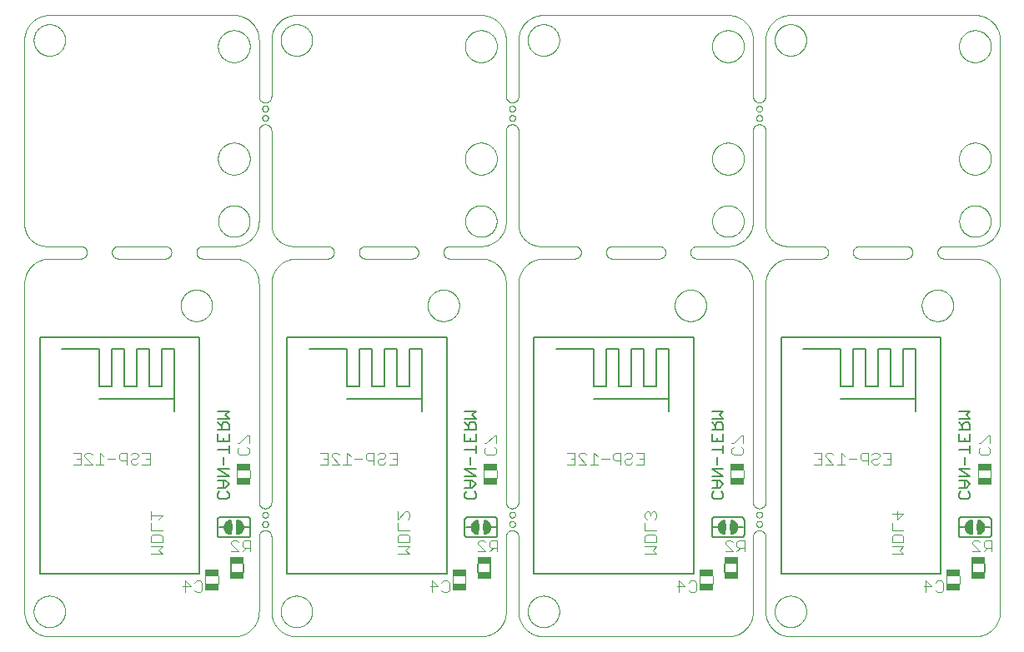
<source format=gbo>
G75*
%MOIN*%
%OFA0B0*%
%FSLAX25Y25*%
%IPPOS*%
%LPD*%
%AMOC8*
5,1,8,0,0,1.08239X$1,22.5*
%
%ADD10C,0.00000*%
%ADD11C,0.00400*%
%ADD12C,0.00500*%
%ADD13C,0.00600*%
%ADD14R,0.05512X0.02559*%
%ADD15R,0.05709X0.02953*%
D10*
X0046345Y0032550D02*
X0046345Y0163800D01*
X0046348Y0164042D01*
X0046357Y0164283D01*
X0046371Y0164524D01*
X0046392Y0164765D01*
X0046418Y0165005D01*
X0046450Y0165245D01*
X0046488Y0165484D01*
X0046531Y0165721D01*
X0046581Y0165958D01*
X0046636Y0166193D01*
X0046696Y0166427D01*
X0046763Y0166659D01*
X0046834Y0166890D01*
X0046912Y0167119D01*
X0046995Y0167346D01*
X0047083Y0167571D01*
X0047177Y0167794D01*
X0047276Y0168014D01*
X0047381Y0168232D01*
X0047490Y0168447D01*
X0047605Y0168660D01*
X0047725Y0168870D01*
X0047850Y0169076D01*
X0047980Y0169280D01*
X0048115Y0169481D01*
X0048255Y0169678D01*
X0048399Y0169872D01*
X0048548Y0170062D01*
X0048702Y0170248D01*
X0048860Y0170431D01*
X0049022Y0170610D01*
X0049189Y0170785D01*
X0049360Y0170956D01*
X0049535Y0171123D01*
X0049714Y0171285D01*
X0049897Y0171443D01*
X0050083Y0171597D01*
X0050273Y0171746D01*
X0050467Y0171890D01*
X0050664Y0172030D01*
X0050865Y0172165D01*
X0051069Y0172295D01*
X0051275Y0172420D01*
X0051485Y0172540D01*
X0051698Y0172655D01*
X0051913Y0172764D01*
X0052131Y0172869D01*
X0052351Y0172968D01*
X0052574Y0173062D01*
X0052799Y0173150D01*
X0053026Y0173233D01*
X0053255Y0173311D01*
X0053486Y0173382D01*
X0053718Y0173449D01*
X0053952Y0173509D01*
X0054187Y0173564D01*
X0054424Y0173614D01*
X0054661Y0173657D01*
X0054900Y0173695D01*
X0055140Y0173727D01*
X0055380Y0173753D01*
X0055621Y0173774D01*
X0055862Y0173788D01*
X0056103Y0173797D01*
X0056345Y0173800D01*
X0068845Y0173800D01*
X0071345Y0176300D02*
X0071343Y0176398D01*
X0071337Y0176496D01*
X0071328Y0176594D01*
X0071314Y0176691D01*
X0071297Y0176788D01*
X0071276Y0176884D01*
X0071251Y0176979D01*
X0071223Y0177073D01*
X0071190Y0177165D01*
X0071155Y0177257D01*
X0071115Y0177347D01*
X0071073Y0177435D01*
X0071026Y0177522D01*
X0070977Y0177606D01*
X0070924Y0177689D01*
X0070868Y0177769D01*
X0070808Y0177848D01*
X0070746Y0177924D01*
X0070681Y0177997D01*
X0070613Y0178068D01*
X0070542Y0178136D01*
X0070469Y0178201D01*
X0070393Y0178263D01*
X0070314Y0178323D01*
X0070234Y0178379D01*
X0070151Y0178432D01*
X0070067Y0178481D01*
X0069980Y0178528D01*
X0069892Y0178570D01*
X0069802Y0178610D01*
X0069710Y0178645D01*
X0069618Y0178678D01*
X0069524Y0178706D01*
X0069429Y0178731D01*
X0069333Y0178752D01*
X0069236Y0178769D01*
X0069139Y0178783D01*
X0069041Y0178792D01*
X0068943Y0178798D01*
X0068845Y0178800D01*
X0055095Y0178800D01*
X0054884Y0178803D01*
X0054672Y0178810D01*
X0054461Y0178823D01*
X0054251Y0178841D01*
X0054040Y0178864D01*
X0053831Y0178892D01*
X0053622Y0178925D01*
X0053414Y0178963D01*
X0053207Y0179006D01*
X0053001Y0179054D01*
X0052796Y0179107D01*
X0052593Y0179165D01*
X0052391Y0179228D01*
X0052191Y0179296D01*
X0051992Y0179369D01*
X0051795Y0179446D01*
X0051601Y0179528D01*
X0051408Y0179615D01*
X0051217Y0179706D01*
X0051029Y0179802D01*
X0050843Y0179903D01*
X0050659Y0180008D01*
X0050478Y0180117D01*
X0050300Y0180231D01*
X0050124Y0180349D01*
X0049952Y0180471D01*
X0049782Y0180597D01*
X0049616Y0180728D01*
X0049453Y0180862D01*
X0049293Y0181001D01*
X0049136Y0181143D01*
X0048983Y0181289D01*
X0048834Y0181438D01*
X0048688Y0181591D01*
X0048546Y0181748D01*
X0048407Y0181908D01*
X0048273Y0182071D01*
X0048142Y0182237D01*
X0048016Y0182407D01*
X0047894Y0182579D01*
X0047776Y0182755D01*
X0047662Y0182933D01*
X0047553Y0183114D01*
X0047448Y0183298D01*
X0047347Y0183484D01*
X0047251Y0183672D01*
X0047160Y0183863D01*
X0047073Y0184056D01*
X0046991Y0184250D01*
X0046914Y0184447D01*
X0046841Y0184646D01*
X0046773Y0184846D01*
X0046710Y0185048D01*
X0046652Y0185251D01*
X0046599Y0185456D01*
X0046551Y0185662D01*
X0046508Y0185869D01*
X0046470Y0186077D01*
X0046437Y0186286D01*
X0046409Y0186495D01*
X0046386Y0186706D01*
X0046368Y0186916D01*
X0046355Y0187127D01*
X0046348Y0187339D01*
X0046345Y0187550D01*
X0046345Y0261300D01*
X0046348Y0261542D01*
X0046357Y0261783D01*
X0046371Y0262024D01*
X0046392Y0262265D01*
X0046418Y0262505D01*
X0046450Y0262745D01*
X0046488Y0262984D01*
X0046531Y0263221D01*
X0046581Y0263458D01*
X0046636Y0263693D01*
X0046696Y0263927D01*
X0046763Y0264159D01*
X0046834Y0264390D01*
X0046912Y0264619D01*
X0046995Y0264846D01*
X0047083Y0265071D01*
X0047177Y0265294D01*
X0047276Y0265514D01*
X0047381Y0265732D01*
X0047490Y0265947D01*
X0047605Y0266160D01*
X0047725Y0266370D01*
X0047850Y0266576D01*
X0047980Y0266780D01*
X0048115Y0266981D01*
X0048255Y0267178D01*
X0048399Y0267372D01*
X0048548Y0267562D01*
X0048702Y0267748D01*
X0048860Y0267931D01*
X0049022Y0268110D01*
X0049189Y0268285D01*
X0049360Y0268456D01*
X0049535Y0268623D01*
X0049714Y0268785D01*
X0049897Y0268943D01*
X0050083Y0269097D01*
X0050273Y0269246D01*
X0050467Y0269390D01*
X0050664Y0269530D01*
X0050865Y0269665D01*
X0051069Y0269795D01*
X0051275Y0269920D01*
X0051485Y0270040D01*
X0051698Y0270155D01*
X0051913Y0270264D01*
X0052131Y0270369D01*
X0052351Y0270468D01*
X0052574Y0270562D01*
X0052799Y0270650D01*
X0053026Y0270733D01*
X0053255Y0270811D01*
X0053486Y0270882D01*
X0053718Y0270949D01*
X0053952Y0271009D01*
X0054187Y0271064D01*
X0054424Y0271114D01*
X0054661Y0271157D01*
X0054900Y0271195D01*
X0055140Y0271227D01*
X0055380Y0271253D01*
X0055621Y0271274D01*
X0055862Y0271288D01*
X0056103Y0271297D01*
X0056345Y0271300D01*
X0130095Y0271300D01*
X0130337Y0271297D01*
X0130578Y0271288D01*
X0130819Y0271274D01*
X0131060Y0271253D01*
X0131300Y0271227D01*
X0131540Y0271195D01*
X0131779Y0271157D01*
X0132016Y0271114D01*
X0132253Y0271064D01*
X0132488Y0271009D01*
X0132722Y0270949D01*
X0132954Y0270882D01*
X0133185Y0270811D01*
X0133414Y0270733D01*
X0133641Y0270650D01*
X0133866Y0270562D01*
X0134089Y0270468D01*
X0134309Y0270369D01*
X0134527Y0270264D01*
X0134742Y0270155D01*
X0134955Y0270040D01*
X0135165Y0269920D01*
X0135371Y0269795D01*
X0135575Y0269665D01*
X0135776Y0269530D01*
X0135973Y0269390D01*
X0136167Y0269246D01*
X0136357Y0269097D01*
X0136543Y0268943D01*
X0136726Y0268785D01*
X0136905Y0268623D01*
X0137080Y0268456D01*
X0137251Y0268285D01*
X0137418Y0268110D01*
X0137580Y0267931D01*
X0137738Y0267748D01*
X0137892Y0267562D01*
X0138041Y0267372D01*
X0138185Y0267178D01*
X0138325Y0266981D01*
X0138460Y0266780D01*
X0138590Y0266576D01*
X0138715Y0266370D01*
X0138835Y0266160D01*
X0138950Y0265947D01*
X0139059Y0265732D01*
X0139164Y0265514D01*
X0139263Y0265294D01*
X0139357Y0265071D01*
X0139445Y0264846D01*
X0139528Y0264619D01*
X0139606Y0264390D01*
X0139677Y0264159D01*
X0139744Y0263927D01*
X0139804Y0263693D01*
X0139859Y0263458D01*
X0139909Y0263221D01*
X0139952Y0262984D01*
X0139990Y0262745D01*
X0140022Y0262505D01*
X0140048Y0262265D01*
X0140069Y0262024D01*
X0140083Y0261783D01*
X0140092Y0261542D01*
X0140095Y0261300D01*
X0140095Y0238800D01*
X0142595Y0236300D02*
X0142693Y0236302D01*
X0142791Y0236308D01*
X0142889Y0236317D01*
X0142986Y0236331D01*
X0143083Y0236348D01*
X0143179Y0236369D01*
X0143274Y0236394D01*
X0143368Y0236422D01*
X0143460Y0236455D01*
X0143552Y0236490D01*
X0143642Y0236530D01*
X0143730Y0236572D01*
X0143817Y0236619D01*
X0143901Y0236668D01*
X0143984Y0236721D01*
X0144064Y0236777D01*
X0144143Y0236837D01*
X0144219Y0236899D01*
X0144292Y0236964D01*
X0144363Y0237032D01*
X0144431Y0237103D01*
X0144496Y0237176D01*
X0144558Y0237252D01*
X0144618Y0237331D01*
X0144674Y0237411D01*
X0144727Y0237494D01*
X0144776Y0237578D01*
X0144823Y0237665D01*
X0144865Y0237753D01*
X0144905Y0237843D01*
X0144940Y0237935D01*
X0144973Y0238027D01*
X0145001Y0238121D01*
X0145026Y0238216D01*
X0145047Y0238312D01*
X0145064Y0238409D01*
X0145078Y0238506D01*
X0145087Y0238604D01*
X0145093Y0238702D01*
X0145095Y0238800D01*
X0145095Y0261300D01*
X0145098Y0261542D01*
X0145107Y0261783D01*
X0145121Y0262024D01*
X0145142Y0262265D01*
X0145168Y0262505D01*
X0145200Y0262745D01*
X0145238Y0262984D01*
X0145281Y0263221D01*
X0145331Y0263458D01*
X0145386Y0263693D01*
X0145446Y0263927D01*
X0145513Y0264159D01*
X0145584Y0264390D01*
X0145662Y0264619D01*
X0145745Y0264846D01*
X0145833Y0265071D01*
X0145927Y0265294D01*
X0146026Y0265514D01*
X0146131Y0265732D01*
X0146240Y0265947D01*
X0146355Y0266160D01*
X0146475Y0266370D01*
X0146600Y0266576D01*
X0146730Y0266780D01*
X0146865Y0266981D01*
X0147005Y0267178D01*
X0147149Y0267372D01*
X0147298Y0267562D01*
X0147452Y0267748D01*
X0147610Y0267931D01*
X0147772Y0268110D01*
X0147939Y0268285D01*
X0148110Y0268456D01*
X0148285Y0268623D01*
X0148464Y0268785D01*
X0148647Y0268943D01*
X0148833Y0269097D01*
X0149023Y0269246D01*
X0149217Y0269390D01*
X0149414Y0269530D01*
X0149615Y0269665D01*
X0149819Y0269795D01*
X0150025Y0269920D01*
X0150235Y0270040D01*
X0150448Y0270155D01*
X0150663Y0270264D01*
X0150881Y0270369D01*
X0151101Y0270468D01*
X0151324Y0270562D01*
X0151549Y0270650D01*
X0151776Y0270733D01*
X0152005Y0270811D01*
X0152236Y0270882D01*
X0152468Y0270949D01*
X0152702Y0271009D01*
X0152937Y0271064D01*
X0153174Y0271114D01*
X0153411Y0271157D01*
X0153650Y0271195D01*
X0153890Y0271227D01*
X0154130Y0271253D01*
X0154371Y0271274D01*
X0154612Y0271288D01*
X0154853Y0271297D01*
X0155095Y0271300D01*
X0228845Y0271300D01*
X0229087Y0271297D01*
X0229328Y0271288D01*
X0229569Y0271274D01*
X0229810Y0271253D01*
X0230050Y0271227D01*
X0230290Y0271195D01*
X0230529Y0271157D01*
X0230766Y0271114D01*
X0231003Y0271064D01*
X0231238Y0271009D01*
X0231472Y0270949D01*
X0231704Y0270882D01*
X0231935Y0270811D01*
X0232164Y0270733D01*
X0232391Y0270650D01*
X0232616Y0270562D01*
X0232839Y0270468D01*
X0233059Y0270369D01*
X0233277Y0270264D01*
X0233492Y0270155D01*
X0233705Y0270040D01*
X0233915Y0269920D01*
X0234121Y0269795D01*
X0234325Y0269665D01*
X0234526Y0269530D01*
X0234723Y0269390D01*
X0234917Y0269246D01*
X0235107Y0269097D01*
X0235293Y0268943D01*
X0235476Y0268785D01*
X0235655Y0268623D01*
X0235830Y0268456D01*
X0236001Y0268285D01*
X0236168Y0268110D01*
X0236330Y0267931D01*
X0236488Y0267748D01*
X0236642Y0267562D01*
X0236791Y0267372D01*
X0236935Y0267178D01*
X0237075Y0266981D01*
X0237210Y0266780D01*
X0237340Y0266576D01*
X0237465Y0266370D01*
X0237585Y0266160D01*
X0237700Y0265947D01*
X0237809Y0265732D01*
X0237914Y0265514D01*
X0238013Y0265294D01*
X0238107Y0265071D01*
X0238195Y0264846D01*
X0238278Y0264619D01*
X0238356Y0264390D01*
X0238427Y0264159D01*
X0238494Y0263927D01*
X0238554Y0263693D01*
X0238609Y0263458D01*
X0238659Y0263221D01*
X0238702Y0262984D01*
X0238740Y0262745D01*
X0238772Y0262505D01*
X0238798Y0262265D01*
X0238819Y0262024D01*
X0238833Y0261783D01*
X0238842Y0261542D01*
X0238845Y0261300D01*
X0238845Y0238800D01*
X0241345Y0236300D02*
X0241443Y0236302D01*
X0241541Y0236308D01*
X0241639Y0236317D01*
X0241736Y0236331D01*
X0241833Y0236348D01*
X0241929Y0236369D01*
X0242024Y0236394D01*
X0242118Y0236422D01*
X0242210Y0236455D01*
X0242302Y0236490D01*
X0242392Y0236530D01*
X0242480Y0236572D01*
X0242567Y0236619D01*
X0242651Y0236668D01*
X0242734Y0236721D01*
X0242814Y0236777D01*
X0242893Y0236837D01*
X0242969Y0236899D01*
X0243042Y0236964D01*
X0243113Y0237032D01*
X0243181Y0237103D01*
X0243246Y0237176D01*
X0243308Y0237252D01*
X0243368Y0237331D01*
X0243424Y0237411D01*
X0243477Y0237494D01*
X0243526Y0237578D01*
X0243573Y0237665D01*
X0243615Y0237753D01*
X0243655Y0237843D01*
X0243690Y0237935D01*
X0243723Y0238027D01*
X0243751Y0238121D01*
X0243776Y0238216D01*
X0243797Y0238312D01*
X0243814Y0238409D01*
X0243828Y0238506D01*
X0243837Y0238604D01*
X0243843Y0238702D01*
X0243845Y0238800D01*
X0243845Y0261300D01*
X0243848Y0261542D01*
X0243857Y0261783D01*
X0243871Y0262024D01*
X0243892Y0262265D01*
X0243918Y0262505D01*
X0243950Y0262745D01*
X0243988Y0262984D01*
X0244031Y0263221D01*
X0244081Y0263458D01*
X0244136Y0263693D01*
X0244196Y0263927D01*
X0244263Y0264159D01*
X0244334Y0264390D01*
X0244412Y0264619D01*
X0244495Y0264846D01*
X0244583Y0265071D01*
X0244677Y0265294D01*
X0244776Y0265514D01*
X0244881Y0265732D01*
X0244990Y0265947D01*
X0245105Y0266160D01*
X0245225Y0266370D01*
X0245350Y0266576D01*
X0245480Y0266780D01*
X0245615Y0266981D01*
X0245755Y0267178D01*
X0245899Y0267372D01*
X0246048Y0267562D01*
X0246202Y0267748D01*
X0246360Y0267931D01*
X0246522Y0268110D01*
X0246689Y0268285D01*
X0246860Y0268456D01*
X0247035Y0268623D01*
X0247214Y0268785D01*
X0247397Y0268943D01*
X0247583Y0269097D01*
X0247773Y0269246D01*
X0247967Y0269390D01*
X0248164Y0269530D01*
X0248365Y0269665D01*
X0248569Y0269795D01*
X0248775Y0269920D01*
X0248985Y0270040D01*
X0249198Y0270155D01*
X0249413Y0270264D01*
X0249631Y0270369D01*
X0249851Y0270468D01*
X0250074Y0270562D01*
X0250299Y0270650D01*
X0250526Y0270733D01*
X0250755Y0270811D01*
X0250986Y0270882D01*
X0251218Y0270949D01*
X0251452Y0271009D01*
X0251687Y0271064D01*
X0251924Y0271114D01*
X0252161Y0271157D01*
X0252400Y0271195D01*
X0252640Y0271227D01*
X0252880Y0271253D01*
X0253121Y0271274D01*
X0253362Y0271288D01*
X0253603Y0271297D01*
X0253845Y0271300D01*
X0327595Y0271300D01*
X0327837Y0271297D01*
X0328078Y0271288D01*
X0328319Y0271274D01*
X0328560Y0271253D01*
X0328800Y0271227D01*
X0329040Y0271195D01*
X0329279Y0271157D01*
X0329516Y0271114D01*
X0329753Y0271064D01*
X0329988Y0271009D01*
X0330222Y0270949D01*
X0330454Y0270882D01*
X0330685Y0270811D01*
X0330914Y0270733D01*
X0331141Y0270650D01*
X0331366Y0270562D01*
X0331589Y0270468D01*
X0331809Y0270369D01*
X0332027Y0270264D01*
X0332242Y0270155D01*
X0332455Y0270040D01*
X0332665Y0269920D01*
X0332871Y0269795D01*
X0333075Y0269665D01*
X0333276Y0269530D01*
X0333473Y0269390D01*
X0333667Y0269246D01*
X0333857Y0269097D01*
X0334043Y0268943D01*
X0334226Y0268785D01*
X0334405Y0268623D01*
X0334580Y0268456D01*
X0334751Y0268285D01*
X0334918Y0268110D01*
X0335080Y0267931D01*
X0335238Y0267748D01*
X0335392Y0267562D01*
X0335541Y0267372D01*
X0335685Y0267178D01*
X0335825Y0266981D01*
X0335960Y0266780D01*
X0336090Y0266576D01*
X0336215Y0266370D01*
X0336335Y0266160D01*
X0336450Y0265947D01*
X0336559Y0265732D01*
X0336664Y0265514D01*
X0336763Y0265294D01*
X0336857Y0265071D01*
X0336945Y0264846D01*
X0337028Y0264619D01*
X0337106Y0264390D01*
X0337177Y0264159D01*
X0337244Y0263927D01*
X0337304Y0263693D01*
X0337359Y0263458D01*
X0337409Y0263221D01*
X0337452Y0262984D01*
X0337490Y0262745D01*
X0337522Y0262505D01*
X0337548Y0262265D01*
X0337569Y0262024D01*
X0337583Y0261783D01*
X0337592Y0261542D01*
X0337595Y0261300D01*
X0337595Y0238800D01*
X0340095Y0236300D02*
X0340193Y0236302D01*
X0340291Y0236308D01*
X0340389Y0236317D01*
X0340486Y0236331D01*
X0340583Y0236348D01*
X0340679Y0236369D01*
X0340774Y0236394D01*
X0340868Y0236422D01*
X0340960Y0236455D01*
X0341052Y0236490D01*
X0341142Y0236530D01*
X0341230Y0236572D01*
X0341317Y0236619D01*
X0341401Y0236668D01*
X0341484Y0236721D01*
X0341564Y0236777D01*
X0341643Y0236837D01*
X0341719Y0236899D01*
X0341792Y0236964D01*
X0341863Y0237032D01*
X0341931Y0237103D01*
X0341996Y0237176D01*
X0342058Y0237252D01*
X0342118Y0237331D01*
X0342174Y0237411D01*
X0342227Y0237494D01*
X0342276Y0237578D01*
X0342323Y0237665D01*
X0342365Y0237753D01*
X0342405Y0237843D01*
X0342440Y0237935D01*
X0342473Y0238027D01*
X0342501Y0238121D01*
X0342526Y0238216D01*
X0342547Y0238312D01*
X0342564Y0238409D01*
X0342578Y0238506D01*
X0342587Y0238604D01*
X0342593Y0238702D01*
X0342595Y0238800D01*
X0342595Y0261300D01*
X0342598Y0261542D01*
X0342607Y0261783D01*
X0342621Y0262024D01*
X0342642Y0262265D01*
X0342668Y0262505D01*
X0342700Y0262745D01*
X0342738Y0262984D01*
X0342781Y0263221D01*
X0342831Y0263458D01*
X0342886Y0263693D01*
X0342946Y0263927D01*
X0343013Y0264159D01*
X0343084Y0264390D01*
X0343162Y0264619D01*
X0343245Y0264846D01*
X0343333Y0265071D01*
X0343427Y0265294D01*
X0343526Y0265514D01*
X0343631Y0265732D01*
X0343740Y0265947D01*
X0343855Y0266160D01*
X0343975Y0266370D01*
X0344100Y0266576D01*
X0344230Y0266780D01*
X0344365Y0266981D01*
X0344505Y0267178D01*
X0344649Y0267372D01*
X0344798Y0267562D01*
X0344952Y0267748D01*
X0345110Y0267931D01*
X0345272Y0268110D01*
X0345439Y0268285D01*
X0345610Y0268456D01*
X0345785Y0268623D01*
X0345964Y0268785D01*
X0346147Y0268943D01*
X0346333Y0269097D01*
X0346523Y0269246D01*
X0346717Y0269390D01*
X0346914Y0269530D01*
X0347115Y0269665D01*
X0347319Y0269795D01*
X0347525Y0269920D01*
X0347735Y0270040D01*
X0347948Y0270155D01*
X0348163Y0270264D01*
X0348381Y0270369D01*
X0348601Y0270468D01*
X0348824Y0270562D01*
X0349049Y0270650D01*
X0349276Y0270733D01*
X0349505Y0270811D01*
X0349736Y0270882D01*
X0349968Y0270949D01*
X0350202Y0271009D01*
X0350437Y0271064D01*
X0350674Y0271114D01*
X0350911Y0271157D01*
X0351150Y0271195D01*
X0351390Y0271227D01*
X0351630Y0271253D01*
X0351871Y0271274D01*
X0352112Y0271288D01*
X0352353Y0271297D01*
X0352595Y0271300D01*
X0426345Y0271300D01*
X0426587Y0271297D01*
X0426828Y0271288D01*
X0427069Y0271274D01*
X0427310Y0271253D01*
X0427550Y0271227D01*
X0427790Y0271195D01*
X0428029Y0271157D01*
X0428266Y0271114D01*
X0428503Y0271064D01*
X0428738Y0271009D01*
X0428972Y0270949D01*
X0429204Y0270882D01*
X0429435Y0270811D01*
X0429664Y0270733D01*
X0429891Y0270650D01*
X0430116Y0270562D01*
X0430339Y0270468D01*
X0430559Y0270369D01*
X0430777Y0270264D01*
X0430992Y0270155D01*
X0431205Y0270040D01*
X0431415Y0269920D01*
X0431621Y0269795D01*
X0431825Y0269665D01*
X0432026Y0269530D01*
X0432223Y0269390D01*
X0432417Y0269246D01*
X0432607Y0269097D01*
X0432793Y0268943D01*
X0432976Y0268785D01*
X0433155Y0268623D01*
X0433330Y0268456D01*
X0433501Y0268285D01*
X0433668Y0268110D01*
X0433830Y0267931D01*
X0433988Y0267748D01*
X0434142Y0267562D01*
X0434291Y0267372D01*
X0434435Y0267178D01*
X0434575Y0266981D01*
X0434710Y0266780D01*
X0434840Y0266576D01*
X0434965Y0266370D01*
X0435085Y0266160D01*
X0435200Y0265947D01*
X0435309Y0265732D01*
X0435414Y0265514D01*
X0435513Y0265294D01*
X0435607Y0265071D01*
X0435695Y0264846D01*
X0435778Y0264619D01*
X0435856Y0264390D01*
X0435927Y0264159D01*
X0435994Y0263927D01*
X0436054Y0263693D01*
X0436109Y0263458D01*
X0436159Y0263221D01*
X0436202Y0262984D01*
X0436240Y0262745D01*
X0436272Y0262505D01*
X0436298Y0262265D01*
X0436319Y0262024D01*
X0436333Y0261783D01*
X0436342Y0261542D01*
X0436345Y0261300D01*
X0436345Y0188800D01*
X0436342Y0188558D01*
X0436333Y0188317D01*
X0436319Y0188076D01*
X0436298Y0187835D01*
X0436272Y0187595D01*
X0436240Y0187355D01*
X0436202Y0187116D01*
X0436159Y0186879D01*
X0436109Y0186642D01*
X0436054Y0186407D01*
X0435994Y0186173D01*
X0435927Y0185941D01*
X0435856Y0185710D01*
X0435778Y0185481D01*
X0435695Y0185254D01*
X0435607Y0185029D01*
X0435513Y0184806D01*
X0435414Y0184586D01*
X0435309Y0184368D01*
X0435200Y0184153D01*
X0435085Y0183940D01*
X0434965Y0183730D01*
X0434840Y0183524D01*
X0434710Y0183320D01*
X0434575Y0183119D01*
X0434435Y0182922D01*
X0434291Y0182728D01*
X0434142Y0182538D01*
X0433988Y0182352D01*
X0433830Y0182169D01*
X0433668Y0181990D01*
X0433501Y0181815D01*
X0433330Y0181644D01*
X0433155Y0181477D01*
X0432976Y0181315D01*
X0432793Y0181157D01*
X0432607Y0181003D01*
X0432417Y0180854D01*
X0432223Y0180710D01*
X0432026Y0180570D01*
X0431825Y0180435D01*
X0431621Y0180305D01*
X0431415Y0180180D01*
X0431205Y0180060D01*
X0430992Y0179945D01*
X0430777Y0179836D01*
X0430559Y0179731D01*
X0430339Y0179632D01*
X0430116Y0179538D01*
X0429891Y0179450D01*
X0429664Y0179367D01*
X0429435Y0179289D01*
X0429204Y0179218D01*
X0428972Y0179151D01*
X0428738Y0179091D01*
X0428503Y0179036D01*
X0428266Y0178986D01*
X0428029Y0178943D01*
X0427790Y0178905D01*
X0427550Y0178873D01*
X0427310Y0178847D01*
X0427069Y0178826D01*
X0426828Y0178812D01*
X0426587Y0178803D01*
X0426345Y0178800D01*
X0413845Y0178800D01*
X0413747Y0178798D01*
X0413649Y0178792D01*
X0413551Y0178783D01*
X0413454Y0178769D01*
X0413357Y0178752D01*
X0413261Y0178731D01*
X0413166Y0178706D01*
X0413072Y0178678D01*
X0412980Y0178645D01*
X0412888Y0178610D01*
X0412798Y0178570D01*
X0412710Y0178528D01*
X0412623Y0178481D01*
X0412539Y0178432D01*
X0412456Y0178379D01*
X0412376Y0178323D01*
X0412297Y0178263D01*
X0412221Y0178201D01*
X0412148Y0178136D01*
X0412077Y0178068D01*
X0412009Y0177997D01*
X0411944Y0177924D01*
X0411882Y0177848D01*
X0411822Y0177769D01*
X0411766Y0177689D01*
X0411713Y0177606D01*
X0411664Y0177522D01*
X0411617Y0177435D01*
X0411575Y0177347D01*
X0411535Y0177257D01*
X0411500Y0177165D01*
X0411467Y0177073D01*
X0411439Y0176979D01*
X0411414Y0176884D01*
X0411393Y0176788D01*
X0411376Y0176691D01*
X0411362Y0176594D01*
X0411353Y0176496D01*
X0411347Y0176398D01*
X0411345Y0176300D01*
X0411347Y0176202D01*
X0411353Y0176104D01*
X0411362Y0176006D01*
X0411376Y0175909D01*
X0411393Y0175812D01*
X0411414Y0175716D01*
X0411439Y0175621D01*
X0411467Y0175527D01*
X0411500Y0175435D01*
X0411535Y0175343D01*
X0411575Y0175253D01*
X0411617Y0175165D01*
X0411664Y0175078D01*
X0411713Y0174994D01*
X0411766Y0174911D01*
X0411822Y0174831D01*
X0411882Y0174752D01*
X0411944Y0174676D01*
X0412009Y0174603D01*
X0412077Y0174532D01*
X0412148Y0174464D01*
X0412221Y0174399D01*
X0412297Y0174337D01*
X0412376Y0174277D01*
X0412456Y0174221D01*
X0412539Y0174168D01*
X0412623Y0174119D01*
X0412710Y0174072D01*
X0412798Y0174030D01*
X0412888Y0173990D01*
X0412980Y0173955D01*
X0413072Y0173922D01*
X0413166Y0173894D01*
X0413261Y0173869D01*
X0413357Y0173848D01*
X0413454Y0173831D01*
X0413551Y0173817D01*
X0413649Y0173808D01*
X0413747Y0173802D01*
X0413845Y0173800D01*
X0426345Y0173800D01*
X0426587Y0173797D01*
X0426828Y0173788D01*
X0427069Y0173774D01*
X0427310Y0173753D01*
X0427550Y0173727D01*
X0427790Y0173695D01*
X0428029Y0173657D01*
X0428266Y0173614D01*
X0428503Y0173564D01*
X0428738Y0173509D01*
X0428972Y0173449D01*
X0429204Y0173382D01*
X0429435Y0173311D01*
X0429664Y0173233D01*
X0429891Y0173150D01*
X0430116Y0173062D01*
X0430339Y0172968D01*
X0430559Y0172869D01*
X0430777Y0172764D01*
X0430992Y0172655D01*
X0431205Y0172540D01*
X0431415Y0172420D01*
X0431621Y0172295D01*
X0431825Y0172165D01*
X0432026Y0172030D01*
X0432223Y0171890D01*
X0432417Y0171746D01*
X0432607Y0171597D01*
X0432793Y0171443D01*
X0432976Y0171285D01*
X0433155Y0171123D01*
X0433330Y0170956D01*
X0433501Y0170785D01*
X0433668Y0170610D01*
X0433830Y0170431D01*
X0433988Y0170248D01*
X0434142Y0170062D01*
X0434291Y0169872D01*
X0434435Y0169678D01*
X0434575Y0169481D01*
X0434710Y0169280D01*
X0434840Y0169076D01*
X0434965Y0168870D01*
X0435085Y0168660D01*
X0435200Y0168447D01*
X0435309Y0168232D01*
X0435414Y0168014D01*
X0435513Y0167794D01*
X0435607Y0167571D01*
X0435695Y0167346D01*
X0435778Y0167119D01*
X0435856Y0166890D01*
X0435927Y0166659D01*
X0435994Y0166427D01*
X0436054Y0166193D01*
X0436109Y0165958D01*
X0436159Y0165721D01*
X0436202Y0165484D01*
X0436240Y0165245D01*
X0436272Y0165005D01*
X0436298Y0164765D01*
X0436319Y0164524D01*
X0436333Y0164283D01*
X0436342Y0164042D01*
X0436345Y0163800D01*
X0436345Y0032550D01*
X0436342Y0032308D01*
X0436333Y0032067D01*
X0436319Y0031826D01*
X0436298Y0031585D01*
X0436272Y0031345D01*
X0436240Y0031105D01*
X0436202Y0030866D01*
X0436159Y0030629D01*
X0436109Y0030392D01*
X0436054Y0030157D01*
X0435994Y0029923D01*
X0435927Y0029691D01*
X0435856Y0029460D01*
X0435778Y0029231D01*
X0435695Y0029004D01*
X0435607Y0028779D01*
X0435513Y0028556D01*
X0435414Y0028336D01*
X0435309Y0028118D01*
X0435200Y0027903D01*
X0435085Y0027690D01*
X0434965Y0027480D01*
X0434840Y0027274D01*
X0434710Y0027070D01*
X0434575Y0026869D01*
X0434435Y0026672D01*
X0434291Y0026478D01*
X0434142Y0026288D01*
X0433988Y0026102D01*
X0433830Y0025919D01*
X0433668Y0025740D01*
X0433501Y0025565D01*
X0433330Y0025394D01*
X0433155Y0025227D01*
X0432976Y0025065D01*
X0432793Y0024907D01*
X0432607Y0024753D01*
X0432417Y0024604D01*
X0432223Y0024460D01*
X0432026Y0024320D01*
X0431825Y0024185D01*
X0431621Y0024055D01*
X0431415Y0023930D01*
X0431205Y0023810D01*
X0430992Y0023695D01*
X0430777Y0023586D01*
X0430559Y0023481D01*
X0430339Y0023382D01*
X0430116Y0023288D01*
X0429891Y0023200D01*
X0429664Y0023117D01*
X0429435Y0023039D01*
X0429204Y0022968D01*
X0428972Y0022901D01*
X0428738Y0022841D01*
X0428503Y0022786D01*
X0428266Y0022736D01*
X0428029Y0022693D01*
X0427790Y0022655D01*
X0427550Y0022623D01*
X0427310Y0022597D01*
X0427069Y0022576D01*
X0426828Y0022562D01*
X0426587Y0022553D01*
X0426345Y0022550D01*
X0352595Y0022550D01*
X0352353Y0022553D01*
X0352112Y0022562D01*
X0351871Y0022576D01*
X0351630Y0022597D01*
X0351390Y0022623D01*
X0351150Y0022655D01*
X0350911Y0022693D01*
X0350674Y0022736D01*
X0350437Y0022786D01*
X0350202Y0022841D01*
X0349968Y0022901D01*
X0349736Y0022968D01*
X0349505Y0023039D01*
X0349276Y0023117D01*
X0349049Y0023200D01*
X0348824Y0023288D01*
X0348601Y0023382D01*
X0348381Y0023481D01*
X0348163Y0023586D01*
X0347948Y0023695D01*
X0347735Y0023810D01*
X0347525Y0023930D01*
X0347319Y0024055D01*
X0347115Y0024185D01*
X0346914Y0024320D01*
X0346717Y0024460D01*
X0346523Y0024604D01*
X0346333Y0024753D01*
X0346147Y0024907D01*
X0345964Y0025065D01*
X0345785Y0025227D01*
X0345610Y0025394D01*
X0345439Y0025565D01*
X0345272Y0025740D01*
X0345110Y0025919D01*
X0344952Y0026102D01*
X0344798Y0026288D01*
X0344649Y0026478D01*
X0344505Y0026672D01*
X0344365Y0026869D01*
X0344230Y0027070D01*
X0344100Y0027274D01*
X0343975Y0027480D01*
X0343855Y0027690D01*
X0343740Y0027903D01*
X0343631Y0028118D01*
X0343526Y0028336D01*
X0343427Y0028556D01*
X0343333Y0028779D01*
X0343245Y0029004D01*
X0343162Y0029231D01*
X0343084Y0029460D01*
X0343013Y0029691D01*
X0342946Y0029923D01*
X0342886Y0030157D01*
X0342831Y0030392D01*
X0342781Y0030629D01*
X0342738Y0030866D01*
X0342700Y0031105D01*
X0342668Y0031345D01*
X0342642Y0031585D01*
X0342621Y0031826D01*
X0342607Y0032067D01*
X0342598Y0032308D01*
X0342595Y0032550D01*
X0342595Y0062550D01*
X0342593Y0062648D01*
X0342587Y0062746D01*
X0342578Y0062844D01*
X0342564Y0062941D01*
X0342547Y0063038D01*
X0342526Y0063134D01*
X0342501Y0063229D01*
X0342473Y0063323D01*
X0342440Y0063415D01*
X0342405Y0063507D01*
X0342365Y0063597D01*
X0342323Y0063685D01*
X0342276Y0063772D01*
X0342227Y0063856D01*
X0342174Y0063939D01*
X0342118Y0064019D01*
X0342058Y0064098D01*
X0341996Y0064174D01*
X0341931Y0064247D01*
X0341863Y0064318D01*
X0341792Y0064386D01*
X0341719Y0064451D01*
X0341643Y0064513D01*
X0341564Y0064573D01*
X0341484Y0064629D01*
X0341401Y0064682D01*
X0341317Y0064731D01*
X0341230Y0064778D01*
X0341142Y0064820D01*
X0341052Y0064860D01*
X0340960Y0064895D01*
X0340868Y0064928D01*
X0340774Y0064956D01*
X0340679Y0064981D01*
X0340583Y0065002D01*
X0340486Y0065019D01*
X0340389Y0065033D01*
X0340291Y0065042D01*
X0340193Y0065048D01*
X0340095Y0065050D01*
X0339997Y0065048D01*
X0339899Y0065042D01*
X0339801Y0065033D01*
X0339704Y0065019D01*
X0339607Y0065002D01*
X0339511Y0064981D01*
X0339416Y0064956D01*
X0339322Y0064928D01*
X0339230Y0064895D01*
X0339138Y0064860D01*
X0339048Y0064820D01*
X0338960Y0064778D01*
X0338873Y0064731D01*
X0338789Y0064682D01*
X0338706Y0064629D01*
X0338626Y0064573D01*
X0338547Y0064513D01*
X0338471Y0064451D01*
X0338398Y0064386D01*
X0338327Y0064318D01*
X0338259Y0064247D01*
X0338194Y0064174D01*
X0338132Y0064098D01*
X0338072Y0064019D01*
X0338016Y0063939D01*
X0337963Y0063856D01*
X0337914Y0063772D01*
X0337867Y0063685D01*
X0337825Y0063597D01*
X0337785Y0063507D01*
X0337750Y0063415D01*
X0337717Y0063323D01*
X0337689Y0063229D01*
X0337664Y0063134D01*
X0337643Y0063038D01*
X0337626Y0062941D01*
X0337612Y0062844D01*
X0337603Y0062746D01*
X0337597Y0062648D01*
X0337595Y0062550D01*
X0337595Y0032550D01*
X0337592Y0032308D01*
X0337583Y0032067D01*
X0337569Y0031826D01*
X0337548Y0031585D01*
X0337522Y0031345D01*
X0337490Y0031105D01*
X0337452Y0030866D01*
X0337409Y0030629D01*
X0337359Y0030392D01*
X0337304Y0030157D01*
X0337244Y0029923D01*
X0337177Y0029691D01*
X0337106Y0029460D01*
X0337028Y0029231D01*
X0336945Y0029004D01*
X0336857Y0028779D01*
X0336763Y0028556D01*
X0336664Y0028336D01*
X0336559Y0028118D01*
X0336450Y0027903D01*
X0336335Y0027690D01*
X0336215Y0027480D01*
X0336090Y0027274D01*
X0335960Y0027070D01*
X0335825Y0026869D01*
X0335685Y0026672D01*
X0335541Y0026478D01*
X0335392Y0026288D01*
X0335238Y0026102D01*
X0335080Y0025919D01*
X0334918Y0025740D01*
X0334751Y0025565D01*
X0334580Y0025394D01*
X0334405Y0025227D01*
X0334226Y0025065D01*
X0334043Y0024907D01*
X0333857Y0024753D01*
X0333667Y0024604D01*
X0333473Y0024460D01*
X0333276Y0024320D01*
X0333075Y0024185D01*
X0332871Y0024055D01*
X0332665Y0023930D01*
X0332455Y0023810D01*
X0332242Y0023695D01*
X0332027Y0023586D01*
X0331809Y0023481D01*
X0331589Y0023382D01*
X0331366Y0023288D01*
X0331141Y0023200D01*
X0330914Y0023117D01*
X0330685Y0023039D01*
X0330454Y0022968D01*
X0330222Y0022901D01*
X0329988Y0022841D01*
X0329753Y0022786D01*
X0329516Y0022736D01*
X0329279Y0022693D01*
X0329040Y0022655D01*
X0328800Y0022623D01*
X0328560Y0022597D01*
X0328319Y0022576D01*
X0328078Y0022562D01*
X0327837Y0022553D01*
X0327595Y0022550D01*
X0253845Y0022550D01*
X0253603Y0022553D01*
X0253362Y0022562D01*
X0253121Y0022576D01*
X0252880Y0022597D01*
X0252640Y0022623D01*
X0252400Y0022655D01*
X0252161Y0022693D01*
X0251924Y0022736D01*
X0251687Y0022786D01*
X0251452Y0022841D01*
X0251218Y0022901D01*
X0250986Y0022968D01*
X0250755Y0023039D01*
X0250526Y0023117D01*
X0250299Y0023200D01*
X0250074Y0023288D01*
X0249851Y0023382D01*
X0249631Y0023481D01*
X0249413Y0023586D01*
X0249198Y0023695D01*
X0248985Y0023810D01*
X0248775Y0023930D01*
X0248569Y0024055D01*
X0248365Y0024185D01*
X0248164Y0024320D01*
X0247967Y0024460D01*
X0247773Y0024604D01*
X0247583Y0024753D01*
X0247397Y0024907D01*
X0247214Y0025065D01*
X0247035Y0025227D01*
X0246860Y0025394D01*
X0246689Y0025565D01*
X0246522Y0025740D01*
X0246360Y0025919D01*
X0246202Y0026102D01*
X0246048Y0026288D01*
X0245899Y0026478D01*
X0245755Y0026672D01*
X0245615Y0026869D01*
X0245480Y0027070D01*
X0245350Y0027274D01*
X0245225Y0027480D01*
X0245105Y0027690D01*
X0244990Y0027903D01*
X0244881Y0028118D01*
X0244776Y0028336D01*
X0244677Y0028556D01*
X0244583Y0028779D01*
X0244495Y0029004D01*
X0244412Y0029231D01*
X0244334Y0029460D01*
X0244263Y0029691D01*
X0244196Y0029923D01*
X0244136Y0030157D01*
X0244081Y0030392D01*
X0244031Y0030629D01*
X0243988Y0030866D01*
X0243950Y0031105D01*
X0243918Y0031345D01*
X0243892Y0031585D01*
X0243871Y0031826D01*
X0243857Y0032067D01*
X0243848Y0032308D01*
X0243845Y0032550D01*
X0243845Y0062550D01*
X0243843Y0062648D01*
X0243837Y0062746D01*
X0243828Y0062844D01*
X0243814Y0062941D01*
X0243797Y0063038D01*
X0243776Y0063134D01*
X0243751Y0063229D01*
X0243723Y0063323D01*
X0243690Y0063415D01*
X0243655Y0063507D01*
X0243615Y0063597D01*
X0243573Y0063685D01*
X0243526Y0063772D01*
X0243477Y0063856D01*
X0243424Y0063939D01*
X0243368Y0064019D01*
X0243308Y0064098D01*
X0243246Y0064174D01*
X0243181Y0064247D01*
X0243113Y0064318D01*
X0243042Y0064386D01*
X0242969Y0064451D01*
X0242893Y0064513D01*
X0242814Y0064573D01*
X0242734Y0064629D01*
X0242651Y0064682D01*
X0242567Y0064731D01*
X0242480Y0064778D01*
X0242392Y0064820D01*
X0242302Y0064860D01*
X0242210Y0064895D01*
X0242118Y0064928D01*
X0242024Y0064956D01*
X0241929Y0064981D01*
X0241833Y0065002D01*
X0241736Y0065019D01*
X0241639Y0065033D01*
X0241541Y0065042D01*
X0241443Y0065048D01*
X0241345Y0065050D01*
X0241247Y0065048D01*
X0241149Y0065042D01*
X0241051Y0065033D01*
X0240954Y0065019D01*
X0240857Y0065002D01*
X0240761Y0064981D01*
X0240666Y0064956D01*
X0240572Y0064928D01*
X0240480Y0064895D01*
X0240388Y0064860D01*
X0240298Y0064820D01*
X0240210Y0064778D01*
X0240123Y0064731D01*
X0240039Y0064682D01*
X0239956Y0064629D01*
X0239876Y0064573D01*
X0239797Y0064513D01*
X0239721Y0064451D01*
X0239648Y0064386D01*
X0239577Y0064318D01*
X0239509Y0064247D01*
X0239444Y0064174D01*
X0239382Y0064098D01*
X0239322Y0064019D01*
X0239266Y0063939D01*
X0239213Y0063856D01*
X0239164Y0063772D01*
X0239117Y0063685D01*
X0239075Y0063597D01*
X0239035Y0063507D01*
X0239000Y0063415D01*
X0238967Y0063323D01*
X0238939Y0063229D01*
X0238914Y0063134D01*
X0238893Y0063038D01*
X0238876Y0062941D01*
X0238862Y0062844D01*
X0238853Y0062746D01*
X0238847Y0062648D01*
X0238845Y0062550D01*
X0238845Y0032550D01*
X0238842Y0032308D01*
X0238833Y0032067D01*
X0238819Y0031826D01*
X0238798Y0031585D01*
X0238772Y0031345D01*
X0238740Y0031105D01*
X0238702Y0030866D01*
X0238659Y0030629D01*
X0238609Y0030392D01*
X0238554Y0030157D01*
X0238494Y0029923D01*
X0238427Y0029691D01*
X0238356Y0029460D01*
X0238278Y0029231D01*
X0238195Y0029004D01*
X0238107Y0028779D01*
X0238013Y0028556D01*
X0237914Y0028336D01*
X0237809Y0028118D01*
X0237700Y0027903D01*
X0237585Y0027690D01*
X0237465Y0027480D01*
X0237340Y0027274D01*
X0237210Y0027070D01*
X0237075Y0026869D01*
X0236935Y0026672D01*
X0236791Y0026478D01*
X0236642Y0026288D01*
X0236488Y0026102D01*
X0236330Y0025919D01*
X0236168Y0025740D01*
X0236001Y0025565D01*
X0235830Y0025394D01*
X0235655Y0025227D01*
X0235476Y0025065D01*
X0235293Y0024907D01*
X0235107Y0024753D01*
X0234917Y0024604D01*
X0234723Y0024460D01*
X0234526Y0024320D01*
X0234325Y0024185D01*
X0234121Y0024055D01*
X0233915Y0023930D01*
X0233705Y0023810D01*
X0233492Y0023695D01*
X0233277Y0023586D01*
X0233059Y0023481D01*
X0232839Y0023382D01*
X0232616Y0023288D01*
X0232391Y0023200D01*
X0232164Y0023117D01*
X0231935Y0023039D01*
X0231704Y0022968D01*
X0231472Y0022901D01*
X0231238Y0022841D01*
X0231003Y0022786D01*
X0230766Y0022736D01*
X0230529Y0022693D01*
X0230290Y0022655D01*
X0230050Y0022623D01*
X0229810Y0022597D01*
X0229569Y0022576D01*
X0229328Y0022562D01*
X0229087Y0022553D01*
X0228845Y0022550D01*
X0155095Y0022550D01*
X0154853Y0022553D01*
X0154612Y0022562D01*
X0154371Y0022576D01*
X0154130Y0022597D01*
X0153890Y0022623D01*
X0153650Y0022655D01*
X0153411Y0022693D01*
X0153174Y0022736D01*
X0152937Y0022786D01*
X0152702Y0022841D01*
X0152468Y0022901D01*
X0152236Y0022968D01*
X0152005Y0023039D01*
X0151776Y0023117D01*
X0151549Y0023200D01*
X0151324Y0023288D01*
X0151101Y0023382D01*
X0150881Y0023481D01*
X0150663Y0023586D01*
X0150448Y0023695D01*
X0150235Y0023810D01*
X0150025Y0023930D01*
X0149819Y0024055D01*
X0149615Y0024185D01*
X0149414Y0024320D01*
X0149217Y0024460D01*
X0149023Y0024604D01*
X0148833Y0024753D01*
X0148647Y0024907D01*
X0148464Y0025065D01*
X0148285Y0025227D01*
X0148110Y0025394D01*
X0147939Y0025565D01*
X0147772Y0025740D01*
X0147610Y0025919D01*
X0147452Y0026102D01*
X0147298Y0026288D01*
X0147149Y0026478D01*
X0147005Y0026672D01*
X0146865Y0026869D01*
X0146730Y0027070D01*
X0146600Y0027274D01*
X0146475Y0027480D01*
X0146355Y0027690D01*
X0146240Y0027903D01*
X0146131Y0028118D01*
X0146026Y0028336D01*
X0145927Y0028556D01*
X0145833Y0028779D01*
X0145745Y0029004D01*
X0145662Y0029231D01*
X0145584Y0029460D01*
X0145513Y0029691D01*
X0145446Y0029923D01*
X0145386Y0030157D01*
X0145331Y0030392D01*
X0145281Y0030629D01*
X0145238Y0030866D01*
X0145200Y0031105D01*
X0145168Y0031345D01*
X0145142Y0031585D01*
X0145121Y0031826D01*
X0145107Y0032067D01*
X0145098Y0032308D01*
X0145095Y0032550D01*
X0145095Y0062550D01*
X0145093Y0062648D01*
X0145087Y0062746D01*
X0145078Y0062844D01*
X0145064Y0062941D01*
X0145047Y0063038D01*
X0145026Y0063134D01*
X0145001Y0063229D01*
X0144973Y0063323D01*
X0144940Y0063415D01*
X0144905Y0063507D01*
X0144865Y0063597D01*
X0144823Y0063685D01*
X0144776Y0063772D01*
X0144727Y0063856D01*
X0144674Y0063939D01*
X0144618Y0064019D01*
X0144558Y0064098D01*
X0144496Y0064174D01*
X0144431Y0064247D01*
X0144363Y0064318D01*
X0144292Y0064386D01*
X0144219Y0064451D01*
X0144143Y0064513D01*
X0144064Y0064573D01*
X0143984Y0064629D01*
X0143901Y0064682D01*
X0143817Y0064731D01*
X0143730Y0064778D01*
X0143642Y0064820D01*
X0143552Y0064860D01*
X0143460Y0064895D01*
X0143368Y0064928D01*
X0143274Y0064956D01*
X0143179Y0064981D01*
X0143083Y0065002D01*
X0142986Y0065019D01*
X0142889Y0065033D01*
X0142791Y0065042D01*
X0142693Y0065048D01*
X0142595Y0065050D01*
X0142497Y0065048D01*
X0142399Y0065042D01*
X0142301Y0065033D01*
X0142204Y0065019D01*
X0142107Y0065002D01*
X0142011Y0064981D01*
X0141916Y0064956D01*
X0141822Y0064928D01*
X0141730Y0064895D01*
X0141638Y0064860D01*
X0141548Y0064820D01*
X0141460Y0064778D01*
X0141373Y0064731D01*
X0141289Y0064682D01*
X0141206Y0064629D01*
X0141126Y0064573D01*
X0141047Y0064513D01*
X0140971Y0064451D01*
X0140898Y0064386D01*
X0140827Y0064318D01*
X0140759Y0064247D01*
X0140694Y0064174D01*
X0140632Y0064098D01*
X0140572Y0064019D01*
X0140516Y0063939D01*
X0140463Y0063856D01*
X0140414Y0063772D01*
X0140367Y0063685D01*
X0140325Y0063597D01*
X0140285Y0063507D01*
X0140250Y0063415D01*
X0140217Y0063323D01*
X0140189Y0063229D01*
X0140164Y0063134D01*
X0140143Y0063038D01*
X0140126Y0062941D01*
X0140112Y0062844D01*
X0140103Y0062746D01*
X0140097Y0062648D01*
X0140095Y0062550D01*
X0140095Y0032550D01*
X0140092Y0032308D01*
X0140083Y0032067D01*
X0140069Y0031826D01*
X0140048Y0031585D01*
X0140022Y0031345D01*
X0139990Y0031105D01*
X0139952Y0030866D01*
X0139909Y0030629D01*
X0139859Y0030392D01*
X0139804Y0030157D01*
X0139744Y0029923D01*
X0139677Y0029691D01*
X0139606Y0029460D01*
X0139528Y0029231D01*
X0139445Y0029004D01*
X0139357Y0028779D01*
X0139263Y0028556D01*
X0139164Y0028336D01*
X0139059Y0028118D01*
X0138950Y0027903D01*
X0138835Y0027690D01*
X0138715Y0027480D01*
X0138590Y0027274D01*
X0138460Y0027070D01*
X0138325Y0026869D01*
X0138185Y0026672D01*
X0138041Y0026478D01*
X0137892Y0026288D01*
X0137738Y0026102D01*
X0137580Y0025919D01*
X0137418Y0025740D01*
X0137251Y0025565D01*
X0137080Y0025394D01*
X0136905Y0025227D01*
X0136726Y0025065D01*
X0136543Y0024907D01*
X0136357Y0024753D01*
X0136167Y0024604D01*
X0135973Y0024460D01*
X0135776Y0024320D01*
X0135575Y0024185D01*
X0135371Y0024055D01*
X0135165Y0023930D01*
X0134955Y0023810D01*
X0134742Y0023695D01*
X0134527Y0023586D01*
X0134309Y0023481D01*
X0134089Y0023382D01*
X0133866Y0023288D01*
X0133641Y0023200D01*
X0133414Y0023117D01*
X0133185Y0023039D01*
X0132954Y0022968D01*
X0132722Y0022901D01*
X0132488Y0022841D01*
X0132253Y0022786D01*
X0132016Y0022736D01*
X0131779Y0022693D01*
X0131540Y0022655D01*
X0131300Y0022623D01*
X0131060Y0022597D01*
X0130819Y0022576D01*
X0130578Y0022562D01*
X0130337Y0022553D01*
X0130095Y0022550D01*
X0056345Y0022550D01*
X0056103Y0022553D01*
X0055862Y0022562D01*
X0055621Y0022576D01*
X0055380Y0022597D01*
X0055140Y0022623D01*
X0054900Y0022655D01*
X0054661Y0022693D01*
X0054424Y0022736D01*
X0054187Y0022786D01*
X0053952Y0022841D01*
X0053718Y0022901D01*
X0053486Y0022968D01*
X0053255Y0023039D01*
X0053026Y0023117D01*
X0052799Y0023200D01*
X0052574Y0023288D01*
X0052351Y0023382D01*
X0052131Y0023481D01*
X0051913Y0023586D01*
X0051698Y0023695D01*
X0051485Y0023810D01*
X0051275Y0023930D01*
X0051069Y0024055D01*
X0050865Y0024185D01*
X0050664Y0024320D01*
X0050467Y0024460D01*
X0050273Y0024604D01*
X0050083Y0024753D01*
X0049897Y0024907D01*
X0049714Y0025065D01*
X0049535Y0025227D01*
X0049360Y0025394D01*
X0049189Y0025565D01*
X0049022Y0025740D01*
X0048860Y0025919D01*
X0048702Y0026102D01*
X0048548Y0026288D01*
X0048399Y0026478D01*
X0048255Y0026672D01*
X0048115Y0026869D01*
X0047980Y0027070D01*
X0047850Y0027274D01*
X0047725Y0027480D01*
X0047605Y0027690D01*
X0047490Y0027903D01*
X0047381Y0028118D01*
X0047276Y0028336D01*
X0047177Y0028556D01*
X0047083Y0028779D01*
X0046995Y0029004D01*
X0046912Y0029231D01*
X0046834Y0029460D01*
X0046763Y0029691D01*
X0046696Y0029923D01*
X0046636Y0030157D01*
X0046581Y0030392D01*
X0046531Y0030629D01*
X0046488Y0030866D01*
X0046450Y0031105D01*
X0046418Y0031345D01*
X0046392Y0031585D01*
X0046371Y0031826D01*
X0046357Y0032067D01*
X0046348Y0032308D01*
X0046345Y0032550D01*
X0050046Y0032550D02*
X0050048Y0032708D01*
X0050054Y0032866D01*
X0050064Y0033024D01*
X0050078Y0033182D01*
X0050096Y0033339D01*
X0050117Y0033496D01*
X0050143Y0033652D01*
X0050173Y0033808D01*
X0050206Y0033963D01*
X0050244Y0034116D01*
X0050285Y0034269D01*
X0050330Y0034421D01*
X0050379Y0034572D01*
X0050432Y0034721D01*
X0050488Y0034869D01*
X0050548Y0035015D01*
X0050612Y0035160D01*
X0050680Y0035303D01*
X0050751Y0035445D01*
X0050825Y0035585D01*
X0050903Y0035722D01*
X0050985Y0035858D01*
X0051069Y0035992D01*
X0051158Y0036123D01*
X0051249Y0036252D01*
X0051344Y0036379D01*
X0051441Y0036504D01*
X0051542Y0036626D01*
X0051646Y0036745D01*
X0051753Y0036862D01*
X0051863Y0036976D01*
X0051976Y0037087D01*
X0052091Y0037196D01*
X0052209Y0037301D01*
X0052330Y0037403D01*
X0052453Y0037503D01*
X0052579Y0037599D01*
X0052707Y0037692D01*
X0052837Y0037782D01*
X0052970Y0037868D01*
X0053105Y0037952D01*
X0053241Y0038031D01*
X0053380Y0038108D01*
X0053521Y0038180D01*
X0053663Y0038250D01*
X0053807Y0038315D01*
X0053953Y0038377D01*
X0054100Y0038435D01*
X0054249Y0038490D01*
X0054399Y0038541D01*
X0054550Y0038588D01*
X0054702Y0038631D01*
X0054855Y0038670D01*
X0055010Y0038706D01*
X0055165Y0038737D01*
X0055321Y0038765D01*
X0055477Y0038789D01*
X0055634Y0038809D01*
X0055792Y0038825D01*
X0055949Y0038837D01*
X0056108Y0038845D01*
X0056266Y0038849D01*
X0056424Y0038849D01*
X0056582Y0038845D01*
X0056741Y0038837D01*
X0056898Y0038825D01*
X0057056Y0038809D01*
X0057213Y0038789D01*
X0057369Y0038765D01*
X0057525Y0038737D01*
X0057680Y0038706D01*
X0057835Y0038670D01*
X0057988Y0038631D01*
X0058140Y0038588D01*
X0058291Y0038541D01*
X0058441Y0038490D01*
X0058590Y0038435D01*
X0058737Y0038377D01*
X0058883Y0038315D01*
X0059027Y0038250D01*
X0059169Y0038180D01*
X0059310Y0038108D01*
X0059449Y0038031D01*
X0059585Y0037952D01*
X0059720Y0037868D01*
X0059853Y0037782D01*
X0059983Y0037692D01*
X0060111Y0037599D01*
X0060237Y0037503D01*
X0060360Y0037403D01*
X0060481Y0037301D01*
X0060599Y0037196D01*
X0060714Y0037087D01*
X0060827Y0036976D01*
X0060937Y0036862D01*
X0061044Y0036745D01*
X0061148Y0036626D01*
X0061249Y0036504D01*
X0061346Y0036379D01*
X0061441Y0036252D01*
X0061532Y0036123D01*
X0061621Y0035992D01*
X0061705Y0035858D01*
X0061787Y0035722D01*
X0061865Y0035585D01*
X0061939Y0035445D01*
X0062010Y0035303D01*
X0062078Y0035160D01*
X0062142Y0035015D01*
X0062202Y0034869D01*
X0062258Y0034721D01*
X0062311Y0034572D01*
X0062360Y0034421D01*
X0062405Y0034269D01*
X0062446Y0034116D01*
X0062484Y0033963D01*
X0062517Y0033808D01*
X0062547Y0033652D01*
X0062573Y0033496D01*
X0062594Y0033339D01*
X0062612Y0033182D01*
X0062626Y0033024D01*
X0062636Y0032866D01*
X0062642Y0032708D01*
X0062644Y0032550D01*
X0062642Y0032392D01*
X0062636Y0032234D01*
X0062626Y0032076D01*
X0062612Y0031918D01*
X0062594Y0031761D01*
X0062573Y0031604D01*
X0062547Y0031448D01*
X0062517Y0031292D01*
X0062484Y0031137D01*
X0062446Y0030984D01*
X0062405Y0030831D01*
X0062360Y0030679D01*
X0062311Y0030528D01*
X0062258Y0030379D01*
X0062202Y0030231D01*
X0062142Y0030085D01*
X0062078Y0029940D01*
X0062010Y0029797D01*
X0061939Y0029655D01*
X0061865Y0029515D01*
X0061787Y0029378D01*
X0061705Y0029242D01*
X0061621Y0029108D01*
X0061532Y0028977D01*
X0061441Y0028848D01*
X0061346Y0028721D01*
X0061249Y0028596D01*
X0061148Y0028474D01*
X0061044Y0028355D01*
X0060937Y0028238D01*
X0060827Y0028124D01*
X0060714Y0028013D01*
X0060599Y0027904D01*
X0060481Y0027799D01*
X0060360Y0027697D01*
X0060237Y0027597D01*
X0060111Y0027501D01*
X0059983Y0027408D01*
X0059853Y0027318D01*
X0059720Y0027232D01*
X0059585Y0027148D01*
X0059449Y0027069D01*
X0059310Y0026992D01*
X0059169Y0026920D01*
X0059027Y0026850D01*
X0058883Y0026785D01*
X0058737Y0026723D01*
X0058590Y0026665D01*
X0058441Y0026610D01*
X0058291Y0026559D01*
X0058140Y0026512D01*
X0057988Y0026469D01*
X0057835Y0026430D01*
X0057680Y0026394D01*
X0057525Y0026363D01*
X0057369Y0026335D01*
X0057213Y0026311D01*
X0057056Y0026291D01*
X0056898Y0026275D01*
X0056741Y0026263D01*
X0056582Y0026255D01*
X0056424Y0026251D01*
X0056266Y0026251D01*
X0056108Y0026255D01*
X0055949Y0026263D01*
X0055792Y0026275D01*
X0055634Y0026291D01*
X0055477Y0026311D01*
X0055321Y0026335D01*
X0055165Y0026363D01*
X0055010Y0026394D01*
X0054855Y0026430D01*
X0054702Y0026469D01*
X0054550Y0026512D01*
X0054399Y0026559D01*
X0054249Y0026610D01*
X0054100Y0026665D01*
X0053953Y0026723D01*
X0053807Y0026785D01*
X0053663Y0026850D01*
X0053521Y0026920D01*
X0053380Y0026992D01*
X0053241Y0027069D01*
X0053105Y0027148D01*
X0052970Y0027232D01*
X0052837Y0027318D01*
X0052707Y0027408D01*
X0052579Y0027501D01*
X0052453Y0027597D01*
X0052330Y0027697D01*
X0052209Y0027799D01*
X0052091Y0027904D01*
X0051976Y0028013D01*
X0051863Y0028124D01*
X0051753Y0028238D01*
X0051646Y0028355D01*
X0051542Y0028474D01*
X0051441Y0028596D01*
X0051344Y0028721D01*
X0051249Y0028848D01*
X0051158Y0028977D01*
X0051069Y0029108D01*
X0050985Y0029242D01*
X0050903Y0029378D01*
X0050825Y0029515D01*
X0050751Y0029655D01*
X0050680Y0029797D01*
X0050612Y0029940D01*
X0050548Y0030085D01*
X0050488Y0030231D01*
X0050432Y0030379D01*
X0050379Y0030528D01*
X0050330Y0030679D01*
X0050285Y0030831D01*
X0050244Y0030984D01*
X0050206Y0031137D01*
X0050173Y0031292D01*
X0050143Y0031448D01*
X0050117Y0031604D01*
X0050096Y0031761D01*
X0050078Y0031918D01*
X0050064Y0032076D01*
X0050054Y0032234D01*
X0050048Y0032392D01*
X0050046Y0032550D01*
X0140095Y0076300D02*
X0140095Y0163800D01*
X0145095Y0163800D02*
X0145095Y0076300D01*
X0145093Y0076202D01*
X0145087Y0076104D01*
X0145078Y0076006D01*
X0145064Y0075909D01*
X0145047Y0075812D01*
X0145026Y0075716D01*
X0145001Y0075621D01*
X0144973Y0075527D01*
X0144940Y0075435D01*
X0144905Y0075343D01*
X0144865Y0075253D01*
X0144823Y0075165D01*
X0144776Y0075078D01*
X0144727Y0074994D01*
X0144674Y0074911D01*
X0144618Y0074831D01*
X0144558Y0074752D01*
X0144496Y0074676D01*
X0144431Y0074603D01*
X0144363Y0074532D01*
X0144292Y0074464D01*
X0144219Y0074399D01*
X0144143Y0074337D01*
X0144064Y0074277D01*
X0143984Y0074221D01*
X0143901Y0074168D01*
X0143817Y0074119D01*
X0143730Y0074072D01*
X0143642Y0074030D01*
X0143552Y0073990D01*
X0143460Y0073955D01*
X0143368Y0073922D01*
X0143274Y0073894D01*
X0143179Y0073869D01*
X0143083Y0073848D01*
X0142986Y0073831D01*
X0142889Y0073817D01*
X0142791Y0073808D01*
X0142693Y0073802D01*
X0142595Y0073800D01*
X0141414Y0071300D02*
X0141416Y0071369D01*
X0141422Y0071437D01*
X0141432Y0071505D01*
X0141446Y0071572D01*
X0141464Y0071639D01*
X0141485Y0071704D01*
X0141511Y0071768D01*
X0141540Y0071830D01*
X0141572Y0071890D01*
X0141608Y0071949D01*
X0141648Y0072005D01*
X0141690Y0072059D01*
X0141736Y0072110D01*
X0141785Y0072159D01*
X0141836Y0072205D01*
X0141890Y0072247D01*
X0141946Y0072287D01*
X0142004Y0072323D01*
X0142065Y0072355D01*
X0142127Y0072384D01*
X0142191Y0072410D01*
X0142256Y0072431D01*
X0142323Y0072449D01*
X0142390Y0072463D01*
X0142458Y0072473D01*
X0142526Y0072479D01*
X0142595Y0072481D01*
X0142664Y0072479D01*
X0142732Y0072473D01*
X0142800Y0072463D01*
X0142867Y0072449D01*
X0142934Y0072431D01*
X0142999Y0072410D01*
X0143063Y0072384D01*
X0143125Y0072355D01*
X0143185Y0072323D01*
X0143244Y0072287D01*
X0143300Y0072247D01*
X0143354Y0072205D01*
X0143405Y0072159D01*
X0143454Y0072110D01*
X0143500Y0072059D01*
X0143542Y0072005D01*
X0143582Y0071949D01*
X0143618Y0071890D01*
X0143650Y0071830D01*
X0143679Y0071768D01*
X0143705Y0071704D01*
X0143726Y0071639D01*
X0143744Y0071572D01*
X0143758Y0071505D01*
X0143768Y0071437D01*
X0143774Y0071369D01*
X0143776Y0071300D01*
X0143774Y0071231D01*
X0143768Y0071163D01*
X0143758Y0071095D01*
X0143744Y0071028D01*
X0143726Y0070961D01*
X0143705Y0070896D01*
X0143679Y0070832D01*
X0143650Y0070770D01*
X0143618Y0070709D01*
X0143582Y0070651D01*
X0143542Y0070595D01*
X0143500Y0070541D01*
X0143454Y0070490D01*
X0143405Y0070441D01*
X0143354Y0070395D01*
X0143300Y0070353D01*
X0143244Y0070313D01*
X0143186Y0070277D01*
X0143125Y0070245D01*
X0143063Y0070216D01*
X0142999Y0070190D01*
X0142934Y0070169D01*
X0142867Y0070151D01*
X0142800Y0070137D01*
X0142732Y0070127D01*
X0142664Y0070121D01*
X0142595Y0070119D01*
X0142526Y0070121D01*
X0142458Y0070127D01*
X0142390Y0070137D01*
X0142323Y0070151D01*
X0142256Y0070169D01*
X0142191Y0070190D01*
X0142127Y0070216D01*
X0142065Y0070245D01*
X0142004Y0070277D01*
X0141946Y0070313D01*
X0141890Y0070353D01*
X0141836Y0070395D01*
X0141785Y0070441D01*
X0141736Y0070490D01*
X0141690Y0070541D01*
X0141648Y0070595D01*
X0141608Y0070651D01*
X0141572Y0070709D01*
X0141540Y0070770D01*
X0141511Y0070832D01*
X0141485Y0070896D01*
X0141464Y0070961D01*
X0141446Y0071028D01*
X0141432Y0071095D01*
X0141422Y0071163D01*
X0141416Y0071231D01*
X0141414Y0071300D01*
X0141414Y0067550D02*
X0141416Y0067619D01*
X0141422Y0067687D01*
X0141432Y0067755D01*
X0141446Y0067822D01*
X0141464Y0067889D01*
X0141485Y0067954D01*
X0141511Y0068018D01*
X0141540Y0068080D01*
X0141572Y0068140D01*
X0141608Y0068199D01*
X0141648Y0068255D01*
X0141690Y0068309D01*
X0141736Y0068360D01*
X0141785Y0068409D01*
X0141836Y0068455D01*
X0141890Y0068497D01*
X0141946Y0068537D01*
X0142004Y0068573D01*
X0142065Y0068605D01*
X0142127Y0068634D01*
X0142191Y0068660D01*
X0142256Y0068681D01*
X0142323Y0068699D01*
X0142390Y0068713D01*
X0142458Y0068723D01*
X0142526Y0068729D01*
X0142595Y0068731D01*
X0142664Y0068729D01*
X0142732Y0068723D01*
X0142800Y0068713D01*
X0142867Y0068699D01*
X0142934Y0068681D01*
X0142999Y0068660D01*
X0143063Y0068634D01*
X0143125Y0068605D01*
X0143185Y0068573D01*
X0143244Y0068537D01*
X0143300Y0068497D01*
X0143354Y0068455D01*
X0143405Y0068409D01*
X0143454Y0068360D01*
X0143500Y0068309D01*
X0143542Y0068255D01*
X0143582Y0068199D01*
X0143618Y0068140D01*
X0143650Y0068080D01*
X0143679Y0068018D01*
X0143705Y0067954D01*
X0143726Y0067889D01*
X0143744Y0067822D01*
X0143758Y0067755D01*
X0143768Y0067687D01*
X0143774Y0067619D01*
X0143776Y0067550D01*
X0143774Y0067481D01*
X0143768Y0067413D01*
X0143758Y0067345D01*
X0143744Y0067278D01*
X0143726Y0067211D01*
X0143705Y0067146D01*
X0143679Y0067082D01*
X0143650Y0067020D01*
X0143618Y0066959D01*
X0143582Y0066901D01*
X0143542Y0066845D01*
X0143500Y0066791D01*
X0143454Y0066740D01*
X0143405Y0066691D01*
X0143354Y0066645D01*
X0143300Y0066603D01*
X0143244Y0066563D01*
X0143186Y0066527D01*
X0143125Y0066495D01*
X0143063Y0066466D01*
X0142999Y0066440D01*
X0142934Y0066419D01*
X0142867Y0066401D01*
X0142800Y0066387D01*
X0142732Y0066377D01*
X0142664Y0066371D01*
X0142595Y0066369D01*
X0142526Y0066371D01*
X0142458Y0066377D01*
X0142390Y0066387D01*
X0142323Y0066401D01*
X0142256Y0066419D01*
X0142191Y0066440D01*
X0142127Y0066466D01*
X0142065Y0066495D01*
X0142004Y0066527D01*
X0141946Y0066563D01*
X0141890Y0066603D01*
X0141836Y0066645D01*
X0141785Y0066691D01*
X0141736Y0066740D01*
X0141690Y0066791D01*
X0141648Y0066845D01*
X0141608Y0066901D01*
X0141572Y0066959D01*
X0141540Y0067020D01*
X0141511Y0067082D01*
X0141485Y0067146D01*
X0141464Y0067211D01*
X0141446Y0067278D01*
X0141432Y0067345D01*
X0141422Y0067413D01*
X0141416Y0067481D01*
X0141414Y0067550D01*
X0142595Y0073800D02*
X0142497Y0073802D01*
X0142399Y0073808D01*
X0142301Y0073817D01*
X0142204Y0073831D01*
X0142107Y0073848D01*
X0142011Y0073869D01*
X0141916Y0073894D01*
X0141822Y0073922D01*
X0141730Y0073955D01*
X0141638Y0073990D01*
X0141548Y0074030D01*
X0141460Y0074072D01*
X0141373Y0074119D01*
X0141289Y0074168D01*
X0141206Y0074221D01*
X0141126Y0074277D01*
X0141047Y0074337D01*
X0140971Y0074399D01*
X0140898Y0074464D01*
X0140827Y0074532D01*
X0140759Y0074603D01*
X0140694Y0074676D01*
X0140632Y0074752D01*
X0140572Y0074831D01*
X0140516Y0074911D01*
X0140463Y0074994D01*
X0140414Y0075078D01*
X0140367Y0075165D01*
X0140325Y0075253D01*
X0140285Y0075343D01*
X0140250Y0075435D01*
X0140217Y0075527D01*
X0140189Y0075621D01*
X0140164Y0075716D01*
X0140143Y0075812D01*
X0140126Y0075909D01*
X0140112Y0076006D01*
X0140103Y0076104D01*
X0140097Y0076202D01*
X0140095Y0076300D01*
X0148796Y0032550D02*
X0148798Y0032708D01*
X0148804Y0032866D01*
X0148814Y0033024D01*
X0148828Y0033182D01*
X0148846Y0033339D01*
X0148867Y0033496D01*
X0148893Y0033652D01*
X0148923Y0033808D01*
X0148956Y0033963D01*
X0148994Y0034116D01*
X0149035Y0034269D01*
X0149080Y0034421D01*
X0149129Y0034572D01*
X0149182Y0034721D01*
X0149238Y0034869D01*
X0149298Y0035015D01*
X0149362Y0035160D01*
X0149430Y0035303D01*
X0149501Y0035445D01*
X0149575Y0035585D01*
X0149653Y0035722D01*
X0149735Y0035858D01*
X0149819Y0035992D01*
X0149908Y0036123D01*
X0149999Y0036252D01*
X0150094Y0036379D01*
X0150191Y0036504D01*
X0150292Y0036626D01*
X0150396Y0036745D01*
X0150503Y0036862D01*
X0150613Y0036976D01*
X0150726Y0037087D01*
X0150841Y0037196D01*
X0150959Y0037301D01*
X0151080Y0037403D01*
X0151203Y0037503D01*
X0151329Y0037599D01*
X0151457Y0037692D01*
X0151587Y0037782D01*
X0151720Y0037868D01*
X0151855Y0037952D01*
X0151991Y0038031D01*
X0152130Y0038108D01*
X0152271Y0038180D01*
X0152413Y0038250D01*
X0152557Y0038315D01*
X0152703Y0038377D01*
X0152850Y0038435D01*
X0152999Y0038490D01*
X0153149Y0038541D01*
X0153300Y0038588D01*
X0153452Y0038631D01*
X0153605Y0038670D01*
X0153760Y0038706D01*
X0153915Y0038737D01*
X0154071Y0038765D01*
X0154227Y0038789D01*
X0154384Y0038809D01*
X0154542Y0038825D01*
X0154699Y0038837D01*
X0154858Y0038845D01*
X0155016Y0038849D01*
X0155174Y0038849D01*
X0155332Y0038845D01*
X0155491Y0038837D01*
X0155648Y0038825D01*
X0155806Y0038809D01*
X0155963Y0038789D01*
X0156119Y0038765D01*
X0156275Y0038737D01*
X0156430Y0038706D01*
X0156585Y0038670D01*
X0156738Y0038631D01*
X0156890Y0038588D01*
X0157041Y0038541D01*
X0157191Y0038490D01*
X0157340Y0038435D01*
X0157487Y0038377D01*
X0157633Y0038315D01*
X0157777Y0038250D01*
X0157919Y0038180D01*
X0158060Y0038108D01*
X0158199Y0038031D01*
X0158335Y0037952D01*
X0158470Y0037868D01*
X0158603Y0037782D01*
X0158733Y0037692D01*
X0158861Y0037599D01*
X0158987Y0037503D01*
X0159110Y0037403D01*
X0159231Y0037301D01*
X0159349Y0037196D01*
X0159464Y0037087D01*
X0159577Y0036976D01*
X0159687Y0036862D01*
X0159794Y0036745D01*
X0159898Y0036626D01*
X0159999Y0036504D01*
X0160096Y0036379D01*
X0160191Y0036252D01*
X0160282Y0036123D01*
X0160371Y0035992D01*
X0160455Y0035858D01*
X0160537Y0035722D01*
X0160615Y0035585D01*
X0160689Y0035445D01*
X0160760Y0035303D01*
X0160828Y0035160D01*
X0160892Y0035015D01*
X0160952Y0034869D01*
X0161008Y0034721D01*
X0161061Y0034572D01*
X0161110Y0034421D01*
X0161155Y0034269D01*
X0161196Y0034116D01*
X0161234Y0033963D01*
X0161267Y0033808D01*
X0161297Y0033652D01*
X0161323Y0033496D01*
X0161344Y0033339D01*
X0161362Y0033182D01*
X0161376Y0033024D01*
X0161386Y0032866D01*
X0161392Y0032708D01*
X0161394Y0032550D01*
X0161392Y0032392D01*
X0161386Y0032234D01*
X0161376Y0032076D01*
X0161362Y0031918D01*
X0161344Y0031761D01*
X0161323Y0031604D01*
X0161297Y0031448D01*
X0161267Y0031292D01*
X0161234Y0031137D01*
X0161196Y0030984D01*
X0161155Y0030831D01*
X0161110Y0030679D01*
X0161061Y0030528D01*
X0161008Y0030379D01*
X0160952Y0030231D01*
X0160892Y0030085D01*
X0160828Y0029940D01*
X0160760Y0029797D01*
X0160689Y0029655D01*
X0160615Y0029515D01*
X0160537Y0029378D01*
X0160455Y0029242D01*
X0160371Y0029108D01*
X0160282Y0028977D01*
X0160191Y0028848D01*
X0160096Y0028721D01*
X0159999Y0028596D01*
X0159898Y0028474D01*
X0159794Y0028355D01*
X0159687Y0028238D01*
X0159577Y0028124D01*
X0159464Y0028013D01*
X0159349Y0027904D01*
X0159231Y0027799D01*
X0159110Y0027697D01*
X0158987Y0027597D01*
X0158861Y0027501D01*
X0158733Y0027408D01*
X0158603Y0027318D01*
X0158470Y0027232D01*
X0158335Y0027148D01*
X0158199Y0027069D01*
X0158060Y0026992D01*
X0157919Y0026920D01*
X0157777Y0026850D01*
X0157633Y0026785D01*
X0157487Y0026723D01*
X0157340Y0026665D01*
X0157191Y0026610D01*
X0157041Y0026559D01*
X0156890Y0026512D01*
X0156738Y0026469D01*
X0156585Y0026430D01*
X0156430Y0026394D01*
X0156275Y0026363D01*
X0156119Y0026335D01*
X0155963Y0026311D01*
X0155806Y0026291D01*
X0155648Y0026275D01*
X0155491Y0026263D01*
X0155332Y0026255D01*
X0155174Y0026251D01*
X0155016Y0026251D01*
X0154858Y0026255D01*
X0154699Y0026263D01*
X0154542Y0026275D01*
X0154384Y0026291D01*
X0154227Y0026311D01*
X0154071Y0026335D01*
X0153915Y0026363D01*
X0153760Y0026394D01*
X0153605Y0026430D01*
X0153452Y0026469D01*
X0153300Y0026512D01*
X0153149Y0026559D01*
X0152999Y0026610D01*
X0152850Y0026665D01*
X0152703Y0026723D01*
X0152557Y0026785D01*
X0152413Y0026850D01*
X0152271Y0026920D01*
X0152130Y0026992D01*
X0151991Y0027069D01*
X0151855Y0027148D01*
X0151720Y0027232D01*
X0151587Y0027318D01*
X0151457Y0027408D01*
X0151329Y0027501D01*
X0151203Y0027597D01*
X0151080Y0027697D01*
X0150959Y0027799D01*
X0150841Y0027904D01*
X0150726Y0028013D01*
X0150613Y0028124D01*
X0150503Y0028238D01*
X0150396Y0028355D01*
X0150292Y0028474D01*
X0150191Y0028596D01*
X0150094Y0028721D01*
X0149999Y0028848D01*
X0149908Y0028977D01*
X0149819Y0029108D01*
X0149735Y0029242D01*
X0149653Y0029378D01*
X0149575Y0029515D01*
X0149501Y0029655D01*
X0149430Y0029797D01*
X0149362Y0029940D01*
X0149298Y0030085D01*
X0149238Y0030231D01*
X0149182Y0030379D01*
X0149129Y0030528D01*
X0149080Y0030679D01*
X0149035Y0030831D01*
X0148994Y0030984D01*
X0148956Y0031137D01*
X0148923Y0031292D01*
X0148893Y0031448D01*
X0148867Y0031604D01*
X0148846Y0031761D01*
X0148828Y0031918D01*
X0148814Y0032076D01*
X0148804Y0032234D01*
X0148798Y0032392D01*
X0148796Y0032550D01*
X0240164Y0067550D02*
X0240166Y0067619D01*
X0240172Y0067687D01*
X0240182Y0067755D01*
X0240196Y0067822D01*
X0240214Y0067889D01*
X0240235Y0067954D01*
X0240261Y0068018D01*
X0240290Y0068080D01*
X0240322Y0068140D01*
X0240358Y0068199D01*
X0240398Y0068255D01*
X0240440Y0068309D01*
X0240486Y0068360D01*
X0240535Y0068409D01*
X0240586Y0068455D01*
X0240640Y0068497D01*
X0240696Y0068537D01*
X0240754Y0068573D01*
X0240815Y0068605D01*
X0240877Y0068634D01*
X0240941Y0068660D01*
X0241006Y0068681D01*
X0241073Y0068699D01*
X0241140Y0068713D01*
X0241208Y0068723D01*
X0241276Y0068729D01*
X0241345Y0068731D01*
X0241414Y0068729D01*
X0241482Y0068723D01*
X0241550Y0068713D01*
X0241617Y0068699D01*
X0241684Y0068681D01*
X0241749Y0068660D01*
X0241813Y0068634D01*
X0241875Y0068605D01*
X0241935Y0068573D01*
X0241994Y0068537D01*
X0242050Y0068497D01*
X0242104Y0068455D01*
X0242155Y0068409D01*
X0242204Y0068360D01*
X0242250Y0068309D01*
X0242292Y0068255D01*
X0242332Y0068199D01*
X0242368Y0068140D01*
X0242400Y0068080D01*
X0242429Y0068018D01*
X0242455Y0067954D01*
X0242476Y0067889D01*
X0242494Y0067822D01*
X0242508Y0067755D01*
X0242518Y0067687D01*
X0242524Y0067619D01*
X0242526Y0067550D01*
X0242524Y0067481D01*
X0242518Y0067413D01*
X0242508Y0067345D01*
X0242494Y0067278D01*
X0242476Y0067211D01*
X0242455Y0067146D01*
X0242429Y0067082D01*
X0242400Y0067020D01*
X0242368Y0066959D01*
X0242332Y0066901D01*
X0242292Y0066845D01*
X0242250Y0066791D01*
X0242204Y0066740D01*
X0242155Y0066691D01*
X0242104Y0066645D01*
X0242050Y0066603D01*
X0241994Y0066563D01*
X0241936Y0066527D01*
X0241875Y0066495D01*
X0241813Y0066466D01*
X0241749Y0066440D01*
X0241684Y0066419D01*
X0241617Y0066401D01*
X0241550Y0066387D01*
X0241482Y0066377D01*
X0241414Y0066371D01*
X0241345Y0066369D01*
X0241276Y0066371D01*
X0241208Y0066377D01*
X0241140Y0066387D01*
X0241073Y0066401D01*
X0241006Y0066419D01*
X0240941Y0066440D01*
X0240877Y0066466D01*
X0240815Y0066495D01*
X0240754Y0066527D01*
X0240696Y0066563D01*
X0240640Y0066603D01*
X0240586Y0066645D01*
X0240535Y0066691D01*
X0240486Y0066740D01*
X0240440Y0066791D01*
X0240398Y0066845D01*
X0240358Y0066901D01*
X0240322Y0066959D01*
X0240290Y0067020D01*
X0240261Y0067082D01*
X0240235Y0067146D01*
X0240214Y0067211D01*
X0240196Y0067278D01*
X0240182Y0067345D01*
X0240172Y0067413D01*
X0240166Y0067481D01*
X0240164Y0067550D01*
X0240164Y0071300D02*
X0240166Y0071369D01*
X0240172Y0071437D01*
X0240182Y0071505D01*
X0240196Y0071572D01*
X0240214Y0071639D01*
X0240235Y0071704D01*
X0240261Y0071768D01*
X0240290Y0071830D01*
X0240322Y0071890D01*
X0240358Y0071949D01*
X0240398Y0072005D01*
X0240440Y0072059D01*
X0240486Y0072110D01*
X0240535Y0072159D01*
X0240586Y0072205D01*
X0240640Y0072247D01*
X0240696Y0072287D01*
X0240754Y0072323D01*
X0240815Y0072355D01*
X0240877Y0072384D01*
X0240941Y0072410D01*
X0241006Y0072431D01*
X0241073Y0072449D01*
X0241140Y0072463D01*
X0241208Y0072473D01*
X0241276Y0072479D01*
X0241345Y0072481D01*
X0241414Y0072479D01*
X0241482Y0072473D01*
X0241550Y0072463D01*
X0241617Y0072449D01*
X0241684Y0072431D01*
X0241749Y0072410D01*
X0241813Y0072384D01*
X0241875Y0072355D01*
X0241935Y0072323D01*
X0241994Y0072287D01*
X0242050Y0072247D01*
X0242104Y0072205D01*
X0242155Y0072159D01*
X0242204Y0072110D01*
X0242250Y0072059D01*
X0242292Y0072005D01*
X0242332Y0071949D01*
X0242368Y0071890D01*
X0242400Y0071830D01*
X0242429Y0071768D01*
X0242455Y0071704D01*
X0242476Y0071639D01*
X0242494Y0071572D01*
X0242508Y0071505D01*
X0242518Y0071437D01*
X0242524Y0071369D01*
X0242526Y0071300D01*
X0242524Y0071231D01*
X0242518Y0071163D01*
X0242508Y0071095D01*
X0242494Y0071028D01*
X0242476Y0070961D01*
X0242455Y0070896D01*
X0242429Y0070832D01*
X0242400Y0070770D01*
X0242368Y0070709D01*
X0242332Y0070651D01*
X0242292Y0070595D01*
X0242250Y0070541D01*
X0242204Y0070490D01*
X0242155Y0070441D01*
X0242104Y0070395D01*
X0242050Y0070353D01*
X0241994Y0070313D01*
X0241936Y0070277D01*
X0241875Y0070245D01*
X0241813Y0070216D01*
X0241749Y0070190D01*
X0241684Y0070169D01*
X0241617Y0070151D01*
X0241550Y0070137D01*
X0241482Y0070127D01*
X0241414Y0070121D01*
X0241345Y0070119D01*
X0241276Y0070121D01*
X0241208Y0070127D01*
X0241140Y0070137D01*
X0241073Y0070151D01*
X0241006Y0070169D01*
X0240941Y0070190D01*
X0240877Y0070216D01*
X0240815Y0070245D01*
X0240754Y0070277D01*
X0240696Y0070313D01*
X0240640Y0070353D01*
X0240586Y0070395D01*
X0240535Y0070441D01*
X0240486Y0070490D01*
X0240440Y0070541D01*
X0240398Y0070595D01*
X0240358Y0070651D01*
X0240322Y0070709D01*
X0240290Y0070770D01*
X0240261Y0070832D01*
X0240235Y0070896D01*
X0240214Y0070961D01*
X0240196Y0071028D01*
X0240182Y0071095D01*
X0240172Y0071163D01*
X0240166Y0071231D01*
X0240164Y0071300D01*
X0241345Y0073800D02*
X0241443Y0073802D01*
X0241541Y0073808D01*
X0241639Y0073817D01*
X0241736Y0073831D01*
X0241833Y0073848D01*
X0241929Y0073869D01*
X0242024Y0073894D01*
X0242118Y0073922D01*
X0242210Y0073955D01*
X0242302Y0073990D01*
X0242392Y0074030D01*
X0242480Y0074072D01*
X0242567Y0074119D01*
X0242651Y0074168D01*
X0242734Y0074221D01*
X0242814Y0074277D01*
X0242893Y0074337D01*
X0242969Y0074399D01*
X0243042Y0074464D01*
X0243113Y0074532D01*
X0243181Y0074603D01*
X0243246Y0074676D01*
X0243308Y0074752D01*
X0243368Y0074831D01*
X0243424Y0074911D01*
X0243477Y0074994D01*
X0243526Y0075078D01*
X0243573Y0075165D01*
X0243615Y0075253D01*
X0243655Y0075343D01*
X0243690Y0075435D01*
X0243723Y0075527D01*
X0243751Y0075621D01*
X0243776Y0075716D01*
X0243797Y0075812D01*
X0243814Y0075909D01*
X0243828Y0076006D01*
X0243837Y0076104D01*
X0243843Y0076202D01*
X0243845Y0076300D01*
X0243845Y0163800D01*
X0238845Y0163800D02*
X0238845Y0076300D01*
X0238847Y0076202D01*
X0238853Y0076104D01*
X0238862Y0076006D01*
X0238876Y0075909D01*
X0238893Y0075812D01*
X0238914Y0075716D01*
X0238939Y0075621D01*
X0238967Y0075527D01*
X0239000Y0075435D01*
X0239035Y0075343D01*
X0239075Y0075253D01*
X0239117Y0075165D01*
X0239164Y0075078D01*
X0239213Y0074994D01*
X0239266Y0074911D01*
X0239322Y0074831D01*
X0239382Y0074752D01*
X0239444Y0074676D01*
X0239509Y0074603D01*
X0239577Y0074532D01*
X0239648Y0074464D01*
X0239721Y0074399D01*
X0239797Y0074337D01*
X0239876Y0074277D01*
X0239956Y0074221D01*
X0240039Y0074168D01*
X0240123Y0074119D01*
X0240210Y0074072D01*
X0240298Y0074030D01*
X0240388Y0073990D01*
X0240480Y0073955D01*
X0240572Y0073922D01*
X0240666Y0073894D01*
X0240761Y0073869D01*
X0240857Y0073848D01*
X0240954Y0073831D01*
X0241051Y0073817D01*
X0241149Y0073808D01*
X0241247Y0073802D01*
X0241345Y0073800D01*
X0247546Y0032550D02*
X0247548Y0032708D01*
X0247554Y0032866D01*
X0247564Y0033024D01*
X0247578Y0033182D01*
X0247596Y0033339D01*
X0247617Y0033496D01*
X0247643Y0033652D01*
X0247673Y0033808D01*
X0247706Y0033963D01*
X0247744Y0034116D01*
X0247785Y0034269D01*
X0247830Y0034421D01*
X0247879Y0034572D01*
X0247932Y0034721D01*
X0247988Y0034869D01*
X0248048Y0035015D01*
X0248112Y0035160D01*
X0248180Y0035303D01*
X0248251Y0035445D01*
X0248325Y0035585D01*
X0248403Y0035722D01*
X0248485Y0035858D01*
X0248569Y0035992D01*
X0248658Y0036123D01*
X0248749Y0036252D01*
X0248844Y0036379D01*
X0248941Y0036504D01*
X0249042Y0036626D01*
X0249146Y0036745D01*
X0249253Y0036862D01*
X0249363Y0036976D01*
X0249476Y0037087D01*
X0249591Y0037196D01*
X0249709Y0037301D01*
X0249830Y0037403D01*
X0249953Y0037503D01*
X0250079Y0037599D01*
X0250207Y0037692D01*
X0250337Y0037782D01*
X0250470Y0037868D01*
X0250605Y0037952D01*
X0250741Y0038031D01*
X0250880Y0038108D01*
X0251021Y0038180D01*
X0251163Y0038250D01*
X0251307Y0038315D01*
X0251453Y0038377D01*
X0251600Y0038435D01*
X0251749Y0038490D01*
X0251899Y0038541D01*
X0252050Y0038588D01*
X0252202Y0038631D01*
X0252355Y0038670D01*
X0252510Y0038706D01*
X0252665Y0038737D01*
X0252821Y0038765D01*
X0252977Y0038789D01*
X0253134Y0038809D01*
X0253292Y0038825D01*
X0253449Y0038837D01*
X0253608Y0038845D01*
X0253766Y0038849D01*
X0253924Y0038849D01*
X0254082Y0038845D01*
X0254241Y0038837D01*
X0254398Y0038825D01*
X0254556Y0038809D01*
X0254713Y0038789D01*
X0254869Y0038765D01*
X0255025Y0038737D01*
X0255180Y0038706D01*
X0255335Y0038670D01*
X0255488Y0038631D01*
X0255640Y0038588D01*
X0255791Y0038541D01*
X0255941Y0038490D01*
X0256090Y0038435D01*
X0256237Y0038377D01*
X0256383Y0038315D01*
X0256527Y0038250D01*
X0256669Y0038180D01*
X0256810Y0038108D01*
X0256949Y0038031D01*
X0257085Y0037952D01*
X0257220Y0037868D01*
X0257353Y0037782D01*
X0257483Y0037692D01*
X0257611Y0037599D01*
X0257737Y0037503D01*
X0257860Y0037403D01*
X0257981Y0037301D01*
X0258099Y0037196D01*
X0258214Y0037087D01*
X0258327Y0036976D01*
X0258437Y0036862D01*
X0258544Y0036745D01*
X0258648Y0036626D01*
X0258749Y0036504D01*
X0258846Y0036379D01*
X0258941Y0036252D01*
X0259032Y0036123D01*
X0259121Y0035992D01*
X0259205Y0035858D01*
X0259287Y0035722D01*
X0259365Y0035585D01*
X0259439Y0035445D01*
X0259510Y0035303D01*
X0259578Y0035160D01*
X0259642Y0035015D01*
X0259702Y0034869D01*
X0259758Y0034721D01*
X0259811Y0034572D01*
X0259860Y0034421D01*
X0259905Y0034269D01*
X0259946Y0034116D01*
X0259984Y0033963D01*
X0260017Y0033808D01*
X0260047Y0033652D01*
X0260073Y0033496D01*
X0260094Y0033339D01*
X0260112Y0033182D01*
X0260126Y0033024D01*
X0260136Y0032866D01*
X0260142Y0032708D01*
X0260144Y0032550D01*
X0260142Y0032392D01*
X0260136Y0032234D01*
X0260126Y0032076D01*
X0260112Y0031918D01*
X0260094Y0031761D01*
X0260073Y0031604D01*
X0260047Y0031448D01*
X0260017Y0031292D01*
X0259984Y0031137D01*
X0259946Y0030984D01*
X0259905Y0030831D01*
X0259860Y0030679D01*
X0259811Y0030528D01*
X0259758Y0030379D01*
X0259702Y0030231D01*
X0259642Y0030085D01*
X0259578Y0029940D01*
X0259510Y0029797D01*
X0259439Y0029655D01*
X0259365Y0029515D01*
X0259287Y0029378D01*
X0259205Y0029242D01*
X0259121Y0029108D01*
X0259032Y0028977D01*
X0258941Y0028848D01*
X0258846Y0028721D01*
X0258749Y0028596D01*
X0258648Y0028474D01*
X0258544Y0028355D01*
X0258437Y0028238D01*
X0258327Y0028124D01*
X0258214Y0028013D01*
X0258099Y0027904D01*
X0257981Y0027799D01*
X0257860Y0027697D01*
X0257737Y0027597D01*
X0257611Y0027501D01*
X0257483Y0027408D01*
X0257353Y0027318D01*
X0257220Y0027232D01*
X0257085Y0027148D01*
X0256949Y0027069D01*
X0256810Y0026992D01*
X0256669Y0026920D01*
X0256527Y0026850D01*
X0256383Y0026785D01*
X0256237Y0026723D01*
X0256090Y0026665D01*
X0255941Y0026610D01*
X0255791Y0026559D01*
X0255640Y0026512D01*
X0255488Y0026469D01*
X0255335Y0026430D01*
X0255180Y0026394D01*
X0255025Y0026363D01*
X0254869Y0026335D01*
X0254713Y0026311D01*
X0254556Y0026291D01*
X0254398Y0026275D01*
X0254241Y0026263D01*
X0254082Y0026255D01*
X0253924Y0026251D01*
X0253766Y0026251D01*
X0253608Y0026255D01*
X0253449Y0026263D01*
X0253292Y0026275D01*
X0253134Y0026291D01*
X0252977Y0026311D01*
X0252821Y0026335D01*
X0252665Y0026363D01*
X0252510Y0026394D01*
X0252355Y0026430D01*
X0252202Y0026469D01*
X0252050Y0026512D01*
X0251899Y0026559D01*
X0251749Y0026610D01*
X0251600Y0026665D01*
X0251453Y0026723D01*
X0251307Y0026785D01*
X0251163Y0026850D01*
X0251021Y0026920D01*
X0250880Y0026992D01*
X0250741Y0027069D01*
X0250605Y0027148D01*
X0250470Y0027232D01*
X0250337Y0027318D01*
X0250207Y0027408D01*
X0250079Y0027501D01*
X0249953Y0027597D01*
X0249830Y0027697D01*
X0249709Y0027799D01*
X0249591Y0027904D01*
X0249476Y0028013D01*
X0249363Y0028124D01*
X0249253Y0028238D01*
X0249146Y0028355D01*
X0249042Y0028474D01*
X0248941Y0028596D01*
X0248844Y0028721D01*
X0248749Y0028848D01*
X0248658Y0028977D01*
X0248569Y0029108D01*
X0248485Y0029242D01*
X0248403Y0029378D01*
X0248325Y0029515D01*
X0248251Y0029655D01*
X0248180Y0029797D01*
X0248112Y0029940D01*
X0248048Y0030085D01*
X0247988Y0030231D01*
X0247932Y0030379D01*
X0247879Y0030528D01*
X0247830Y0030679D01*
X0247785Y0030831D01*
X0247744Y0030984D01*
X0247706Y0031137D01*
X0247673Y0031292D01*
X0247643Y0031448D01*
X0247617Y0031604D01*
X0247596Y0031761D01*
X0247578Y0031918D01*
X0247564Y0032076D01*
X0247554Y0032234D01*
X0247548Y0032392D01*
X0247546Y0032550D01*
X0337595Y0076300D02*
X0337595Y0163800D01*
X0342595Y0163800D02*
X0342595Y0076300D01*
X0342593Y0076202D01*
X0342587Y0076104D01*
X0342578Y0076006D01*
X0342564Y0075909D01*
X0342547Y0075812D01*
X0342526Y0075716D01*
X0342501Y0075621D01*
X0342473Y0075527D01*
X0342440Y0075435D01*
X0342405Y0075343D01*
X0342365Y0075253D01*
X0342323Y0075165D01*
X0342276Y0075078D01*
X0342227Y0074994D01*
X0342174Y0074911D01*
X0342118Y0074831D01*
X0342058Y0074752D01*
X0341996Y0074676D01*
X0341931Y0074603D01*
X0341863Y0074532D01*
X0341792Y0074464D01*
X0341719Y0074399D01*
X0341643Y0074337D01*
X0341564Y0074277D01*
X0341484Y0074221D01*
X0341401Y0074168D01*
X0341317Y0074119D01*
X0341230Y0074072D01*
X0341142Y0074030D01*
X0341052Y0073990D01*
X0340960Y0073955D01*
X0340868Y0073922D01*
X0340774Y0073894D01*
X0340679Y0073869D01*
X0340583Y0073848D01*
X0340486Y0073831D01*
X0340389Y0073817D01*
X0340291Y0073808D01*
X0340193Y0073802D01*
X0340095Y0073800D01*
X0338914Y0071300D02*
X0338916Y0071369D01*
X0338922Y0071437D01*
X0338932Y0071505D01*
X0338946Y0071572D01*
X0338964Y0071639D01*
X0338985Y0071704D01*
X0339011Y0071768D01*
X0339040Y0071830D01*
X0339072Y0071890D01*
X0339108Y0071949D01*
X0339148Y0072005D01*
X0339190Y0072059D01*
X0339236Y0072110D01*
X0339285Y0072159D01*
X0339336Y0072205D01*
X0339390Y0072247D01*
X0339446Y0072287D01*
X0339504Y0072323D01*
X0339565Y0072355D01*
X0339627Y0072384D01*
X0339691Y0072410D01*
X0339756Y0072431D01*
X0339823Y0072449D01*
X0339890Y0072463D01*
X0339958Y0072473D01*
X0340026Y0072479D01*
X0340095Y0072481D01*
X0340164Y0072479D01*
X0340232Y0072473D01*
X0340300Y0072463D01*
X0340367Y0072449D01*
X0340434Y0072431D01*
X0340499Y0072410D01*
X0340563Y0072384D01*
X0340625Y0072355D01*
X0340685Y0072323D01*
X0340744Y0072287D01*
X0340800Y0072247D01*
X0340854Y0072205D01*
X0340905Y0072159D01*
X0340954Y0072110D01*
X0341000Y0072059D01*
X0341042Y0072005D01*
X0341082Y0071949D01*
X0341118Y0071890D01*
X0341150Y0071830D01*
X0341179Y0071768D01*
X0341205Y0071704D01*
X0341226Y0071639D01*
X0341244Y0071572D01*
X0341258Y0071505D01*
X0341268Y0071437D01*
X0341274Y0071369D01*
X0341276Y0071300D01*
X0341274Y0071231D01*
X0341268Y0071163D01*
X0341258Y0071095D01*
X0341244Y0071028D01*
X0341226Y0070961D01*
X0341205Y0070896D01*
X0341179Y0070832D01*
X0341150Y0070770D01*
X0341118Y0070709D01*
X0341082Y0070651D01*
X0341042Y0070595D01*
X0341000Y0070541D01*
X0340954Y0070490D01*
X0340905Y0070441D01*
X0340854Y0070395D01*
X0340800Y0070353D01*
X0340744Y0070313D01*
X0340686Y0070277D01*
X0340625Y0070245D01*
X0340563Y0070216D01*
X0340499Y0070190D01*
X0340434Y0070169D01*
X0340367Y0070151D01*
X0340300Y0070137D01*
X0340232Y0070127D01*
X0340164Y0070121D01*
X0340095Y0070119D01*
X0340026Y0070121D01*
X0339958Y0070127D01*
X0339890Y0070137D01*
X0339823Y0070151D01*
X0339756Y0070169D01*
X0339691Y0070190D01*
X0339627Y0070216D01*
X0339565Y0070245D01*
X0339504Y0070277D01*
X0339446Y0070313D01*
X0339390Y0070353D01*
X0339336Y0070395D01*
X0339285Y0070441D01*
X0339236Y0070490D01*
X0339190Y0070541D01*
X0339148Y0070595D01*
X0339108Y0070651D01*
X0339072Y0070709D01*
X0339040Y0070770D01*
X0339011Y0070832D01*
X0338985Y0070896D01*
X0338964Y0070961D01*
X0338946Y0071028D01*
X0338932Y0071095D01*
X0338922Y0071163D01*
X0338916Y0071231D01*
X0338914Y0071300D01*
X0338914Y0067550D02*
X0338916Y0067619D01*
X0338922Y0067687D01*
X0338932Y0067755D01*
X0338946Y0067822D01*
X0338964Y0067889D01*
X0338985Y0067954D01*
X0339011Y0068018D01*
X0339040Y0068080D01*
X0339072Y0068140D01*
X0339108Y0068199D01*
X0339148Y0068255D01*
X0339190Y0068309D01*
X0339236Y0068360D01*
X0339285Y0068409D01*
X0339336Y0068455D01*
X0339390Y0068497D01*
X0339446Y0068537D01*
X0339504Y0068573D01*
X0339565Y0068605D01*
X0339627Y0068634D01*
X0339691Y0068660D01*
X0339756Y0068681D01*
X0339823Y0068699D01*
X0339890Y0068713D01*
X0339958Y0068723D01*
X0340026Y0068729D01*
X0340095Y0068731D01*
X0340164Y0068729D01*
X0340232Y0068723D01*
X0340300Y0068713D01*
X0340367Y0068699D01*
X0340434Y0068681D01*
X0340499Y0068660D01*
X0340563Y0068634D01*
X0340625Y0068605D01*
X0340685Y0068573D01*
X0340744Y0068537D01*
X0340800Y0068497D01*
X0340854Y0068455D01*
X0340905Y0068409D01*
X0340954Y0068360D01*
X0341000Y0068309D01*
X0341042Y0068255D01*
X0341082Y0068199D01*
X0341118Y0068140D01*
X0341150Y0068080D01*
X0341179Y0068018D01*
X0341205Y0067954D01*
X0341226Y0067889D01*
X0341244Y0067822D01*
X0341258Y0067755D01*
X0341268Y0067687D01*
X0341274Y0067619D01*
X0341276Y0067550D01*
X0341274Y0067481D01*
X0341268Y0067413D01*
X0341258Y0067345D01*
X0341244Y0067278D01*
X0341226Y0067211D01*
X0341205Y0067146D01*
X0341179Y0067082D01*
X0341150Y0067020D01*
X0341118Y0066959D01*
X0341082Y0066901D01*
X0341042Y0066845D01*
X0341000Y0066791D01*
X0340954Y0066740D01*
X0340905Y0066691D01*
X0340854Y0066645D01*
X0340800Y0066603D01*
X0340744Y0066563D01*
X0340686Y0066527D01*
X0340625Y0066495D01*
X0340563Y0066466D01*
X0340499Y0066440D01*
X0340434Y0066419D01*
X0340367Y0066401D01*
X0340300Y0066387D01*
X0340232Y0066377D01*
X0340164Y0066371D01*
X0340095Y0066369D01*
X0340026Y0066371D01*
X0339958Y0066377D01*
X0339890Y0066387D01*
X0339823Y0066401D01*
X0339756Y0066419D01*
X0339691Y0066440D01*
X0339627Y0066466D01*
X0339565Y0066495D01*
X0339504Y0066527D01*
X0339446Y0066563D01*
X0339390Y0066603D01*
X0339336Y0066645D01*
X0339285Y0066691D01*
X0339236Y0066740D01*
X0339190Y0066791D01*
X0339148Y0066845D01*
X0339108Y0066901D01*
X0339072Y0066959D01*
X0339040Y0067020D01*
X0339011Y0067082D01*
X0338985Y0067146D01*
X0338964Y0067211D01*
X0338946Y0067278D01*
X0338932Y0067345D01*
X0338922Y0067413D01*
X0338916Y0067481D01*
X0338914Y0067550D01*
X0340095Y0073800D02*
X0339997Y0073802D01*
X0339899Y0073808D01*
X0339801Y0073817D01*
X0339704Y0073831D01*
X0339607Y0073848D01*
X0339511Y0073869D01*
X0339416Y0073894D01*
X0339322Y0073922D01*
X0339230Y0073955D01*
X0339138Y0073990D01*
X0339048Y0074030D01*
X0338960Y0074072D01*
X0338873Y0074119D01*
X0338789Y0074168D01*
X0338706Y0074221D01*
X0338626Y0074277D01*
X0338547Y0074337D01*
X0338471Y0074399D01*
X0338398Y0074464D01*
X0338327Y0074532D01*
X0338259Y0074603D01*
X0338194Y0074676D01*
X0338132Y0074752D01*
X0338072Y0074831D01*
X0338016Y0074911D01*
X0337963Y0074994D01*
X0337914Y0075078D01*
X0337867Y0075165D01*
X0337825Y0075253D01*
X0337785Y0075343D01*
X0337750Y0075435D01*
X0337717Y0075527D01*
X0337689Y0075621D01*
X0337664Y0075716D01*
X0337643Y0075812D01*
X0337626Y0075909D01*
X0337612Y0076006D01*
X0337603Y0076104D01*
X0337597Y0076202D01*
X0337595Y0076300D01*
X0346296Y0032550D02*
X0346298Y0032708D01*
X0346304Y0032866D01*
X0346314Y0033024D01*
X0346328Y0033182D01*
X0346346Y0033339D01*
X0346367Y0033496D01*
X0346393Y0033652D01*
X0346423Y0033808D01*
X0346456Y0033963D01*
X0346494Y0034116D01*
X0346535Y0034269D01*
X0346580Y0034421D01*
X0346629Y0034572D01*
X0346682Y0034721D01*
X0346738Y0034869D01*
X0346798Y0035015D01*
X0346862Y0035160D01*
X0346930Y0035303D01*
X0347001Y0035445D01*
X0347075Y0035585D01*
X0347153Y0035722D01*
X0347235Y0035858D01*
X0347319Y0035992D01*
X0347408Y0036123D01*
X0347499Y0036252D01*
X0347594Y0036379D01*
X0347691Y0036504D01*
X0347792Y0036626D01*
X0347896Y0036745D01*
X0348003Y0036862D01*
X0348113Y0036976D01*
X0348226Y0037087D01*
X0348341Y0037196D01*
X0348459Y0037301D01*
X0348580Y0037403D01*
X0348703Y0037503D01*
X0348829Y0037599D01*
X0348957Y0037692D01*
X0349087Y0037782D01*
X0349220Y0037868D01*
X0349355Y0037952D01*
X0349491Y0038031D01*
X0349630Y0038108D01*
X0349771Y0038180D01*
X0349913Y0038250D01*
X0350057Y0038315D01*
X0350203Y0038377D01*
X0350350Y0038435D01*
X0350499Y0038490D01*
X0350649Y0038541D01*
X0350800Y0038588D01*
X0350952Y0038631D01*
X0351105Y0038670D01*
X0351260Y0038706D01*
X0351415Y0038737D01*
X0351571Y0038765D01*
X0351727Y0038789D01*
X0351884Y0038809D01*
X0352042Y0038825D01*
X0352199Y0038837D01*
X0352358Y0038845D01*
X0352516Y0038849D01*
X0352674Y0038849D01*
X0352832Y0038845D01*
X0352991Y0038837D01*
X0353148Y0038825D01*
X0353306Y0038809D01*
X0353463Y0038789D01*
X0353619Y0038765D01*
X0353775Y0038737D01*
X0353930Y0038706D01*
X0354085Y0038670D01*
X0354238Y0038631D01*
X0354390Y0038588D01*
X0354541Y0038541D01*
X0354691Y0038490D01*
X0354840Y0038435D01*
X0354987Y0038377D01*
X0355133Y0038315D01*
X0355277Y0038250D01*
X0355419Y0038180D01*
X0355560Y0038108D01*
X0355699Y0038031D01*
X0355835Y0037952D01*
X0355970Y0037868D01*
X0356103Y0037782D01*
X0356233Y0037692D01*
X0356361Y0037599D01*
X0356487Y0037503D01*
X0356610Y0037403D01*
X0356731Y0037301D01*
X0356849Y0037196D01*
X0356964Y0037087D01*
X0357077Y0036976D01*
X0357187Y0036862D01*
X0357294Y0036745D01*
X0357398Y0036626D01*
X0357499Y0036504D01*
X0357596Y0036379D01*
X0357691Y0036252D01*
X0357782Y0036123D01*
X0357871Y0035992D01*
X0357955Y0035858D01*
X0358037Y0035722D01*
X0358115Y0035585D01*
X0358189Y0035445D01*
X0358260Y0035303D01*
X0358328Y0035160D01*
X0358392Y0035015D01*
X0358452Y0034869D01*
X0358508Y0034721D01*
X0358561Y0034572D01*
X0358610Y0034421D01*
X0358655Y0034269D01*
X0358696Y0034116D01*
X0358734Y0033963D01*
X0358767Y0033808D01*
X0358797Y0033652D01*
X0358823Y0033496D01*
X0358844Y0033339D01*
X0358862Y0033182D01*
X0358876Y0033024D01*
X0358886Y0032866D01*
X0358892Y0032708D01*
X0358894Y0032550D01*
X0358892Y0032392D01*
X0358886Y0032234D01*
X0358876Y0032076D01*
X0358862Y0031918D01*
X0358844Y0031761D01*
X0358823Y0031604D01*
X0358797Y0031448D01*
X0358767Y0031292D01*
X0358734Y0031137D01*
X0358696Y0030984D01*
X0358655Y0030831D01*
X0358610Y0030679D01*
X0358561Y0030528D01*
X0358508Y0030379D01*
X0358452Y0030231D01*
X0358392Y0030085D01*
X0358328Y0029940D01*
X0358260Y0029797D01*
X0358189Y0029655D01*
X0358115Y0029515D01*
X0358037Y0029378D01*
X0357955Y0029242D01*
X0357871Y0029108D01*
X0357782Y0028977D01*
X0357691Y0028848D01*
X0357596Y0028721D01*
X0357499Y0028596D01*
X0357398Y0028474D01*
X0357294Y0028355D01*
X0357187Y0028238D01*
X0357077Y0028124D01*
X0356964Y0028013D01*
X0356849Y0027904D01*
X0356731Y0027799D01*
X0356610Y0027697D01*
X0356487Y0027597D01*
X0356361Y0027501D01*
X0356233Y0027408D01*
X0356103Y0027318D01*
X0355970Y0027232D01*
X0355835Y0027148D01*
X0355699Y0027069D01*
X0355560Y0026992D01*
X0355419Y0026920D01*
X0355277Y0026850D01*
X0355133Y0026785D01*
X0354987Y0026723D01*
X0354840Y0026665D01*
X0354691Y0026610D01*
X0354541Y0026559D01*
X0354390Y0026512D01*
X0354238Y0026469D01*
X0354085Y0026430D01*
X0353930Y0026394D01*
X0353775Y0026363D01*
X0353619Y0026335D01*
X0353463Y0026311D01*
X0353306Y0026291D01*
X0353148Y0026275D01*
X0352991Y0026263D01*
X0352832Y0026255D01*
X0352674Y0026251D01*
X0352516Y0026251D01*
X0352358Y0026255D01*
X0352199Y0026263D01*
X0352042Y0026275D01*
X0351884Y0026291D01*
X0351727Y0026311D01*
X0351571Y0026335D01*
X0351415Y0026363D01*
X0351260Y0026394D01*
X0351105Y0026430D01*
X0350952Y0026469D01*
X0350800Y0026512D01*
X0350649Y0026559D01*
X0350499Y0026610D01*
X0350350Y0026665D01*
X0350203Y0026723D01*
X0350057Y0026785D01*
X0349913Y0026850D01*
X0349771Y0026920D01*
X0349630Y0026992D01*
X0349491Y0027069D01*
X0349355Y0027148D01*
X0349220Y0027232D01*
X0349087Y0027318D01*
X0348957Y0027408D01*
X0348829Y0027501D01*
X0348703Y0027597D01*
X0348580Y0027697D01*
X0348459Y0027799D01*
X0348341Y0027904D01*
X0348226Y0028013D01*
X0348113Y0028124D01*
X0348003Y0028238D01*
X0347896Y0028355D01*
X0347792Y0028474D01*
X0347691Y0028596D01*
X0347594Y0028721D01*
X0347499Y0028848D01*
X0347408Y0028977D01*
X0347319Y0029108D01*
X0347235Y0029242D01*
X0347153Y0029378D01*
X0347075Y0029515D01*
X0347001Y0029655D01*
X0346930Y0029797D01*
X0346862Y0029940D01*
X0346798Y0030085D01*
X0346738Y0030231D01*
X0346682Y0030379D01*
X0346629Y0030528D01*
X0346580Y0030679D01*
X0346535Y0030831D01*
X0346494Y0030984D01*
X0346456Y0031137D01*
X0346423Y0031292D01*
X0346393Y0031448D01*
X0346367Y0031604D01*
X0346346Y0031761D01*
X0346328Y0031918D01*
X0346314Y0032076D01*
X0346304Y0032234D01*
X0346298Y0032392D01*
X0346296Y0032550D01*
X0306296Y0155050D02*
X0306298Y0155208D01*
X0306304Y0155366D01*
X0306314Y0155524D01*
X0306328Y0155682D01*
X0306346Y0155839D01*
X0306367Y0155996D01*
X0306393Y0156152D01*
X0306423Y0156308D01*
X0306456Y0156463D01*
X0306494Y0156616D01*
X0306535Y0156769D01*
X0306580Y0156921D01*
X0306629Y0157072D01*
X0306682Y0157221D01*
X0306738Y0157369D01*
X0306798Y0157515D01*
X0306862Y0157660D01*
X0306930Y0157803D01*
X0307001Y0157945D01*
X0307075Y0158085D01*
X0307153Y0158222D01*
X0307235Y0158358D01*
X0307319Y0158492D01*
X0307408Y0158623D01*
X0307499Y0158752D01*
X0307594Y0158879D01*
X0307691Y0159004D01*
X0307792Y0159126D01*
X0307896Y0159245D01*
X0308003Y0159362D01*
X0308113Y0159476D01*
X0308226Y0159587D01*
X0308341Y0159696D01*
X0308459Y0159801D01*
X0308580Y0159903D01*
X0308703Y0160003D01*
X0308829Y0160099D01*
X0308957Y0160192D01*
X0309087Y0160282D01*
X0309220Y0160368D01*
X0309355Y0160452D01*
X0309491Y0160531D01*
X0309630Y0160608D01*
X0309771Y0160680D01*
X0309913Y0160750D01*
X0310057Y0160815D01*
X0310203Y0160877D01*
X0310350Y0160935D01*
X0310499Y0160990D01*
X0310649Y0161041D01*
X0310800Y0161088D01*
X0310952Y0161131D01*
X0311105Y0161170D01*
X0311260Y0161206D01*
X0311415Y0161237D01*
X0311571Y0161265D01*
X0311727Y0161289D01*
X0311884Y0161309D01*
X0312042Y0161325D01*
X0312199Y0161337D01*
X0312358Y0161345D01*
X0312516Y0161349D01*
X0312674Y0161349D01*
X0312832Y0161345D01*
X0312991Y0161337D01*
X0313148Y0161325D01*
X0313306Y0161309D01*
X0313463Y0161289D01*
X0313619Y0161265D01*
X0313775Y0161237D01*
X0313930Y0161206D01*
X0314085Y0161170D01*
X0314238Y0161131D01*
X0314390Y0161088D01*
X0314541Y0161041D01*
X0314691Y0160990D01*
X0314840Y0160935D01*
X0314987Y0160877D01*
X0315133Y0160815D01*
X0315277Y0160750D01*
X0315419Y0160680D01*
X0315560Y0160608D01*
X0315699Y0160531D01*
X0315835Y0160452D01*
X0315970Y0160368D01*
X0316103Y0160282D01*
X0316233Y0160192D01*
X0316361Y0160099D01*
X0316487Y0160003D01*
X0316610Y0159903D01*
X0316731Y0159801D01*
X0316849Y0159696D01*
X0316964Y0159587D01*
X0317077Y0159476D01*
X0317187Y0159362D01*
X0317294Y0159245D01*
X0317398Y0159126D01*
X0317499Y0159004D01*
X0317596Y0158879D01*
X0317691Y0158752D01*
X0317782Y0158623D01*
X0317871Y0158492D01*
X0317955Y0158358D01*
X0318037Y0158222D01*
X0318115Y0158085D01*
X0318189Y0157945D01*
X0318260Y0157803D01*
X0318328Y0157660D01*
X0318392Y0157515D01*
X0318452Y0157369D01*
X0318508Y0157221D01*
X0318561Y0157072D01*
X0318610Y0156921D01*
X0318655Y0156769D01*
X0318696Y0156616D01*
X0318734Y0156463D01*
X0318767Y0156308D01*
X0318797Y0156152D01*
X0318823Y0155996D01*
X0318844Y0155839D01*
X0318862Y0155682D01*
X0318876Y0155524D01*
X0318886Y0155366D01*
X0318892Y0155208D01*
X0318894Y0155050D01*
X0318892Y0154892D01*
X0318886Y0154734D01*
X0318876Y0154576D01*
X0318862Y0154418D01*
X0318844Y0154261D01*
X0318823Y0154104D01*
X0318797Y0153948D01*
X0318767Y0153792D01*
X0318734Y0153637D01*
X0318696Y0153484D01*
X0318655Y0153331D01*
X0318610Y0153179D01*
X0318561Y0153028D01*
X0318508Y0152879D01*
X0318452Y0152731D01*
X0318392Y0152585D01*
X0318328Y0152440D01*
X0318260Y0152297D01*
X0318189Y0152155D01*
X0318115Y0152015D01*
X0318037Y0151878D01*
X0317955Y0151742D01*
X0317871Y0151608D01*
X0317782Y0151477D01*
X0317691Y0151348D01*
X0317596Y0151221D01*
X0317499Y0151096D01*
X0317398Y0150974D01*
X0317294Y0150855D01*
X0317187Y0150738D01*
X0317077Y0150624D01*
X0316964Y0150513D01*
X0316849Y0150404D01*
X0316731Y0150299D01*
X0316610Y0150197D01*
X0316487Y0150097D01*
X0316361Y0150001D01*
X0316233Y0149908D01*
X0316103Y0149818D01*
X0315970Y0149732D01*
X0315835Y0149648D01*
X0315699Y0149569D01*
X0315560Y0149492D01*
X0315419Y0149420D01*
X0315277Y0149350D01*
X0315133Y0149285D01*
X0314987Y0149223D01*
X0314840Y0149165D01*
X0314691Y0149110D01*
X0314541Y0149059D01*
X0314390Y0149012D01*
X0314238Y0148969D01*
X0314085Y0148930D01*
X0313930Y0148894D01*
X0313775Y0148863D01*
X0313619Y0148835D01*
X0313463Y0148811D01*
X0313306Y0148791D01*
X0313148Y0148775D01*
X0312991Y0148763D01*
X0312832Y0148755D01*
X0312674Y0148751D01*
X0312516Y0148751D01*
X0312358Y0148755D01*
X0312199Y0148763D01*
X0312042Y0148775D01*
X0311884Y0148791D01*
X0311727Y0148811D01*
X0311571Y0148835D01*
X0311415Y0148863D01*
X0311260Y0148894D01*
X0311105Y0148930D01*
X0310952Y0148969D01*
X0310800Y0149012D01*
X0310649Y0149059D01*
X0310499Y0149110D01*
X0310350Y0149165D01*
X0310203Y0149223D01*
X0310057Y0149285D01*
X0309913Y0149350D01*
X0309771Y0149420D01*
X0309630Y0149492D01*
X0309491Y0149569D01*
X0309355Y0149648D01*
X0309220Y0149732D01*
X0309087Y0149818D01*
X0308957Y0149908D01*
X0308829Y0150001D01*
X0308703Y0150097D01*
X0308580Y0150197D01*
X0308459Y0150299D01*
X0308341Y0150404D01*
X0308226Y0150513D01*
X0308113Y0150624D01*
X0308003Y0150738D01*
X0307896Y0150855D01*
X0307792Y0150974D01*
X0307691Y0151096D01*
X0307594Y0151221D01*
X0307499Y0151348D01*
X0307408Y0151477D01*
X0307319Y0151608D01*
X0307235Y0151742D01*
X0307153Y0151878D01*
X0307075Y0152015D01*
X0307001Y0152155D01*
X0306930Y0152297D01*
X0306862Y0152440D01*
X0306798Y0152585D01*
X0306738Y0152731D01*
X0306682Y0152879D01*
X0306629Y0153028D01*
X0306580Y0153179D01*
X0306535Y0153331D01*
X0306494Y0153484D01*
X0306456Y0153637D01*
X0306423Y0153792D01*
X0306393Y0153948D01*
X0306367Y0154104D01*
X0306346Y0154261D01*
X0306328Y0154418D01*
X0306314Y0154576D01*
X0306304Y0154734D01*
X0306298Y0154892D01*
X0306296Y0155050D01*
X0327595Y0173800D02*
X0327837Y0173797D01*
X0328078Y0173788D01*
X0328319Y0173774D01*
X0328560Y0173753D01*
X0328800Y0173727D01*
X0329040Y0173695D01*
X0329279Y0173657D01*
X0329516Y0173614D01*
X0329753Y0173564D01*
X0329988Y0173509D01*
X0330222Y0173449D01*
X0330454Y0173382D01*
X0330685Y0173311D01*
X0330914Y0173233D01*
X0331141Y0173150D01*
X0331366Y0173062D01*
X0331589Y0172968D01*
X0331809Y0172869D01*
X0332027Y0172764D01*
X0332242Y0172655D01*
X0332455Y0172540D01*
X0332665Y0172420D01*
X0332871Y0172295D01*
X0333075Y0172165D01*
X0333276Y0172030D01*
X0333473Y0171890D01*
X0333667Y0171746D01*
X0333857Y0171597D01*
X0334043Y0171443D01*
X0334226Y0171285D01*
X0334405Y0171123D01*
X0334580Y0170956D01*
X0334751Y0170785D01*
X0334918Y0170610D01*
X0335080Y0170431D01*
X0335238Y0170248D01*
X0335392Y0170062D01*
X0335541Y0169872D01*
X0335685Y0169678D01*
X0335825Y0169481D01*
X0335960Y0169280D01*
X0336090Y0169076D01*
X0336215Y0168870D01*
X0336335Y0168660D01*
X0336450Y0168447D01*
X0336559Y0168232D01*
X0336664Y0168014D01*
X0336763Y0167794D01*
X0336857Y0167571D01*
X0336945Y0167346D01*
X0337028Y0167119D01*
X0337106Y0166890D01*
X0337177Y0166659D01*
X0337244Y0166427D01*
X0337304Y0166193D01*
X0337359Y0165958D01*
X0337409Y0165721D01*
X0337452Y0165484D01*
X0337490Y0165245D01*
X0337522Y0165005D01*
X0337548Y0164765D01*
X0337569Y0164524D01*
X0337583Y0164283D01*
X0337592Y0164042D01*
X0337595Y0163800D01*
X0327595Y0173800D02*
X0315095Y0173800D01*
X0312595Y0176300D02*
X0312597Y0176398D01*
X0312603Y0176496D01*
X0312612Y0176594D01*
X0312626Y0176691D01*
X0312643Y0176788D01*
X0312664Y0176884D01*
X0312689Y0176979D01*
X0312717Y0177073D01*
X0312750Y0177165D01*
X0312785Y0177257D01*
X0312825Y0177347D01*
X0312867Y0177435D01*
X0312914Y0177522D01*
X0312963Y0177606D01*
X0313016Y0177689D01*
X0313072Y0177769D01*
X0313132Y0177848D01*
X0313194Y0177924D01*
X0313259Y0177997D01*
X0313327Y0178068D01*
X0313398Y0178136D01*
X0313471Y0178201D01*
X0313547Y0178263D01*
X0313626Y0178323D01*
X0313706Y0178379D01*
X0313789Y0178432D01*
X0313873Y0178481D01*
X0313960Y0178528D01*
X0314048Y0178570D01*
X0314138Y0178610D01*
X0314230Y0178645D01*
X0314322Y0178678D01*
X0314416Y0178706D01*
X0314511Y0178731D01*
X0314607Y0178752D01*
X0314704Y0178769D01*
X0314801Y0178783D01*
X0314899Y0178792D01*
X0314997Y0178798D01*
X0315095Y0178800D01*
X0327595Y0178800D01*
X0327837Y0178803D01*
X0328078Y0178812D01*
X0328319Y0178826D01*
X0328560Y0178847D01*
X0328800Y0178873D01*
X0329040Y0178905D01*
X0329279Y0178943D01*
X0329516Y0178986D01*
X0329753Y0179036D01*
X0329988Y0179091D01*
X0330222Y0179151D01*
X0330454Y0179218D01*
X0330685Y0179289D01*
X0330914Y0179367D01*
X0331141Y0179450D01*
X0331366Y0179538D01*
X0331589Y0179632D01*
X0331809Y0179731D01*
X0332027Y0179836D01*
X0332242Y0179945D01*
X0332455Y0180060D01*
X0332665Y0180180D01*
X0332871Y0180305D01*
X0333075Y0180435D01*
X0333276Y0180570D01*
X0333473Y0180710D01*
X0333667Y0180854D01*
X0333857Y0181003D01*
X0334043Y0181157D01*
X0334226Y0181315D01*
X0334405Y0181477D01*
X0334580Y0181644D01*
X0334751Y0181815D01*
X0334918Y0181990D01*
X0335080Y0182169D01*
X0335238Y0182352D01*
X0335392Y0182538D01*
X0335541Y0182728D01*
X0335685Y0182922D01*
X0335825Y0183119D01*
X0335960Y0183320D01*
X0336090Y0183524D01*
X0336215Y0183730D01*
X0336335Y0183940D01*
X0336450Y0184153D01*
X0336559Y0184368D01*
X0336664Y0184586D01*
X0336763Y0184806D01*
X0336857Y0185029D01*
X0336945Y0185254D01*
X0337028Y0185481D01*
X0337106Y0185710D01*
X0337177Y0185941D01*
X0337244Y0186173D01*
X0337304Y0186407D01*
X0337359Y0186642D01*
X0337409Y0186879D01*
X0337452Y0187116D01*
X0337490Y0187355D01*
X0337522Y0187595D01*
X0337548Y0187835D01*
X0337569Y0188076D01*
X0337583Y0188317D01*
X0337592Y0188558D01*
X0337595Y0188800D01*
X0337595Y0225050D01*
X0340095Y0227550D02*
X0340193Y0227548D01*
X0340291Y0227542D01*
X0340389Y0227533D01*
X0340486Y0227519D01*
X0340583Y0227502D01*
X0340679Y0227481D01*
X0340774Y0227456D01*
X0340868Y0227428D01*
X0340960Y0227395D01*
X0341052Y0227360D01*
X0341142Y0227320D01*
X0341230Y0227278D01*
X0341317Y0227231D01*
X0341401Y0227182D01*
X0341484Y0227129D01*
X0341564Y0227073D01*
X0341643Y0227013D01*
X0341719Y0226951D01*
X0341792Y0226886D01*
X0341863Y0226818D01*
X0341931Y0226747D01*
X0341996Y0226674D01*
X0342058Y0226598D01*
X0342118Y0226519D01*
X0342174Y0226439D01*
X0342227Y0226356D01*
X0342276Y0226272D01*
X0342323Y0226185D01*
X0342365Y0226097D01*
X0342405Y0226007D01*
X0342440Y0225915D01*
X0342473Y0225823D01*
X0342501Y0225729D01*
X0342526Y0225634D01*
X0342547Y0225538D01*
X0342564Y0225441D01*
X0342578Y0225344D01*
X0342587Y0225246D01*
X0342593Y0225148D01*
X0342595Y0225050D01*
X0342595Y0187550D01*
X0342598Y0187339D01*
X0342605Y0187127D01*
X0342618Y0186916D01*
X0342636Y0186706D01*
X0342659Y0186495D01*
X0342687Y0186286D01*
X0342720Y0186077D01*
X0342758Y0185869D01*
X0342801Y0185662D01*
X0342849Y0185456D01*
X0342902Y0185251D01*
X0342960Y0185048D01*
X0343023Y0184846D01*
X0343091Y0184646D01*
X0343164Y0184447D01*
X0343241Y0184250D01*
X0343323Y0184056D01*
X0343410Y0183863D01*
X0343501Y0183672D01*
X0343597Y0183484D01*
X0343698Y0183298D01*
X0343803Y0183114D01*
X0343912Y0182933D01*
X0344026Y0182755D01*
X0344144Y0182579D01*
X0344266Y0182407D01*
X0344392Y0182237D01*
X0344523Y0182071D01*
X0344657Y0181908D01*
X0344796Y0181748D01*
X0344938Y0181591D01*
X0345084Y0181438D01*
X0345233Y0181289D01*
X0345386Y0181143D01*
X0345543Y0181001D01*
X0345703Y0180862D01*
X0345866Y0180728D01*
X0346032Y0180597D01*
X0346202Y0180471D01*
X0346374Y0180349D01*
X0346550Y0180231D01*
X0346728Y0180117D01*
X0346909Y0180008D01*
X0347093Y0179903D01*
X0347279Y0179802D01*
X0347467Y0179706D01*
X0347658Y0179615D01*
X0347851Y0179528D01*
X0348045Y0179446D01*
X0348242Y0179369D01*
X0348441Y0179296D01*
X0348641Y0179228D01*
X0348843Y0179165D01*
X0349046Y0179107D01*
X0349251Y0179054D01*
X0349457Y0179006D01*
X0349664Y0178963D01*
X0349872Y0178925D01*
X0350081Y0178892D01*
X0350290Y0178864D01*
X0350501Y0178841D01*
X0350711Y0178823D01*
X0350922Y0178810D01*
X0351134Y0178803D01*
X0351345Y0178800D01*
X0365095Y0178800D01*
X0365193Y0178798D01*
X0365291Y0178792D01*
X0365389Y0178783D01*
X0365486Y0178769D01*
X0365583Y0178752D01*
X0365679Y0178731D01*
X0365774Y0178706D01*
X0365868Y0178678D01*
X0365960Y0178645D01*
X0366052Y0178610D01*
X0366142Y0178570D01*
X0366230Y0178528D01*
X0366317Y0178481D01*
X0366401Y0178432D01*
X0366484Y0178379D01*
X0366564Y0178323D01*
X0366643Y0178263D01*
X0366719Y0178201D01*
X0366792Y0178136D01*
X0366863Y0178068D01*
X0366931Y0177997D01*
X0366996Y0177924D01*
X0367058Y0177848D01*
X0367118Y0177769D01*
X0367174Y0177689D01*
X0367227Y0177606D01*
X0367276Y0177522D01*
X0367323Y0177435D01*
X0367365Y0177347D01*
X0367405Y0177257D01*
X0367440Y0177165D01*
X0367473Y0177073D01*
X0367501Y0176979D01*
X0367526Y0176884D01*
X0367547Y0176788D01*
X0367564Y0176691D01*
X0367578Y0176594D01*
X0367587Y0176496D01*
X0367593Y0176398D01*
X0367595Y0176300D01*
X0367593Y0176202D01*
X0367587Y0176104D01*
X0367578Y0176006D01*
X0367564Y0175909D01*
X0367547Y0175812D01*
X0367526Y0175716D01*
X0367501Y0175621D01*
X0367473Y0175527D01*
X0367440Y0175435D01*
X0367405Y0175343D01*
X0367365Y0175253D01*
X0367323Y0175165D01*
X0367276Y0175078D01*
X0367227Y0174994D01*
X0367174Y0174911D01*
X0367118Y0174831D01*
X0367058Y0174752D01*
X0366996Y0174676D01*
X0366931Y0174603D01*
X0366863Y0174532D01*
X0366792Y0174464D01*
X0366719Y0174399D01*
X0366643Y0174337D01*
X0366564Y0174277D01*
X0366484Y0174221D01*
X0366401Y0174168D01*
X0366317Y0174119D01*
X0366230Y0174072D01*
X0366142Y0174030D01*
X0366052Y0173990D01*
X0365960Y0173955D01*
X0365868Y0173922D01*
X0365774Y0173894D01*
X0365679Y0173869D01*
X0365583Y0173848D01*
X0365486Y0173831D01*
X0365389Y0173817D01*
X0365291Y0173808D01*
X0365193Y0173802D01*
X0365095Y0173800D01*
X0352595Y0173800D01*
X0352353Y0173797D01*
X0352112Y0173788D01*
X0351871Y0173774D01*
X0351630Y0173753D01*
X0351390Y0173727D01*
X0351150Y0173695D01*
X0350911Y0173657D01*
X0350674Y0173614D01*
X0350437Y0173564D01*
X0350202Y0173509D01*
X0349968Y0173449D01*
X0349736Y0173382D01*
X0349505Y0173311D01*
X0349276Y0173233D01*
X0349049Y0173150D01*
X0348824Y0173062D01*
X0348601Y0172968D01*
X0348381Y0172869D01*
X0348163Y0172764D01*
X0347948Y0172655D01*
X0347735Y0172540D01*
X0347525Y0172420D01*
X0347319Y0172295D01*
X0347115Y0172165D01*
X0346914Y0172030D01*
X0346717Y0171890D01*
X0346523Y0171746D01*
X0346333Y0171597D01*
X0346147Y0171443D01*
X0345964Y0171285D01*
X0345785Y0171123D01*
X0345610Y0170956D01*
X0345439Y0170785D01*
X0345272Y0170610D01*
X0345110Y0170431D01*
X0344952Y0170248D01*
X0344798Y0170062D01*
X0344649Y0169872D01*
X0344505Y0169678D01*
X0344365Y0169481D01*
X0344230Y0169280D01*
X0344100Y0169076D01*
X0343975Y0168870D01*
X0343855Y0168660D01*
X0343740Y0168447D01*
X0343631Y0168232D01*
X0343526Y0168014D01*
X0343427Y0167794D01*
X0343333Y0167571D01*
X0343245Y0167346D01*
X0343162Y0167119D01*
X0343084Y0166890D01*
X0343013Y0166659D01*
X0342946Y0166427D01*
X0342886Y0166193D01*
X0342831Y0165958D01*
X0342781Y0165721D01*
X0342738Y0165484D01*
X0342700Y0165245D01*
X0342668Y0165005D01*
X0342642Y0164765D01*
X0342621Y0164524D01*
X0342607Y0164283D01*
X0342598Y0164042D01*
X0342595Y0163800D01*
X0315095Y0173800D02*
X0314997Y0173802D01*
X0314899Y0173808D01*
X0314801Y0173817D01*
X0314704Y0173831D01*
X0314607Y0173848D01*
X0314511Y0173869D01*
X0314416Y0173894D01*
X0314322Y0173922D01*
X0314230Y0173955D01*
X0314138Y0173990D01*
X0314048Y0174030D01*
X0313960Y0174072D01*
X0313873Y0174119D01*
X0313789Y0174168D01*
X0313706Y0174221D01*
X0313626Y0174277D01*
X0313547Y0174337D01*
X0313471Y0174399D01*
X0313398Y0174464D01*
X0313327Y0174532D01*
X0313259Y0174603D01*
X0313194Y0174676D01*
X0313132Y0174752D01*
X0313072Y0174831D01*
X0313016Y0174911D01*
X0312963Y0174994D01*
X0312914Y0175078D01*
X0312867Y0175165D01*
X0312825Y0175253D01*
X0312785Y0175343D01*
X0312750Y0175435D01*
X0312717Y0175527D01*
X0312689Y0175621D01*
X0312664Y0175716D01*
X0312643Y0175812D01*
X0312626Y0175909D01*
X0312612Y0176006D01*
X0312603Y0176104D01*
X0312597Y0176202D01*
X0312595Y0176300D01*
X0302595Y0176300D02*
X0302593Y0176398D01*
X0302587Y0176496D01*
X0302578Y0176594D01*
X0302564Y0176691D01*
X0302547Y0176788D01*
X0302526Y0176884D01*
X0302501Y0176979D01*
X0302473Y0177073D01*
X0302440Y0177165D01*
X0302405Y0177257D01*
X0302365Y0177347D01*
X0302323Y0177435D01*
X0302276Y0177522D01*
X0302227Y0177606D01*
X0302174Y0177689D01*
X0302118Y0177769D01*
X0302058Y0177848D01*
X0301996Y0177924D01*
X0301931Y0177997D01*
X0301863Y0178068D01*
X0301792Y0178136D01*
X0301719Y0178201D01*
X0301643Y0178263D01*
X0301564Y0178323D01*
X0301484Y0178379D01*
X0301401Y0178432D01*
X0301317Y0178481D01*
X0301230Y0178528D01*
X0301142Y0178570D01*
X0301052Y0178610D01*
X0300960Y0178645D01*
X0300868Y0178678D01*
X0300774Y0178706D01*
X0300679Y0178731D01*
X0300583Y0178752D01*
X0300486Y0178769D01*
X0300389Y0178783D01*
X0300291Y0178792D01*
X0300193Y0178798D01*
X0300095Y0178800D01*
X0281345Y0178800D01*
X0278845Y0176300D02*
X0278847Y0176202D01*
X0278853Y0176104D01*
X0278862Y0176006D01*
X0278876Y0175909D01*
X0278893Y0175812D01*
X0278914Y0175716D01*
X0278939Y0175621D01*
X0278967Y0175527D01*
X0279000Y0175435D01*
X0279035Y0175343D01*
X0279075Y0175253D01*
X0279117Y0175165D01*
X0279164Y0175078D01*
X0279213Y0174994D01*
X0279266Y0174911D01*
X0279322Y0174831D01*
X0279382Y0174752D01*
X0279444Y0174676D01*
X0279509Y0174603D01*
X0279577Y0174532D01*
X0279648Y0174464D01*
X0279721Y0174399D01*
X0279797Y0174337D01*
X0279876Y0174277D01*
X0279956Y0174221D01*
X0280039Y0174168D01*
X0280123Y0174119D01*
X0280210Y0174072D01*
X0280298Y0174030D01*
X0280388Y0173990D01*
X0280480Y0173955D01*
X0280572Y0173922D01*
X0280666Y0173894D01*
X0280761Y0173869D01*
X0280857Y0173848D01*
X0280954Y0173831D01*
X0281051Y0173817D01*
X0281149Y0173808D01*
X0281247Y0173802D01*
X0281345Y0173800D01*
X0300095Y0173800D01*
X0300193Y0173802D01*
X0300291Y0173808D01*
X0300389Y0173817D01*
X0300486Y0173831D01*
X0300583Y0173848D01*
X0300679Y0173869D01*
X0300774Y0173894D01*
X0300868Y0173922D01*
X0300960Y0173955D01*
X0301052Y0173990D01*
X0301142Y0174030D01*
X0301230Y0174072D01*
X0301317Y0174119D01*
X0301401Y0174168D01*
X0301484Y0174221D01*
X0301564Y0174277D01*
X0301643Y0174337D01*
X0301719Y0174399D01*
X0301792Y0174464D01*
X0301863Y0174532D01*
X0301931Y0174603D01*
X0301996Y0174676D01*
X0302058Y0174752D01*
X0302118Y0174831D01*
X0302174Y0174911D01*
X0302227Y0174994D01*
X0302276Y0175078D01*
X0302323Y0175165D01*
X0302365Y0175253D01*
X0302405Y0175343D01*
X0302440Y0175435D01*
X0302473Y0175527D01*
X0302501Y0175621D01*
X0302526Y0175716D01*
X0302547Y0175812D01*
X0302564Y0175909D01*
X0302578Y0176006D01*
X0302587Y0176104D01*
X0302593Y0176202D01*
X0302595Y0176300D01*
X0281345Y0178800D02*
X0281247Y0178798D01*
X0281149Y0178792D01*
X0281051Y0178783D01*
X0280954Y0178769D01*
X0280857Y0178752D01*
X0280761Y0178731D01*
X0280666Y0178706D01*
X0280572Y0178678D01*
X0280480Y0178645D01*
X0280388Y0178610D01*
X0280298Y0178570D01*
X0280210Y0178528D01*
X0280123Y0178481D01*
X0280039Y0178432D01*
X0279956Y0178379D01*
X0279876Y0178323D01*
X0279797Y0178263D01*
X0279721Y0178201D01*
X0279648Y0178136D01*
X0279577Y0178068D01*
X0279509Y0177997D01*
X0279444Y0177924D01*
X0279382Y0177848D01*
X0279322Y0177769D01*
X0279266Y0177689D01*
X0279213Y0177606D01*
X0279164Y0177522D01*
X0279117Y0177435D01*
X0279075Y0177347D01*
X0279035Y0177257D01*
X0279000Y0177165D01*
X0278967Y0177073D01*
X0278939Y0176979D01*
X0278914Y0176884D01*
X0278893Y0176788D01*
X0278876Y0176691D01*
X0278862Y0176594D01*
X0278853Y0176496D01*
X0278847Y0176398D01*
X0278845Y0176300D01*
X0268845Y0176300D02*
X0268843Y0176398D01*
X0268837Y0176496D01*
X0268828Y0176594D01*
X0268814Y0176691D01*
X0268797Y0176788D01*
X0268776Y0176884D01*
X0268751Y0176979D01*
X0268723Y0177073D01*
X0268690Y0177165D01*
X0268655Y0177257D01*
X0268615Y0177347D01*
X0268573Y0177435D01*
X0268526Y0177522D01*
X0268477Y0177606D01*
X0268424Y0177689D01*
X0268368Y0177769D01*
X0268308Y0177848D01*
X0268246Y0177924D01*
X0268181Y0177997D01*
X0268113Y0178068D01*
X0268042Y0178136D01*
X0267969Y0178201D01*
X0267893Y0178263D01*
X0267814Y0178323D01*
X0267734Y0178379D01*
X0267651Y0178432D01*
X0267567Y0178481D01*
X0267480Y0178528D01*
X0267392Y0178570D01*
X0267302Y0178610D01*
X0267210Y0178645D01*
X0267118Y0178678D01*
X0267024Y0178706D01*
X0266929Y0178731D01*
X0266833Y0178752D01*
X0266736Y0178769D01*
X0266639Y0178783D01*
X0266541Y0178792D01*
X0266443Y0178798D01*
X0266345Y0178800D01*
X0252595Y0178800D01*
X0253845Y0173800D02*
X0266345Y0173800D01*
X0266443Y0173802D01*
X0266541Y0173808D01*
X0266639Y0173817D01*
X0266736Y0173831D01*
X0266833Y0173848D01*
X0266929Y0173869D01*
X0267024Y0173894D01*
X0267118Y0173922D01*
X0267210Y0173955D01*
X0267302Y0173990D01*
X0267392Y0174030D01*
X0267480Y0174072D01*
X0267567Y0174119D01*
X0267651Y0174168D01*
X0267734Y0174221D01*
X0267814Y0174277D01*
X0267893Y0174337D01*
X0267969Y0174399D01*
X0268042Y0174464D01*
X0268113Y0174532D01*
X0268181Y0174603D01*
X0268246Y0174676D01*
X0268308Y0174752D01*
X0268368Y0174831D01*
X0268424Y0174911D01*
X0268477Y0174994D01*
X0268526Y0175078D01*
X0268573Y0175165D01*
X0268615Y0175253D01*
X0268655Y0175343D01*
X0268690Y0175435D01*
X0268723Y0175527D01*
X0268751Y0175621D01*
X0268776Y0175716D01*
X0268797Y0175812D01*
X0268814Y0175909D01*
X0268828Y0176006D01*
X0268837Y0176104D01*
X0268843Y0176202D01*
X0268845Y0176300D01*
X0253845Y0173800D02*
X0253603Y0173797D01*
X0253362Y0173788D01*
X0253121Y0173774D01*
X0252880Y0173753D01*
X0252640Y0173727D01*
X0252400Y0173695D01*
X0252161Y0173657D01*
X0251924Y0173614D01*
X0251687Y0173564D01*
X0251452Y0173509D01*
X0251218Y0173449D01*
X0250986Y0173382D01*
X0250755Y0173311D01*
X0250526Y0173233D01*
X0250299Y0173150D01*
X0250074Y0173062D01*
X0249851Y0172968D01*
X0249631Y0172869D01*
X0249413Y0172764D01*
X0249198Y0172655D01*
X0248985Y0172540D01*
X0248775Y0172420D01*
X0248569Y0172295D01*
X0248365Y0172165D01*
X0248164Y0172030D01*
X0247967Y0171890D01*
X0247773Y0171746D01*
X0247583Y0171597D01*
X0247397Y0171443D01*
X0247214Y0171285D01*
X0247035Y0171123D01*
X0246860Y0170956D01*
X0246689Y0170785D01*
X0246522Y0170610D01*
X0246360Y0170431D01*
X0246202Y0170248D01*
X0246048Y0170062D01*
X0245899Y0169872D01*
X0245755Y0169678D01*
X0245615Y0169481D01*
X0245480Y0169280D01*
X0245350Y0169076D01*
X0245225Y0168870D01*
X0245105Y0168660D01*
X0244990Y0168447D01*
X0244881Y0168232D01*
X0244776Y0168014D01*
X0244677Y0167794D01*
X0244583Y0167571D01*
X0244495Y0167346D01*
X0244412Y0167119D01*
X0244334Y0166890D01*
X0244263Y0166659D01*
X0244196Y0166427D01*
X0244136Y0166193D01*
X0244081Y0165958D01*
X0244031Y0165721D01*
X0243988Y0165484D01*
X0243950Y0165245D01*
X0243918Y0165005D01*
X0243892Y0164765D01*
X0243871Y0164524D01*
X0243857Y0164283D01*
X0243848Y0164042D01*
X0243845Y0163800D01*
X0238845Y0163800D02*
X0238842Y0164042D01*
X0238833Y0164283D01*
X0238819Y0164524D01*
X0238798Y0164765D01*
X0238772Y0165005D01*
X0238740Y0165245D01*
X0238702Y0165484D01*
X0238659Y0165721D01*
X0238609Y0165958D01*
X0238554Y0166193D01*
X0238494Y0166427D01*
X0238427Y0166659D01*
X0238356Y0166890D01*
X0238278Y0167119D01*
X0238195Y0167346D01*
X0238107Y0167571D01*
X0238013Y0167794D01*
X0237914Y0168014D01*
X0237809Y0168232D01*
X0237700Y0168447D01*
X0237585Y0168660D01*
X0237465Y0168870D01*
X0237340Y0169076D01*
X0237210Y0169280D01*
X0237075Y0169481D01*
X0236935Y0169678D01*
X0236791Y0169872D01*
X0236642Y0170062D01*
X0236488Y0170248D01*
X0236330Y0170431D01*
X0236168Y0170610D01*
X0236001Y0170785D01*
X0235830Y0170956D01*
X0235655Y0171123D01*
X0235476Y0171285D01*
X0235293Y0171443D01*
X0235107Y0171597D01*
X0234917Y0171746D01*
X0234723Y0171890D01*
X0234526Y0172030D01*
X0234325Y0172165D01*
X0234121Y0172295D01*
X0233915Y0172420D01*
X0233705Y0172540D01*
X0233492Y0172655D01*
X0233277Y0172764D01*
X0233059Y0172869D01*
X0232839Y0172968D01*
X0232616Y0173062D01*
X0232391Y0173150D01*
X0232164Y0173233D01*
X0231935Y0173311D01*
X0231704Y0173382D01*
X0231472Y0173449D01*
X0231238Y0173509D01*
X0231003Y0173564D01*
X0230766Y0173614D01*
X0230529Y0173657D01*
X0230290Y0173695D01*
X0230050Y0173727D01*
X0229810Y0173753D01*
X0229569Y0173774D01*
X0229328Y0173788D01*
X0229087Y0173797D01*
X0228845Y0173800D01*
X0216345Y0173800D01*
X0213845Y0176300D02*
X0213847Y0176398D01*
X0213853Y0176496D01*
X0213862Y0176594D01*
X0213876Y0176691D01*
X0213893Y0176788D01*
X0213914Y0176884D01*
X0213939Y0176979D01*
X0213967Y0177073D01*
X0214000Y0177165D01*
X0214035Y0177257D01*
X0214075Y0177347D01*
X0214117Y0177435D01*
X0214164Y0177522D01*
X0214213Y0177606D01*
X0214266Y0177689D01*
X0214322Y0177769D01*
X0214382Y0177848D01*
X0214444Y0177924D01*
X0214509Y0177997D01*
X0214577Y0178068D01*
X0214648Y0178136D01*
X0214721Y0178201D01*
X0214797Y0178263D01*
X0214876Y0178323D01*
X0214956Y0178379D01*
X0215039Y0178432D01*
X0215123Y0178481D01*
X0215210Y0178528D01*
X0215298Y0178570D01*
X0215388Y0178610D01*
X0215480Y0178645D01*
X0215572Y0178678D01*
X0215666Y0178706D01*
X0215761Y0178731D01*
X0215857Y0178752D01*
X0215954Y0178769D01*
X0216051Y0178783D01*
X0216149Y0178792D01*
X0216247Y0178798D01*
X0216345Y0178800D01*
X0228845Y0178800D01*
X0216345Y0173800D02*
X0216247Y0173802D01*
X0216149Y0173808D01*
X0216051Y0173817D01*
X0215954Y0173831D01*
X0215857Y0173848D01*
X0215761Y0173869D01*
X0215666Y0173894D01*
X0215572Y0173922D01*
X0215480Y0173955D01*
X0215388Y0173990D01*
X0215298Y0174030D01*
X0215210Y0174072D01*
X0215123Y0174119D01*
X0215039Y0174168D01*
X0214956Y0174221D01*
X0214876Y0174277D01*
X0214797Y0174337D01*
X0214721Y0174399D01*
X0214648Y0174464D01*
X0214577Y0174532D01*
X0214509Y0174603D01*
X0214444Y0174676D01*
X0214382Y0174752D01*
X0214322Y0174831D01*
X0214266Y0174911D01*
X0214213Y0174994D01*
X0214164Y0175078D01*
X0214117Y0175165D01*
X0214075Y0175253D01*
X0214035Y0175343D01*
X0214000Y0175435D01*
X0213967Y0175527D01*
X0213939Y0175621D01*
X0213914Y0175716D01*
X0213893Y0175812D01*
X0213876Y0175909D01*
X0213862Y0176006D01*
X0213853Y0176104D01*
X0213847Y0176202D01*
X0213845Y0176300D01*
X0203845Y0176300D02*
X0203843Y0176398D01*
X0203837Y0176496D01*
X0203828Y0176594D01*
X0203814Y0176691D01*
X0203797Y0176788D01*
X0203776Y0176884D01*
X0203751Y0176979D01*
X0203723Y0177073D01*
X0203690Y0177165D01*
X0203655Y0177257D01*
X0203615Y0177347D01*
X0203573Y0177435D01*
X0203526Y0177522D01*
X0203477Y0177606D01*
X0203424Y0177689D01*
X0203368Y0177769D01*
X0203308Y0177848D01*
X0203246Y0177924D01*
X0203181Y0177997D01*
X0203113Y0178068D01*
X0203042Y0178136D01*
X0202969Y0178201D01*
X0202893Y0178263D01*
X0202814Y0178323D01*
X0202734Y0178379D01*
X0202651Y0178432D01*
X0202567Y0178481D01*
X0202480Y0178528D01*
X0202392Y0178570D01*
X0202302Y0178610D01*
X0202210Y0178645D01*
X0202118Y0178678D01*
X0202024Y0178706D01*
X0201929Y0178731D01*
X0201833Y0178752D01*
X0201736Y0178769D01*
X0201639Y0178783D01*
X0201541Y0178792D01*
X0201443Y0178798D01*
X0201345Y0178800D01*
X0182595Y0178800D01*
X0180095Y0176300D02*
X0180097Y0176202D01*
X0180103Y0176104D01*
X0180112Y0176006D01*
X0180126Y0175909D01*
X0180143Y0175812D01*
X0180164Y0175716D01*
X0180189Y0175621D01*
X0180217Y0175527D01*
X0180250Y0175435D01*
X0180285Y0175343D01*
X0180325Y0175253D01*
X0180367Y0175165D01*
X0180414Y0175078D01*
X0180463Y0174994D01*
X0180516Y0174911D01*
X0180572Y0174831D01*
X0180632Y0174752D01*
X0180694Y0174676D01*
X0180759Y0174603D01*
X0180827Y0174532D01*
X0180898Y0174464D01*
X0180971Y0174399D01*
X0181047Y0174337D01*
X0181126Y0174277D01*
X0181206Y0174221D01*
X0181289Y0174168D01*
X0181373Y0174119D01*
X0181460Y0174072D01*
X0181548Y0174030D01*
X0181638Y0173990D01*
X0181730Y0173955D01*
X0181822Y0173922D01*
X0181916Y0173894D01*
X0182011Y0173869D01*
X0182107Y0173848D01*
X0182204Y0173831D01*
X0182301Y0173817D01*
X0182399Y0173808D01*
X0182497Y0173802D01*
X0182595Y0173800D01*
X0201345Y0173800D01*
X0201443Y0173802D01*
X0201541Y0173808D01*
X0201639Y0173817D01*
X0201736Y0173831D01*
X0201833Y0173848D01*
X0201929Y0173869D01*
X0202024Y0173894D01*
X0202118Y0173922D01*
X0202210Y0173955D01*
X0202302Y0173990D01*
X0202392Y0174030D01*
X0202480Y0174072D01*
X0202567Y0174119D01*
X0202651Y0174168D01*
X0202734Y0174221D01*
X0202814Y0174277D01*
X0202893Y0174337D01*
X0202969Y0174399D01*
X0203042Y0174464D01*
X0203113Y0174532D01*
X0203181Y0174603D01*
X0203246Y0174676D01*
X0203308Y0174752D01*
X0203368Y0174831D01*
X0203424Y0174911D01*
X0203477Y0174994D01*
X0203526Y0175078D01*
X0203573Y0175165D01*
X0203615Y0175253D01*
X0203655Y0175343D01*
X0203690Y0175435D01*
X0203723Y0175527D01*
X0203751Y0175621D01*
X0203776Y0175716D01*
X0203797Y0175812D01*
X0203814Y0175909D01*
X0203828Y0176006D01*
X0203837Y0176104D01*
X0203843Y0176202D01*
X0203845Y0176300D01*
X0182595Y0178800D02*
X0182497Y0178798D01*
X0182399Y0178792D01*
X0182301Y0178783D01*
X0182204Y0178769D01*
X0182107Y0178752D01*
X0182011Y0178731D01*
X0181916Y0178706D01*
X0181822Y0178678D01*
X0181730Y0178645D01*
X0181638Y0178610D01*
X0181548Y0178570D01*
X0181460Y0178528D01*
X0181373Y0178481D01*
X0181289Y0178432D01*
X0181206Y0178379D01*
X0181126Y0178323D01*
X0181047Y0178263D01*
X0180971Y0178201D01*
X0180898Y0178136D01*
X0180827Y0178068D01*
X0180759Y0177997D01*
X0180694Y0177924D01*
X0180632Y0177848D01*
X0180572Y0177769D01*
X0180516Y0177689D01*
X0180463Y0177606D01*
X0180414Y0177522D01*
X0180367Y0177435D01*
X0180325Y0177347D01*
X0180285Y0177257D01*
X0180250Y0177165D01*
X0180217Y0177073D01*
X0180189Y0176979D01*
X0180164Y0176884D01*
X0180143Y0176788D01*
X0180126Y0176691D01*
X0180112Y0176594D01*
X0180103Y0176496D01*
X0180097Y0176398D01*
X0180095Y0176300D01*
X0170095Y0176300D02*
X0170093Y0176398D01*
X0170087Y0176496D01*
X0170078Y0176594D01*
X0170064Y0176691D01*
X0170047Y0176788D01*
X0170026Y0176884D01*
X0170001Y0176979D01*
X0169973Y0177073D01*
X0169940Y0177165D01*
X0169905Y0177257D01*
X0169865Y0177347D01*
X0169823Y0177435D01*
X0169776Y0177522D01*
X0169727Y0177606D01*
X0169674Y0177689D01*
X0169618Y0177769D01*
X0169558Y0177848D01*
X0169496Y0177924D01*
X0169431Y0177997D01*
X0169363Y0178068D01*
X0169292Y0178136D01*
X0169219Y0178201D01*
X0169143Y0178263D01*
X0169064Y0178323D01*
X0168984Y0178379D01*
X0168901Y0178432D01*
X0168817Y0178481D01*
X0168730Y0178528D01*
X0168642Y0178570D01*
X0168552Y0178610D01*
X0168460Y0178645D01*
X0168368Y0178678D01*
X0168274Y0178706D01*
X0168179Y0178731D01*
X0168083Y0178752D01*
X0167986Y0178769D01*
X0167889Y0178783D01*
X0167791Y0178792D01*
X0167693Y0178798D01*
X0167595Y0178800D01*
X0153845Y0178800D01*
X0155095Y0173800D02*
X0167595Y0173800D01*
X0167693Y0173802D01*
X0167791Y0173808D01*
X0167889Y0173817D01*
X0167986Y0173831D01*
X0168083Y0173848D01*
X0168179Y0173869D01*
X0168274Y0173894D01*
X0168368Y0173922D01*
X0168460Y0173955D01*
X0168552Y0173990D01*
X0168642Y0174030D01*
X0168730Y0174072D01*
X0168817Y0174119D01*
X0168901Y0174168D01*
X0168984Y0174221D01*
X0169064Y0174277D01*
X0169143Y0174337D01*
X0169219Y0174399D01*
X0169292Y0174464D01*
X0169363Y0174532D01*
X0169431Y0174603D01*
X0169496Y0174676D01*
X0169558Y0174752D01*
X0169618Y0174831D01*
X0169674Y0174911D01*
X0169727Y0174994D01*
X0169776Y0175078D01*
X0169823Y0175165D01*
X0169865Y0175253D01*
X0169905Y0175343D01*
X0169940Y0175435D01*
X0169973Y0175527D01*
X0170001Y0175621D01*
X0170026Y0175716D01*
X0170047Y0175812D01*
X0170064Y0175909D01*
X0170078Y0176006D01*
X0170087Y0176104D01*
X0170093Y0176202D01*
X0170095Y0176300D01*
X0155095Y0173800D02*
X0154853Y0173797D01*
X0154612Y0173788D01*
X0154371Y0173774D01*
X0154130Y0173753D01*
X0153890Y0173727D01*
X0153650Y0173695D01*
X0153411Y0173657D01*
X0153174Y0173614D01*
X0152937Y0173564D01*
X0152702Y0173509D01*
X0152468Y0173449D01*
X0152236Y0173382D01*
X0152005Y0173311D01*
X0151776Y0173233D01*
X0151549Y0173150D01*
X0151324Y0173062D01*
X0151101Y0172968D01*
X0150881Y0172869D01*
X0150663Y0172764D01*
X0150448Y0172655D01*
X0150235Y0172540D01*
X0150025Y0172420D01*
X0149819Y0172295D01*
X0149615Y0172165D01*
X0149414Y0172030D01*
X0149217Y0171890D01*
X0149023Y0171746D01*
X0148833Y0171597D01*
X0148647Y0171443D01*
X0148464Y0171285D01*
X0148285Y0171123D01*
X0148110Y0170956D01*
X0147939Y0170785D01*
X0147772Y0170610D01*
X0147610Y0170431D01*
X0147452Y0170248D01*
X0147298Y0170062D01*
X0147149Y0169872D01*
X0147005Y0169678D01*
X0146865Y0169481D01*
X0146730Y0169280D01*
X0146600Y0169076D01*
X0146475Y0168870D01*
X0146355Y0168660D01*
X0146240Y0168447D01*
X0146131Y0168232D01*
X0146026Y0168014D01*
X0145927Y0167794D01*
X0145833Y0167571D01*
X0145745Y0167346D01*
X0145662Y0167119D01*
X0145584Y0166890D01*
X0145513Y0166659D01*
X0145446Y0166427D01*
X0145386Y0166193D01*
X0145331Y0165958D01*
X0145281Y0165721D01*
X0145238Y0165484D01*
X0145200Y0165245D01*
X0145168Y0165005D01*
X0145142Y0164765D01*
X0145121Y0164524D01*
X0145107Y0164283D01*
X0145098Y0164042D01*
X0145095Y0163800D01*
X0140095Y0163800D02*
X0140092Y0164042D01*
X0140083Y0164283D01*
X0140069Y0164524D01*
X0140048Y0164765D01*
X0140022Y0165005D01*
X0139990Y0165245D01*
X0139952Y0165484D01*
X0139909Y0165721D01*
X0139859Y0165958D01*
X0139804Y0166193D01*
X0139744Y0166427D01*
X0139677Y0166659D01*
X0139606Y0166890D01*
X0139528Y0167119D01*
X0139445Y0167346D01*
X0139357Y0167571D01*
X0139263Y0167794D01*
X0139164Y0168014D01*
X0139059Y0168232D01*
X0138950Y0168447D01*
X0138835Y0168660D01*
X0138715Y0168870D01*
X0138590Y0169076D01*
X0138460Y0169280D01*
X0138325Y0169481D01*
X0138185Y0169678D01*
X0138041Y0169872D01*
X0137892Y0170062D01*
X0137738Y0170248D01*
X0137580Y0170431D01*
X0137418Y0170610D01*
X0137251Y0170785D01*
X0137080Y0170956D01*
X0136905Y0171123D01*
X0136726Y0171285D01*
X0136543Y0171443D01*
X0136357Y0171597D01*
X0136167Y0171746D01*
X0135973Y0171890D01*
X0135776Y0172030D01*
X0135575Y0172165D01*
X0135371Y0172295D01*
X0135165Y0172420D01*
X0134955Y0172540D01*
X0134742Y0172655D01*
X0134527Y0172764D01*
X0134309Y0172869D01*
X0134089Y0172968D01*
X0133866Y0173062D01*
X0133641Y0173150D01*
X0133414Y0173233D01*
X0133185Y0173311D01*
X0132954Y0173382D01*
X0132722Y0173449D01*
X0132488Y0173509D01*
X0132253Y0173564D01*
X0132016Y0173614D01*
X0131779Y0173657D01*
X0131540Y0173695D01*
X0131300Y0173727D01*
X0131060Y0173753D01*
X0130819Y0173774D01*
X0130578Y0173788D01*
X0130337Y0173797D01*
X0130095Y0173800D01*
X0117595Y0173800D01*
X0115095Y0176300D02*
X0115097Y0176398D01*
X0115103Y0176496D01*
X0115112Y0176594D01*
X0115126Y0176691D01*
X0115143Y0176788D01*
X0115164Y0176884D01*
X0115189Y0176979D01*
X0115217Y0177073D01*
X0115250Y0177165D01*
X0115285Y0177257D01*
X0115325Y0177347D01*
X0115367Y0177435D01*
X0115414Y0177522D01*
X0115463Y0177606D01*
X0115516Y0177689D01*
X0115572Y0177769D01*
X0115632Y0177848D01*
X0115694Y0177924D01*
X0115759Y0177997D01*
X0115827Y0178068D01*
X0115898Y0178136D01*
X0115971Y0178201D01*
X0116047Y0178263D01*
X0116126Y0178323D01*
X0116206Y0178379D01*
X0116289Y0178432D01*
X0116373Y0178481D01*
X0116460Y0178528D01*
X0116548Y0178570D01*
X0116638Y0178610D01*
X0116730Y0178645D01*
X0116822Y0178678D01*
X0116916Y0178706D01*
X0117011Y0178731D01*
X0117107Y0178752D01*
X0117204Y0178769D01*
X0117301Y0178783D01*
X0117399Y0178792D01*
X0117497Y0178798D01*
X0117595Y0178800D01*
X0130095Y0178800D01*
X0130337Y0178803D01*
X0130578Y0178812D01*
X0130819Y0178826D01*
X0131060Y0178847D01*
X0131300Y0178873D01*
X0131540Y0178905D01*
X0131779Y0178943D01*
X0132016Y0178986D01*
X0132253Y0179036D01*
X0132488Y0179091D01*
X0132722Y0179151D01*
X0132954Y0179218D01*
X0133185Y0179289D01*
X0133414Y0179367D01*
X0133641Y0179450D01*
X0133866Y0179538D01*
X0134089Y0179632D01*
X0134309Y0179731D01*
X0134527Y0179836D01*
X0134742Y0179945D01*
X0134955Y0180060D01*
X0135165Y0180180D01*
X0135371Y0180305D01*
X0135575Y0180435D01*
X0135776Y0180570D01*
X0135973Y0180710D01*
X0136167Y0180854D01*
X0136357Y0181003D01*
X0136543Y0181157D01*
X0136726Y0181315D01*
X0136905Y0181477D01*
X0137080Y0181644D01*
X0137251Y0181815D01*
X0137418Y0181990D01*
X0137580Y0182169D01*
X0137738Y0182352D01*
X0137892Y0182538D01*
X0138041Y0182728D01*
X0138185Y0182922D01*
X0138325Y0183119D01*
X0138460Y0183320D01*
X0138590Y0183524D01*
X0138715Y0183730D01*
X0138835Y0183940D01*
X0138950Y0184153D01*
X0139059Y0184368D01*
X0139164Y0184586D01*
X0139263Y0184806D01*
X0139357Y0185029D01*
X0139445Y0185254D01*
X0139528Y0185481D01*
X0139606Y0185710D01*
X0139677Y0185941D01*
X0139744Y0186173D01*
X0139804Y0186407D01*
X0139859Y0186642D01*
X0139909Y0186879D01*
X0139952Y0187116D01*
X0139990Y0187355D01*
X0140022Y0187595D01*
X0140048Y0187835D01*
X0140069Y0188076D01*
X0140083Y0188317D01*
X0140092Y0188558D01*
X0140095Y0188800D01*
X0140095Y0225050D01*
X0142595Y0227550D02*
X0142693Y0227548D01*
X0142791Y0227542D01*
X0142889Y0227533D01*
X0142986Y0227519D01*
X0143083Y0227502D01*
X0143179Y0227481D01*
X0143274Y0227456D01*
X0143368Y0227428D01*
X0143460Y0227395D01*
X0143552Y0227360D01*
X0143642Y0227320D01*
X0143730Y0227278D01*
X0143817Y0227231D01*
X0143901Y0227182D01*
X0143984Y0227129D01*
X0144064Y0227073D01*
X0144143Y0227013D01*
X0144219Y0226951D01*
X0144292Y0226886D01*
X0144363Y0226818D01*
X0144431Y0226747D01*
X0144496Y0226674D01*
X0144558Y0226598D01*
X0144618Y0226519D01*
X0144674Y0226439D01*
X0144727Y0226356D01*
X0144776Y0226272D01*
X0144823Y0226185D01*
X0144865Y0226097D01*
X0144905Y0226007D01*
X0144940Y0225915D01*
X0144973Y0225823D01*
X0145001Y0225729D01*
X0145026Y0225634D01*
X0145047Y0225538D01*
X0145064Y0225441D01*
X0145078Y0225344D01*
X0145087Y0225246D01*
X0145093Y0225148D01*
X0145095Y0225050D01*
X0145095Y0187550D01*
X0145098Y0187339D01*
X0145105Y0187127D01*
X0145118Y0186916D01*
X0145136Y0186706D01*
X0145159Y0186495D01*
X0145187Y0186286D01*
X0145220Y0186077D01*
X0145258Y0185869D01*
X0145301Y0185662D01*
X0145349Y0185456D01*
X0145402Y0185251D01*
X0145460Y0185048D01*
X0145523Y0184846D01*
X0145591Y0184646D01*
X0145664Y0184447D01*
X0145741Y0184250D01*
X0145823Y0184056D01*
X0145910Y0183863D01*
X0146001Y0183672D01*
X0146097Y0183484D01*
X0146198Y0183298D01*
X0146303Y0183114D01*
X0146412Y0182933D01*
X0146526Y0182755D01*
X0146644Y0182579D01*
X0146766Y0182407D01*
X0146892Y0182237D01*
X0147023Y0182071D01*
X0147157Y0181908D01*
X0147296Y0181748D01*
X0147438Y0181591D01*
X0147584Y0181438D01*
X0147733Y0181289D01*
X0147886Y0181143D01*
X0148043Y0181001D01*
X0148203Y0180862D01*
X0148366Y0180728D01*
X0148532Y0180597D01*
X0148702Y0180471D01*
X0148874Y0180349D01*
X0149050Y0180231D01*
X0149228Y0180117D01*
X0149409Y0180008D01*
X0149593Y0179903D01*
X0149779Y0179802D01*
X0149967Y0179706D01*
X0150158Y0179615D01*
X0150351Y0179528D01*
X0150545Y0179446D01*
X0150742Y0179369D01*
X0150941Y0179296D01*
X0151141Y0179228D01*
X0151343Y0179165D01*
X0151546Y0179107D01*
X0151751Y0179054D01*
X0151957Y0179006D01*
X0152164Y0178963D01*
X0152372Y0178925D01*
X0152581Y0178892D01*
X0152790Y0178864D01*
X0153001Y0178841D01*
X0153211Y0178823D01*
X0153422Y0178810D01*
X0153634Y0178803D01*
X0153845Y0178800D01*
X0123796Y0188800D02*
X0123798Y0188958D01*
X0123804Y0189116D01*
X0123814Y0189274D01*
X0123828Y0189432D01*
X0123846Y0189589D01*
X0123867Y0189746D01*
X0123893Y0189902D01*
X0123923Y0190058D01*
X0123956Y0190213D01*
X0123994Y0190366D01*
X0124035Y0190519D01*
X0124080Y0190671D01*
X0124129Y0190822D01*
X0124182Y0190971D01*
X0124238Y0191119D01*
X0124298Y0191265D01*
X0124362Y0191410D01*
X0124430Y0191553D01*
X0124501Y0191695D01*
X0124575Y0191835D01*
X0124653Y0191972D01*
X0124735Y0192108D01*
X0124819Y0192242D01*
X0124908Y0192373D01*
X0124999Y0192502D01*
X0125094Y0192629D01*
X0125191Y0192754D01*
X0125292Y0192876D01*
X0125396Y0192995D01*
X0125503Y0193112D01*
X0125613Y0193226D01*
X0125726Y0193337D01*
X0125841Y0193446D01*
X0125959Y0193551D01*
X0126080Y0193653D01*
X0126203Y0193753D01*
X0126329Y0193849D01*
X0126457Y0193942D01*
X0126587Y0194032D01*
X0126720Y0194118D01*
X0126855Y0194202D01*
X0126991Y0194281D01*
X0127130Y0194358D01*
X0127271Y0194430D01*
X0127413Y0194500D01*
X0127557Y0194565D01*
X0127703Y0194627D01*
X0127850Y0194685D01*
X0127999Y0194740D01*
X0128149Y0194791D01*
X0128300Y0194838D01*
X0128452Y0194881D01*
X0128605Y0194920D01*
X0128760Y0194956D01*
X0128915Y0194987D01*
X0129071Y0195015D01*
X0129227Y0195039D01*
X0129384Y0195059D01*
X0129542Y0195075D01*
X0129699Y0195087D01*
X0129858Y0195095D01*
X0130016Y0195099D01*
X0130174Y0195099D01*
X0130332Y0195095D01*
X0130491Y0195087D01*
X0130648Y0195075D01*
X0130806Y0195059D01*
X0130963Y0195039D01*
X0131119Y0195015D01*
X0131275Y0194987D01*
X0131430Y0194956D01*
X0131585Y0194920D01*
X0131738Y0194881D01*
X0131890Y0194838D01*
X0132041Y0194791D01*
X0132191Y0194740D01*
X0132340Y0194685D01*
X0132487Y0194627D01*
X0132633Y0194565D01*
X0132777Y0194500D01*
X0132919Y0194430D01*
X0133060Y0194358D01*
X0133199Y0194281D01*
X0133335Y0194202D01*
X0133470Y0194118D01*
X0133603Y0194032D01*
X0133733Y0193942D01*
X0133861Y0193849D01*
X0133987Y0193753D01*
X0134110Y0193653D01*
X0134231Y0193551D01*
X0134349Y0193446D01*
X0134464Y0193337D01*
X0134577Y0193226D01*
X0134687Y0193112D01*
X0134794Y0192995D01*
X0134898Y0192876D01*
X0134999Y0192754D01*
X0135096Y0192629D01*
X0135191Y0192502D01*
X0135282Y0192373D01*
X0135371Y0192242D01*
X0135455Y0192108D01*
X0135537Y0191972D01*
X0135615Y0191835D01*
X0135689Y0191695D01*
X0135760Y0191553D01*
X0135828Y0191410D01*
X0135892Y0191265D01*
X0135952Y0191119D01*
X0136008Y0190971D01*
X0136061Y0190822D01*
X0136110Y0190671D01*
X0136155Y0190519D01*
X0136196Y0190366D01*
X0136234Y0190213D01*
X0136267Y0190058D01*
X0136297Y0189902D01*
X0136323Y0189746D01*
X0136344Y0189589D01*
X0136362Y0189432D01*
X0136376Y0189274D01*
X0136386Y0189116D01*
X0136392Y0188958D01*
X0136394Y0188800D01*
X0136392Y0188642D01*
X0136386Y0188484D01*
X0136376Y0188326D01*
X0136362Y0188168D01*
X0136344Y0188011D01*
X0136323Y0187854D01*
X0136297Y0187698D01*
X0136267Y0187542D01*
X0136234Y0187387D01*
X0136196Y0187234D01*
X0136155Y0187081D01*
X0136110Y0186929D01*
X0136061Y0186778D01*
X0136008Y0186629D01*
X0135952Y0186481D01*
X0135892Y0186335D01*
X0135828Y0186190D01*
X0135760Y0186047D01*
X0135689Y0185905D01*
X0135615Y0185765D01*
X0135537Y0185628D01*
X0135455Y0185492D01*
X0135371Y0185358D01*
X0135282Y0185227D01*
X0135191Y0185098D01*
X0135096Y0184971D01*
X0134999Y0184846D01*
X0134898Y0184724D01*
X0134794Y0184605D01*
X0134687Y0184488D01*
X0134577Y0184374D01*
X0134464Y0184263D01*
X0134349Y0184154D01*
X0134231Y0184049D01*
X0134110Y0183947D01*
X0133987Y0183847D01*
X0133861Y0183751D01*
X0133733Y0183658D01*
X0133603Y0183568D01*
X0133470Y0183482D01*
X0133335Y0183398D01*
X0133199Y0183319D01*
X0133060Y0183242D01*
X0132919Y0183170D01*
X0132777Y0183100D01*
X0132633Y0183035D01*
X0132487Y0182973D01*
X0132340Y0182915D01*
X0132191Y0182860D01*
X0132041Y0182809D01*
X0131890Y0182762D01*
X0131738Y0182719D01*
X0131585Y0182680D01*
X0131430Y0182644D01*
X0131275Y0182613D01*
X0131119Y0182585D01*
X0130963Y0182561D01*
X0130806Y0182541D01*
X0130648Y0182525D01*
X0130491Y0182513D01*
X0130332Y0182505D01*
X0130174Y0182501D01*
X0130016Y0182501D01*
X0129858Y0182505D01*
X0129699Y0182513D01*
X0129542Y0182525D01*
X0129384Y0182541D01*
X0129227Y0182561D01*
X0129071Y0182585D01*
X0128915Y0182613D01*
X0128760Y0182644D01*
X0128605Y0182680D01*
X0128452Y0182719D01*
X0128300Y0182762D01*
X0128149Y0182809D01*
X0127999Y0182860D01*
X0127850Y0182915D01*
X0127703Y0182973D01*
X0127557Y0183035D01*
X0127413Y0183100D01*
X0127271Y0183170D01*
X0127130Y0183242D01*
X0126991Y0183319D01*
X0126855Y0183398D01*
X0126720Y0183482D01*
X0126587Y0183568D01*
X0126457Y0183658D01*
X0126329Y0183751D01*
X0126203Y0183847D01*
X0126080Y0183947D01*
X0125959Y0184049D01*
X0125841Y0184154D01*
X0125726Y0184263D01*
X0125613Y0184374D01*
X0125503Y0184488D01*
X0125396Y0184605D01*
X0125292Y0184724D01*
X0125191Y0184846D01*
X0125094Y0184971D01*
X0124999Y0185098D01*
X0124908Y0185227D01*
X0124819Y0185358D01*
X0124735Y0185492D01*
X0124653Y0185628D01*
X0124575Y0185765D01*
X0124501Y0185905D01*
X0124430Y0186047D01*
X0124362Y0186190D01*
X0124298Y0186335D01*
X0124238Y0186481D01*
X0124182Y0186629D01*
X0124129Y0186778D01*
X0124080Y0186929D01*
X0124035Y0187081D01*
X0123994Y0187234D01*
X0123956Y0187387D01*
X0123923Y0187542D01*
X0123893Y0187698D01*
X0123867Y0187854D01*
X0123846Y0188011D01*
X0123828Y0188168D01*
X0123814Y0188326D01*
X0123804Y0188484D01*
X0123798Y0188642D01*
X0123796Y0188800D01*
X0115095Y0176300D02*
X0115097Y0176202D01*
X0115103Y0176104D01*
X0115112Y0176006D01*
X0115126Y0175909D01*
X0115143Y0175812D01*
X0115164Y0175716D01*
X0115189Y0175621D01*
X0115217Y0175527D01*
X0115250Y0175435D01*
X0115285Y0175343D01*
X0115325Y0175253D01*
X0115367Y0175165D01*
X0115414Y0175078D01*
X0115463Y0174994D01*
X0115516Y0174911D01*
X0115572Y0174831D01*
X0115632Y0174752D01*
X0115694Y0174676D01*
X0115759Y0174603D01*
X0115827Y0174532D01*
X0115898Y0174464D01*
X0115971Y0174399D01*
X0116047Y0174337D01*
X0116126Y0174277D01*
X0116206Y0174221D01*
X0116289Y0174168D01*
X0116373Y0174119D01*
X0116460Y0174072D01*
X0116548Y0174030D01*
X0116638Y0173990D01*
X0116730Y0173955D01*
X0116822Y0173922D01*
X0116916Y0173894D01*
X0117011Y0173869D01*
X0117107Y0173848D01*
X0117204Y0173831D01*
X0117301Y0173817D01*
X0117399Y0173808D01*
X0117497Y0173802D01*
X0117595Y0173800D01*
X0102595Y0173800D02*
X0083845Y0173800D01*
X0083747Y0173802D01*
X0083649Y0173808D01*
X0083551Y0173817D01*
X0083454Y0173831D01*
X0083357Y0173848D01*
X0083261Y0173869D01*
X0083166Y0173894D01*
X0083072Y0173922D01*
X0082980Y0173955D01*
X0082888Y0173990D01*
X0082798Y0174030D01*
X0082710Y0174072D01*
X0082623Y0174119D01*
X0082539Y0174168D01*
X0082456Y0174221D01*
X0082376Y0174277D01*
X0082297Y0174337D01*
X0082221Y0174399D01*
X0082148Y0174464D01*
X0082077Y0174532D01*
X0082009Y0174603D01*
X0081944Y0174676D01*
X0081882Y0174752D01*
X0081822Y0174831D01*
X0081766Y0174911D01*
X0081713Y0174994D01*
X0081664Y0175078D01*
X0081617Y0175165D01*
X0081575Y0175253D01*
X0081535Y0175343D01*
X0081500Y0175435D01*
X0081467Y0175527D01*
X0081439Y0175621D01*
X0081414Y0175716D01*
X0081393Y0175812D01*
X0081376Y0175909D01*
X0081362Y0176006D01*
X0081353Y0176104D01*
X0081347Y0176202D01*
X0081345Y0176300D01*
X0081347Y0176398D01*
X0081353Y0176496D01*
X0081362Y0176594D01*
X0081376Y0176691D01*
X0081393Y0176788D01*
X0081414Y0176884D01*
X0081439Y0176979D01*
X0081467Y0177073D01*
X0081500Y0177165D01*
X0081535Y0177257D01*
X0081575Y0177347D01*
X0081617Y0177435D01*
X0081664Y0177522D01*
X0081713Y0177606D01*
X0081766Y0177689D01*
X0081822Y0177769D01*
X0081882Y0177848D01*
X0081944Y0177924D01*
X0082009Y0177997D01*
X0082077Y0178068D01*
X0082148Y0178136D01*
X0082221Y0178201D01*
X0082297Y0178263D01*
X0082376Y0178323D01*
X0082456Y0178379D01*
X0082539Y0178432D01*
X0082623Y0178481D01*
X0082710Y0178528D01*
X0082798Y0178570D01*
X0082888Y0178610D01*
X0082980Y0178645D01*
X0083072Y0178678D01*
X0083166Y0178706D01*
X0083261Y0178731D01*
X0083357Y0178752D01*
X0083454Y0178769D01*
X0083551Y0178783D01*
X0083649Y0178792D01*
X0083747Y0178798D01*
X0083845Y0178800D01*
X0102595Y0178800D01*
X0102693Y0178798D01*
X0102791Y0178792D01*
X0102889Y0178783D01*
X0102986Y0178769D01*
X0103083Y0178752D01*
X0103179Y0178731D01*
X0103274Y0178706D01*
X0103368Y0178678D01*
X0103460Y0178645D01*
X0103552Y0178610D01*
X0103642Y0178570D01*
X0103730Y0178528D01*
X0103817Y0178481D01*
X0103901Y0178432D01*
X0103984Y0178379D01*
X0104064Y0178323D01*
X0104143Y0178263D01*
X0104219Y0178201D01*
X0104292Y0178136D01*
X0104363Y0178068D01*
X0104431Y0177997D01*
X0104496Y0177924D01*
X0104558Y0177848D01*
X0104618Y0177769D01*
X0104674Y0177689D01*
X0104727Y0177606D01*
X0104776Y0177522D01*
X0104823Y0177435D01*
X0104865Y0177347D01*
X0104905Y0177257D01*
X0104940Y0177165D01*
X0104973Y0177073D01*
X0105001Y0176979D01*
X0105026Y0176884D01*
X0105047Y0176788D01*
X0105064Y0176691D01*
X0105078Y0176594D01*
X0105087Y0176496D01*
X0105093Y0176398D01*
X0105095Y0176300D01*
X0105093Y0176202D01*
X0105087Y0176104D01*
X0105078Y0176006D01*
X0105064Y0175909D01*
X0105047Y0175812D01*
X0105026Y0175716D01*
X0105001Y0175621D01*
X0104973Y0175527D01*
X0104940Y0175435D01*
X0104905Y0175343D01*
X0104865Y0175253D01*
X0104823Y0175165D01*
X0104776Y0175078D01*
X0104727Y0174994D01*
X0104674Y0174911D01*
X0104618Y0174831D01*
X0104558Y0174752D01*
X0104496Y0174676D01*
X0104431Y0174603D01*
X0104363Y0174532D01*
X0104292Y0174464D01*
X0104219Y0174399D01*
X0104143Y0174337D01*
X0104064Y0174277D01*
X0103984Y0174221D01*
X0103901Y0174168D01*
X0103817Y0174119D01*
X0103730Y0174072D01*
X0103642Y0174030D01*
X0103552Y0173990D01*
X0103460Y0173955D01*
X0103368Y0173922D01*
X0103274Y0173894D01*
X0103179Y0173869D01*
X0103083Y0173848D01*
X0102986Y0173831D01*
X0102889Y0173817D01*
X0102791Y0173808D01*
X0102693Y0173802D01*
X0102595Y0173800D01*
X0108796Y0155050D02*
X0108798Y0155208D01*
X0108804Y0155366D01*
X0108814Y0155524D01*
X0108828Y0155682D01*
X0108846Y0155839D01*
X0108867Y0155996D01*
X0108893Y0156152D01*
X0108923Y0156308D01*
X0108956Y0156463D01*
X0108994Y0156616D01*
X0109035Y0156769D01*
X0109080Y0156921D01*
X0109129Y0157072D01*
X0109182Y0157221D01*
X0109238Y0157369D01*
X0109298Y0157515D01*
X0109362Y0157660D01*
X0109430Y0157803D01*
X0109501Y0157945D01*
X0109575Y0158085D01*
X0109653Y0158222D01*
X0109735Y0158358D01*
X0109819Y0158492D01*
X0109908Y0158623D01*
X0109999Y0158752D01*
X0110094Y0158879D01*
X0110191Y0159004D01*
X0110292Y0159126D01*
X0110396Y0159245D01*
X0110503Y0159362D01*
X0110613Y0159476D01*
X0110726Y0159587D01*
X0110841Y0159696D01*
X0110959Y0159801D01*
X0111080Y0159903D01*
X0111203Y0160003D01*
X0111329Y0160099D01*
X0111457Y0160192D01*
X0111587Y0160282D01*
X0111720Y0160368D01*
X0111855Y0160452D01*
X0111991Y0160531D01*
X0112130Y0160608D01*
X0112271Y0160680D01*
X0112413Y0160750D01*
X0112557Y0160815D01*
X0112703Y0160877D01*
X0112850Y0160935D01*
X0112999Y0160990D01*
X0113149Y0161041D01*
X0113300Y0161088D01*
X0113452Y0161131D01*
X0113605Y0161170D01*
X0113760Y0161206D01*
X0113915Y0161237D01*
X0114071Y0161265D01*
X0114227Y0161289D01*
X0114384Y0161309D01*
X0114542Y0161325D01*
X0114699Y0161337D01*
X0114858Y0161345D01*
X0115016Y0161349D01*
X0115174Y0161349D01*
X0115332Y0161345D01*
X0115491Y0161337D01*
X0115648Y0161325D01*
X0115806Y0161309D01*
X0115963Y0161289D01*
X0116119Y0161265D01*
X0116275Y0161237D01*
X0116430Y0161206D01*
X0116585Y0161170D01*
X0116738Y0161131D01*
X0116890Y0161088D01*
X0117041Y0161041D01*
X0117191Y0160990D01*
X0117340Y0160935D01*
X0117487Y0160877D01*
X0117633Y0160815D01*
X0117777Y0160750D01*
X0117919Y0160680D01*
X0118060Y0160608D01*
X0118199Y0160531D01*
X0118335Y0160452D01*
X0118470Y0160368D01*
X0118603Y0160282D01*
X0118733Y0160192D01*
X0118861Y0160099D01*
X0118987Y0160003D01*
X0119110Y0159903D01*
X0119231Y0159801D01*
X0119349Y0159696D01*
X0119464Y0159587D01*
X0119577Y0159476D01*
X0119687Y0159362D01*
X0119794Y0159245D01*
X0119898Y0159126D01*
X0119999Y0159004D01*
X0120096Y0158879D01*
X0120191Y0158752D01*
X0120282Y0158623D01*
X0120371Y0158492D01*
X0120455Y0158358D01*
X0120537Y0158222D01*
X0120615Y0158085D01*
X0120689Y0157945D01*
X0120760Y0157803D01*
X0120828Y0157660D01*
X0120892Y0157515D01*
X0120952Y0157369D01*
X0121008Y0157221D01*
X0121061Y0157072D01*
X0121110Y0156921D01*
X0121155Y0156769D01*
X0121196Y0156616D01*
X0121234Y0156463D01*
X0121267Y0156308D01*
X0121297Y0156152D01*
X0121323Y0155996D01*
X0121344Y0155839D01*
X0121362Y0155682D01*
X0121376Y0155524D01*
X0121386Y0155366D01*
X0121392Y0155208D01*
X0121394Y0155050D01*
X0121392Y0154892D01*
X0121386Y0154734D01*
X0121376Y0154576D01*
X0121362Y0154418D01*
X0121344Y0154261D01*
X0121323Y0154104D01*
X0121297Y0153948D01*
X0121267Y0153792D01*
X0121234Y0153637D01*
X0121196Y0153484D01*
X0121155Y0153331D01*
X0121110Y0153179D01*
X0121061Y0153028D01*
X0121008Y0152879D01*
X0120952Y0152731D01*
X0120892Y0152585D01*
X0120828Y0152440D01*
X0120760Y0152297D01*
X0120689Y0152155D01*
X0120615Y0152015D01*
X0120537Y0151878D01*
X0120455Y0151742D01*
X0120371Y0151608D01*
X0120282Y0151477D01*
X0120191Y0151348D01*
X0120096Y0151221D01*
X0119999Y0151096D01*
X0119898Y0150974D01*
X0119794Y0150855D01*
X0119687Y0150738D01*
X0119577Y0150624D01*
X0119464Y0150513D01*
X0119349Y0150404D01*
X0119231Y0150299D01*
X0119110Y0150197D01*
X0118987Y0150097D01*
X0118861Y0150001D01*
X0118733Y0149908D01*
X0118603Y0149818D01*
X0118470Y0149732D01*
X0118335Y0149648D01*
X0118199Y0149569D01*
X0118060Y0149492D01*
X0117919Y0149420D01*
X0117777Y0149350D01*
X0117633Y0149285D01*
X0117487Y0149223D01*
X0117340Y0149165D01*
X0117191Y0149110D01*
X0117041Y0149059D01*
X0116890Y0149012D01*
X0116738Y0148969D01*
X0116585Y0148930D01*
X0116430Y0148894D01*
X0116275Y0148863D01*
X0116119Y0148835D01*
X0115963Y0148811D01*
X0115806Y0148791D01*
X0115648Y0148775D01*
X0115491Y0148763D01*
X0115332Y0148755D01*
X0115174Y0148751D01*
X0115016Y0148751D01*
X0114858Y0148755D01*
X0114699Y0148763D01*
X0114542Y0148775D01*
X0114384Y0148791D01*
X0114227Y0148811D01*
X0114071Y0148835D01*
X0113915Y0148863D01*
X0113760Y0148894D01*
X0113605Y0148930D01*
X0113452Y0148969D01*
X0113300Y0149012D01*
X0113149Y0149059D01*
X0112999Y0149110D01*
X0112850Y0149165D01*
X0112703Y0149223D01*
X0112557Y0149285D01*
X0112413Y0149350D01*
X0112271Y0149420D01*
X0112130Y0149492D01*
X0111991Y0149569D01*
X0111855Y0149648D01*
X0111720Y0149732D01*
X0111587Y0149818D01*
X0111457Y0149908D01*
X0111329Y0150001D01*
X0111203Y0150097D01*
X0111080Y0150197D01*
X0110959Y0150299D01*
X0110841Y0150404D01*
X0110726Y0150513D01*
X0110613Y0150624D01*
X0110503Y0150738D01*
X0110396Y0150855D01*
X0110292Y0150974D01*
X0110191Y0151096D01*
X0110094Y0151221D01*
X0109999Y0151348D01*
X0109908Y0151477D01*
X0109819Y0151608D01*
X0109735Y0151742D01*
X0109653Y0151878D01*
X0109575Y0152015D01*
X0109501Y0152155D01*
X0109430Y0152297D01*
X0109362Y0152440D01*
X0109298Y0152585D01*
X0109238Y0152731D01*
X0109182Y0152879D01*
X0109129Y0153028D01*
X0109080Y0153179D01*
X0109035Y0153331D01*
X0108994Y0153484D01*
X0108956Y0153637D01*
X0108923Y0153792D01*
X0108893Y0153948D01*
X0108867Y0154104D01*
X0108846Y0154261D01*
X0108828Y0154418D01*
X0108814Y0154576D01*
X0108804Y0154734D01*
X0108798Y0154892D01*
X0108796Y0155050D01*
X0071345Y0176300D02*
X0071343Y0176202D01*
X0071337Y0176104D01*
X0071328Y0176006D01*
X0071314Y0175909D01*
X0071297Y0175812D01*
X0071276Y0175716D01*
X0071251Y0175621D01*
X0071223Y0175527D01*
X0071190Y0175435D01*
X0071155Y0175343D01*
X0071115Y0175253D01*
X0071073Y0175165D01*
X0071026Y0175078D01*
X0070977Y0174994D01*
X0070924Y0174911D01*
X0070868Y0174831D01*
X0070808Y0174752D01*
X0070746Y0174676D01*
X0070681Y0174603D01*
X0070613Y0174532D01*
X0070542Y0174464D01*
X0070469Y0174399D01*
X0070393Y0174337D01*
X0070314Y0174277D01*
X0070234Y0174221D01*
X0070151Y0174168D01*
X0070067Y0174119D01*
X0069980Y0174072D01*
X0069892Y0174030D01*
X0069802Y0173990D01*
X0069710Y0173955D01*
X0069618Y0173922D01*
X0069524Y0173894D01*
X0069429Y0173869D01*
X0069333Y0173848D01*
X0069236Y0173831D01*
X0069139Y0173817D01*
X0069041Y0173808D01*
X0068943Y0173802D01*
X0068845Y0173800D01*
X0123695Y0213800D02*
X0123697Y0213960D01*
X0123703Y0214119D01*
X0123713Y0214278D01*
X0123727Y0214437D01*
X0123745Y0214596D01*
X0123766Y0214754D01*
X0123792Y0214911D01*
X0123822Y0215068D01*
X0123855Y0215224D01*
X0123893Y0215379D01*
X0123934Y0215533D01*
X0123979Y0215686D01*
X0124028Y0215838D01*
X0124081Y0215989D01*
X0124137Y0216138D01*
X0124198Y0216286D01*
X0124261Y0216432D01*
X0124329Y0216577D01*
X0124400Y0216720D01*
X0124474Y0216861D01*
X0124552Y0217000D01*
X0124634Y0217137D01*
X0124719Y0217272D01*
X0124807Y0217405D01*
X0124899Y0217536D01*
X0124993Y0217664D01*
X0125091Y0217790D01*
X0125192Y0217914D01*
X0125296Y0218035D01*
X0125403Y0218153D01*
X0125513Y0218269D01*
X0125626Y0218382D01*
X0125742Y0218492D01*
X0125860Y0218599D01*
X0125981Y0218703D01*
X0126105Y0218804D01*
X0126231Y0218902D01*
X0126359Y0218996D01*
X0126490Y0219088D01*
X0126623Y0219176D01*
X0126758Y0219261D01*
X0126895Y0219343D01*
X0127034Y0219421D01*
X0127175Y0219495D01*
X0127318Y0219566D01*
X0127463Y0219634D01*
X0127609Y0219697D01*
X0127757Y0219758D01*
X0127906Y0219814D01*
X0128057Y0219867D01*
X0128209Y0219916D01*
X0128362Y0219961D01*
X0128516Y0220002D01*
X0128671Y0220040D01*
X0128827Y0220073D01*
X0128984Y0220103D01*
X0129141Y0220129D01*
X0129299Y0220150D01*
X0129458Y0220168D01*
X0129617Y0220182D01*
X0129776Y0220192D01*
X0129935Y0220198D01*
X0130095Y0220200D01*
X0130255Y0220198D01*
X0130414Y0220192D01*
X0130573Y0220182D01*
X0130732Y0220168D01*
X0130891Y0220150D01*
X0131049Y0220129D01*
X0131206Y0220103D01*
X0131363Y0220073D01*
X0131519Y0220040D01*
X0131674Y0220002D01*
X0131828Y0219961D01*
X0131981Y0219916D01*
X0132133Y0219867D01*
X0132284Y0219814D01*
X0132433Y0219758D01*
X0132581Y0219697D01*
X0132727Y0219634D01*
X0132872Y0219566D01*
X0133015Y0219495D01*
X0133156Y0219421D01*
X0133295Y0219343D01*
X0133432Y0219261D01*
X0133567Y0219176D01*
X0133700Y0219088D01*
X0133831Y0218996D01*
X0133959Y0218902D01*
X0134085Y0218804D01*
X0134209Y0218703D01*
X0134330Y0218599D01*
X0134448Y0218492D01*
X0134564Y0218382D01*
X0134677Y0218269D01*
X0134787Y0218153D01*
X0134894Y0218035D01*
X0134998Y0217914D01*
X0135099Y0217790D01*
X0135197Y0217664D01*
X0135291Y0217536D01*
X0135383Y0217405D01*
X0135471Y0217272D01*
X0135556Y0217137D01*
X0135638Y0217000D01*
X0135716Y0216861D01*
X0135790Y0216720D01*
X0135861Y0216577D01*
X0135929Y0216432D01*
X0135992Y0216286D01*
X0136053Y0216138D01*
X0136109Y0215989D01*
X0136162Y0215838D01*
X0136211Y0215686D01*
X0136256Y0215533D01*
X0136297Y0215379D01*
X0136335Y0215224D01*
X0136368Y0215068D01*
X0136398Y0214911D01*
X0136424Y0214754D01*
X0136445Y0214596D01*
X0136463Y0214437D01*
X0136477Y0214278D01*
X0136487Y0214119D01*
X0136493Y0213960D01*
X0136495Y0213800D01*
X0136493Y0213640D01*
X0136487Y0213481D01*
X0136477Y0213322D01*
X0136463Y0213163D01*
X0136445Y0213004D01*
X0136424Y0212846D01*
X0136398Y0212689D01*
X0136368Y0212532D01*
X0136335Y0212376D01*
X0136297Y0212221D01*
X0136256Y0212067D01*
X0136211Y0211914D01*
X0136162Y0211762D01*
X0136109Y0211611D01*
X0136053Y0211462D01*
X0135992Y0211314D01*
X0135929Y0211168D01*
X0135861Y0211023D01*
X0135790Y0210880D01*
X0135716Y0210739D01*
X0135638Y0210600D01*
X0135556Y0210463D01*
X0135471Y0210328D01*
X0135383Y0210195D01*
X0135291Y0210064D01*
X0135197Y0209936D01*
X0135099Y0209810D01*
X0134998Y0209686D01*
X0134894Y0209565D01*
X0134787Y0209447D01*
X0134677Y0209331D01*
X0134564Y0209218D01*
X0134448Y0209108D01*
X0134330Y0209001D01*
X0134209Y0208897D01*
X0134085Y0208796D01*
X0133959Y0208698D01*
X0133831Y0208604D01*
X0133700Y0208512D01*
X0133567Y0208424D01*
X0133432Y0208339D01*
X0133295Y0208257D01*
X0133156Y0208179D01*
X0133015Y0208105D01*
X0132872Y0208034D01*
X0132727Y0207966D01*
X0132581Y0207903D01*
X0132433Y0207842D01*
X0132284Y0207786D01*
X0132133Y0207733D01*
X0131981Y0207684D01*
X0131828Y0207639D01*
X0131674Y0207598D01*
X0131519Y0207560D01*
X0131363Y0207527D01*
X0131206Y0207497D01*
X0131049Y0207471D01*
X0130891Y0207450D01*
X0130732Y0207432D01*
X0130573Y0207418D01*
X0130414Y0207408D01*
X0130255Y0207402D01*
X0130095Y0207400D01*
X0129935Y0207402D01*
X0129776Y0207408D01*
X0129617Y0207418D01*
X0129458Y0207432D01*
X0129299Y0207450D01*
X0129141Y0207471D01*
X0128984Y0207497D01*
X0128827Y0207527D01*
X0128671Y0207560D01*
X0128516Y0207598D01*
X0128362Y0207639D01*
X0128209Y0207684D01*
X0128057Y0207733D01*
X0127906Y0207786D01*
X0127757Y0207842D01*
X0127609Y0207903D01*
X0127463Y0207966D01*
X0127318Y0208034D01*
X0127175Y0208105D01*
X0127034Y0208179D01*
X0126895Y0208257D01*
X0126758Y0208339D01*
X0126623Y0208424D01*
X0126490Y0208512D01*
X0126359Y0208604D01*
X0126231Y0208698D01*
X0126105Y0208796D01*
X0125981Y0208897D01*
X0125860Y0209001D01*
X0125742Y0209108D01*
X0125626Y0209218D01*
X0125513Y0209331D01*
X0125403Y0209447D01*
X0125296Y0209565D01*
X0125192Y0209686D01*
X0125091Y0209810D01*
X0124993Y0209936D01*
X0124899Y0210064D01*
X0124807Y0210195D01*
X0124719Y0210328D01*
X0124634Y0210463D01*
X0124552Y0210600D01*
X0124474Y0210739D01*
X0124400Y0210880D01*
X0124329Y0211023D01*
X0124261Y0211168D01*
X0124198Y0211314D01*
X0124137Y0211462D01*
X0124081Y0211611D01*
X0124028Y0211762D01*
X0123979Y0211914D01*
X0123934Y0212067D01*
X0123893Y0212221D01*
X0123855Y0212376D01*
X0123822Y0212532D01*
X0123792Y0212689D01*
X0123766Y0212846D01*
X0123745Y0213004D01*
X0123727Y0213163D01*
X0123713Y0213322D01*
X0123703Y0213481D01*
X0123697Y0213640D01*
X0123695Y0213800D01*
X0140095Y0225050D02*
X0140097Y0225148D01*
X0140103Y0225246D01*
X0140112Y0225344D01*
X0140126Y0225441D01*
X0140143Y0225538D01*
X0140164Y0225634D01*
X0140189Y0225729D01*
X0140217Y0225823D01*
X0140250Y0225915D01*
X0140285Y0226007D01*
X0140325Y0226097D01*
X0140367Y0226185D01*
X0140414Y0226272D01*
X0140463Y0226356D01*
X0140516Y0226439D01*
X0140572Y0226519D01*
X0140632Y0226598D01*
X0140694Y0226674D01*
X0140759Y0226747D01*
X0140827Y0226818D01*
X0140898Y0226886D01*
X0140971Y0226951D01*
X0141047Y0227013D01*
X0141126Y0227073D01*
X0141206Y0227129D01*
X0141289Y0227182D01*
X0141373Y0227231D01*
X0141460Y0227278D01*
X0141548Y0227320D01*
X0141638Y0227360D01*
X0141730Y0227395D01*
X0141822Y0227428D01*
X0141916Y0227456D01*
X0142011Y0227481D01*
X0142107Y0227502D01*
X0142204Y0227519D01*
X0142301Y0227533D01*
X0142399Y0227542D01*
X0142497Y0227548D01*
X0142595Y0227550D01*
X0141414Y0230050D02*
X0141416Y0230119D01*
X0141422Y0230187D01*
X0141432Y0230255D01*
X0141446Y0230322D01*
X0141464Y0230389D01*
X0141485Y0230454D01*
X0141511Y0230518D01*
X0141540Y0230580D01*
X0141572Y0230640D01*
X0141608Y0230699D01*
X0141648Y0230755D01*
X0141690Y0230809D01*
X0141736Y0230860D01*
X0141785Y0230909D01*
X0141836Y0230955D01*
X0141890Y0230997D01*
X0141946Y0231037D01*
X0142004Y0231073D01*
X0142065Y0231105D01*
X0142127Y0231134D01*
X0142191Y0231160D01*
X0142256Y0231181D01*
X0142323Y0231199D01*
X0142390Y0231213D01*
X0142458Y0231223D01*
X0142526Y0231229D01*
X0142595Y0231231D01*
X0142664Y0231229D01*
X0142732Y0231223D01*
X0142800Y0231213D01*
X0142867Y0231199D01*
X0142934Y0231181D01*
X0142999Y0231160D01*
X0143063Y0231134D01*
X0143125Y0231105D01*
X0143185Y0231073D01*
X0143244Y0231037D01*
X0143300Y0230997D01*
X0143354Y0230955D01*
X0143405Y0230909D01*
X0143454Y0230860D01*
X0143500Y0230809D01*
X0143542Y0230755D01*
X0143582Y0230699D01*
X0143618Y0230640D01*
X0143650Y0230580D01*
X0143679Y0230518D01*
X0143705Y0230454D01*
X0143726Y0230389D01*
X0143744Y0230322D01*
X0143758Y0230255D01*
X0143768Y0230187D01*
X0143774Y0230119D01*
X0143776Y0230050D01*
X0143774Y0229981D01*
X0143768Y0229913D01*
X0143758Y0229845D01*
X0143744Y0229778D01*
X0143726Y0229711D01*
X0143705Y0229646D01*
X0143679Y0229582D01*
X0143650Y0229520D01*
X0143618Y0229459D01*
X0143582Y0229401D01*
X0143542Y0229345D01*
X0143500Y0229291D01*
X0143454Y0229240D01*
X0143405Y0229191D01*
X0143354Y0229145D01*
X0143300Y0229103D01*
X0143244Y0229063D01*
X0143186Y0229027D01*
X0143125Y0228995D01*
X0143063Y0228966D01*
X0142999Y0228940D01*
X0142934Y0228919D01*
X0142867Y0228901D01*
X0142800Y0228887D01*
X0142732Y0228877D01*
X0142664Y0228871D01*
X0142595Y0228869D01*
X0142526Y0228871D01*
X0142458Y0228877D01*
X0142390Y0228887D01*
X0142323Y0228901D01*
X0142256Y0228919D01*
X0142191Y0228940D01*
X0142127Y0228966D01*
X0142065Y0228995D01*
X0142004Y0229027D01*
X0141946Y0229063D01*
X0141890Y0229103D01*
X0141836Y0229145D01*
X0141785Y0229191D01*
X0141736Y0229240D01*
X0141690Y0229291D01*
X0141648Y0229345D01*
X0141608Y0229401D01*
X0141572Y0229459D01*
X0141540Y0229520D01*
X0141511Y0229582D01*
X0141485Y0229646D01*
X0141464Y0229711D01*
X0141446Y0229778D01*
X0141432Y0229845D01*
X0141422Y0229913D01*
X0141416Y0229981D01*
X0141414Y0230050D01*
X0141414Y0233800D02*
X0141416Y0233869D01*
X0141422Y0233937D01*
X0141432Y0234005D01*
X0141446Y0234072D01*
X0141464Y0234139D01*
X0141485Y0234204D01*
X0141511Y0234268D01*
X0141540Y0234330D01*
X0141572Y0234390D01*
X0141608Y0234449D01*
X0141648Y0234505D01*
X0141690Y0234559D01*
X0141736Y0234610D01*
X0141785Y0234659D01*
X0141836Y0234705D01*
X0141890Y0234747D01*
X0141946Y0234787D01*
X0142004Y0234823D01*
X0142065Y0234855D01*
X0142127Y0234884D01*
X0142191Y0234910D01*
X0142256Y0234931D01*
X0142323Y0234949D01*
X0142390Y0234963D01*
X0142458Y0234973D01*
X0142526Y0234979D01*
X0142595Y0234981D01*
X0142664Y0234979D01*
X0142732Y0234973D01*
X0142800Y0234963D01*
X0142867Y0234949D01*
X0142934Y0234931D01*
X0142999Y0234910D01*
X0143063Y0234884D01*
X0143125Y0234855D01*
X0143185Y0234823D01*
X0143244Y0234787D01*
X0143300Y0234747D01*
X0143354Y0234705D01*
X0143405Y0234659D01*
X0143454Y0234610D01*
X0143500Y0234559D01*
X0143542Y0234505D01*
X0143582Y0234449D01*
X0143618Y0234390D01*
X0143650Y0234330D01*
X0143679Y0234268D01*
X0143705Y0234204D01*
X0143726Y0234139D01*
X0143744Y0234072D01*
X0143758Y0234005D01*
X0143768Y0233937D01*
X0143774Y0233869D01*
X0143776Y0233800D01*
X0143774Y0233731D01*
X0143768Y0233663D01*
X0143758Y0233595D01*
X0143744Y0233528D01*
X0143726Y0233461D01*
X0143705Y0233396D01*
X0143679Y0233332D01*
X0143650Y0233270D01*
X0143618Y0233209D01*
X0143582Y0233151D01*
X0143542Y0233095D01*
X0143500Y0233041D01*
X0143454Y0232990D01*
X0143405Y0232941D01*
X0143354Y0232895D01*
X0143300Y0232853D01*
X0143244Y0232813D01*
X0143186Y0232777D01*
X0143125Y0232745D01*
X0143063Y0232716D01*
X0142999Y0232690D01*
X0142934Y0232669D01*
X0142867Y0232651D01*
X0142800Y0232637D01*
X0142732Y0232627D01*
X0142664Y0232621D01*
X0142595Y0232619D01*
X0142526Y0232621D01*
X0142458Y0232627D01*
X0142390Y0232637D01*
X0142323Y0232651D01*
X0142256Y0232669D01*
X0142191Y0232690D01*
X0142127Y0232716D01*
X0142065Y0232745D01*
X0142004Y0232777D01*
X0141946Y0232813D01*
X0141890Y0232853D01*
X0141836Y0232895D01*
X0141785Y0232941D01*
X0141736Y0232990D01*
X0141690Y0233041D01*
X0141648Y0233095D01*
X0141608Y0233151D01*
X0141572Y0233209D01*
X0141540Y0233270D01*
X0141511Y0233332D01*
X0141485Y0233396D01*
X0141464Y0233461D01*
X0141446Y0233528D01*
X0141432Y0233595D01*
X0141422Y0233663D01*
X0141416Y0233731D01*
X0141414Y0233800D01*
X0142595Y0236300D02*
X0142497Y0236302D01*
X0142399Y0236308D01*
X0142301Y0236317D01*
X0142204Y0236331D01*
X0142107Y0236348D01*
X0142011Y0236369D01*
X0141916Y0236394D01*
X0141822Y0236422D01*
X0141730Y0236455D01*
X0141638Y0236490D01*
X0141548Y0236530D01*
X0141460Y0236572D01*
X0141373Y0236619D01*
X0141289Y0236668D01*
X0141206Y0236721D01*
X0141126Y0236777D01*
X0141047Y0236837D01*
X0140971Y0236899D01*
X0140898Y0236964D01*
X0140827Y0237032D01*
X0140759Y0237103D01*
X0140694Y0237176D01*
X0140632Y0237252D01*
X0140572Y0237331D01*
X0140516Y0237411D01*
X0140463Y0237494D01*
X0140414Y0237578D01*
X0140367Y0237665D01*
X0140325Y0237753D01*
X0140285Y0237843D01*
X0140250Y0237935D01*
X0140217Y0238027D01*
X0140189Y0238121D01*
X0140164Y0238216D01*
X0140143Y0238312D01*
X0140126Y0238409D01*
X0140112Y0238506D01*
X0140103Y0238604D01*
X0140097Y0238702D01*
X0140095Y0238800D01*
X0123695Y0258800D02*
X0123697Y0258960D01*
X0123703Y0259119D01*
X0123713Y0259278D01*
X0123727Y0259437D01*
X0123745Y0259596D01*
X0123766Y0259754D01*
X0123792Y0259911D01*
X0123822Y0260068D01*
X0123855Y0260224D01*
X0123893Y0260379D01*
X0123934Y0260533D01*
X0123979Y0260686D01*
X0124028Y0260838D01*
X0124081Y0260989D01*
X0124137Y0261138D01*
X0124198Y0261286D01*
X0124261Y0261432D01*
X0124329Y0261577D01*
X0124400Y0261720D01*
X0124474Y0261861D01*
X0124552Y0262000D01*
X0124634Y0262137D01*
X0124719Y0262272D01*
X0124807Y0262405D01*
X0124899Y0262536D01*
X0124993Y0262664D01*
X0125091Y0262790D01*
X0125192Y0262914D01*
X0125296Y0263035D01*
X0125403Y0263153D01*
X0125513Y0263269D01*
X0125626Y0263382D01*
X0125742Y0263492D01*
X0125860Y0263599D01*
X0125981Y0263703D01*
X0126105Y0263804D01*
X0126231Y0263902D01*
X0126359Y0263996D01*
X0126490Y0264088D01*
X0126623Y0264176D01*
X0126758Y0264261D01*
X0126895Y0264343D01*
X0127034Y0264421D01*
X0127175Y0264495D01*
X0127318Y0264566D01*
X0127463Y0264634D01*
X0127609Y0264697D01*
X0127757Y0264758D01*
X0127906Y0264814D01*
X0128057Y0264867D01*
X0128209Y0264916D01*
X0128362Y0264961D01*
X0128516Y0265002D01*
X0128671Y0265040D01*
X0128827Y0265073D01*
X0128984Y0265103D01*
X0129141Y0265129D01*
X0129299Y0265150D01*
X0129458Y0265168D01*
X0129617Y0265182D01*
X0129776Y0265192D01*
X0129935Y0265198D01*
X0130095Y0265200D01*
X0130255Y0265198D01*
X0130414Y0265192D01*
X0130573Y0265182D01*
X0130732Y0265168D01*
X0130891Y0265150D01*
X0131049Y0265129D01*
X0131206Y0265103D01*
X0131363Y0265073D01*
X0131519Y0265040D01*
X0131674Y0265002D01*
X0131828Y0264961D01*
X0131981Y0264916D01*
X0132133Y0264867D01*
X0132284Y0264814D01*
X0132433Y0264758D01*
X0132581Y0264697D01*
X0132727Y0264634D01*
X0132872Y0264566D01*
X0133015Y0264495D01*
X0133156Y0264421D01*
X0133295Y0264343D01*
X0133432Y0264261D01*
X0133567Y0264176D01*
X0133700Y0264088D01*
X0133831Y0263996D01*
X0133959Y0263902D01*
X0134085Y0263804D01*
X0134209Y0263703D01*
X0134330Y0263599D01*
X0134448Y0263492D01*
X0134564Y0263382D01*
X0134677Y0263269D01*
X0134787Y0263153D01*
X0134894Y0263035D01*
X0134998Y0262914D01*
X0135099Y0262790D01*
X0135197Y0262664D01*
X0135291Y0262536D01*
X0135383Y0262405D01*
X0135471Y0262272D01*
X0135556Y0262137D01*
X0135638Y0262000D01*
X0135716Y0261861D01*
X0135790Y0261720D01*
X0135861Y0261577D01*
X0135929Y0261432D01*
X0135992Y0261286D01*
X0136053Y0261138D01*
X0136109Y0260989D01*
X0136162Y0260838D01*
X0136211Y0260686D01*
X0136256Y0260533D01*
X0136297Y0260379D01*
X0136335Y0260224D01*
X0136368Y0260068D01*
X0136398Y0259911D01*
X0136424Y0259754D01*
X0136445Y0259596D01*
X0136463Y0259437D01*
X0136477Y0259278D01*
X0136487Y0259119D01*
X0136493Y0258960D01*
X0136495Y0258800D01*
X0136493Y0258640D01*
X0136487Y0258481D01*
X0136477Y0258322D01*
X0136463Y0258163D01*
X0136445Y0258004D01*
X0136424Y0257846D01*
X0136398Y0257689D01*
X0136368Y0257532D01*
X0136335Y0257376D01*
X0136297Y0257221D01*
X0136256Y0257067D01*
X0136211Y0256914D01*
X0136162Y0256762D01*
X0136109Y0256611D01*
X0136053Y0256462D01*
X0135992Y0256314D01*
X0135929Y0256168D01*
X0135861Y0256023D01*
X0135790Y0255880D01*
X0135716Y0255739D01*
X0135638Y0255600D01*
X0135556Y0255463D01*
X0135471Y0255328D01*
X0135383Y0255195D01*
X0135291Y0255064D01*
X0135197Y0254936D01*
X0135099Y0254810D01*
X0134998Y0254686D01*
X0134894Y0254565D01*
X0134787Y0254447D01*
X0134677Y0254331D01*
X0134564Y0254218D01*
X0134448Y0254108D01*
X0134330Y0254001D01*
X0134209Y0253897D01*
X0134085Y0253796D01*
X0133959Y0253698D01*
X0133831Y0253604D01*
X0133700Y0253512D01*
X0133567Y0253424D01*
X0133432Y0253339D01*
X0133295Y0253257D01*
X0133156Y0253179D01*
X0133015Y0253105D01*
X0132872Y0253034D01*
X0132727Y0252966D01*
X0132581Y0252903D01*
X0132433Y0252842D01*
X0132284Y0252786D01*
X0132133Y0252733D01*
X0131981Y0252684D01*
X0131828Y0252639D01*
X0131674Y0252598D01*
X0131519Y0252560D01*
X0131363Y0252527D01*
X0131206Y0252497D01*
X0131049Y0252471D01*
X0130891Y0252450D01*
X0130732Y0252432D01*
X0130573Y0252418D01*
X0130414Y0252408D01*
X0130255Y0252402D01*
X0130095Y0252400D01*
X0129935Y0252402D01*
X0129776Y0252408D01*
X0129617Y0252418D01*
X0129458Y0252432D01*
X0129299Y0252450D01*
X0129141Y0252471D01*
X0128984Y0252497D01*
X0128827Y0252527D01*
X0128671Y0252560D01*
X0128516Y0252598D01*
X0128362Y0252639D01*
X0128209Y0252684D01*
X0128057Y0252733D01*
X0127906Y0252786D01*
X0127757Y0252842D01*
X0127609Y0252903D01*
X0127463Y0252966D01*
X0127318Y0253034D01*
X0127175Y0253105D01*
X0127034Y0253179D01*
X0126895Y0253257D01*
X0126758Y0253339D01*
X0126623Y0253424D01*
X0126490Y0253512D01*
X0126359Y0253604D01*
X0126231Y0253698D01*
X0126105Y0253796D01*
X0125981Y0253897D01*
X0125860Y0254001D01*
X0125742Y0254108D01*
X0125626Y0254218D01*
X0125513Y0254331D01*
X0125403Y0254447D01*
X0125296Y0254565D01*
X0125192Y0254686D01*
X0125091Y0254810D01*
X0124993Y0254936D01*
X0124899Y0255064D01*
X0124807Y0255195D01*
X0124719Y0255328D01*
X0124634Y0255463D01*
X0124552Y0255600D01*
X0124474Y0255739D01*
X0124400Y0255880D01*
X0124329Y0256023D01*
X0124261Y0256168D01*
X0124198Y0256314D01*
X0124137Y0256462D01*
X0124081Y0256611D01*
X0124028Y0256762D01*
X0123979Y0256914D01*
X0123934Y0257067D01*
X0123893Y0257221D01*
X0123855Y0257376D01*
X0123822Y0257532D01*
X0123792Y0257689D01*
X0123766Y0257846D01*
X0123745Y0258004D01*
X0123727Y0258163D01*
X0123713Y0258322D01*
X0123703Y0258481D01*
X0123697Y0258640D01*
X0123695Y0258800D01*
X0148796Y0261300D02*
X0148798Y0261458D01*
X0148804Y0261616D01*
X0148814Y0261774D01*
X0148828Y0261932D01*
X0148846Y0262089D01*
X0148867Y0262246D01*
X0148893Y0262402D01*
X0148923Y0262558D01*
X0148956Y0262713D01*
X0148994Y0262866D01*
X0149035Y0263019D01*
X0149080Y0263171D01*
X0149129Y0263322D01*
X0149182Y0263471D01*
X0149238Y0263619D01*
X0149298Y0263765D01*
X0149362Y0263910D01*
X0149430Y0264053D01*
X0149501Y0264195D01*
X0149575Y0264335D01*
X0149653Y0264472D01*
X0149735Y0264608D01*
X0149819Y0264742D01*
X0149908Y0264873D01*
X0149999Y0265002D01*
X0150094Y0265129D01*
X0150191Y0265254D01*
X0150292Y0265376D01*
X0150396Y0265495D01*
X0150503Y0265612D01*
X0150613Y0265726D01*
X0150726Y0265837D01*
X0150841Y0265946D01*
X0150959Y0266051D01*
X0151080Y0266153D01*
X0151203Y0266253D01*
X0151329Y0266349D01*
X0151457Y0266442D01*
X0151587Y0266532D01*
X0151720Y0266618D01*
X0151855Y0266702D01*
X0151991Y0266781D01*
X0152130Y0266858D01*
X0152271Y0266930D01*
X0152413Y0267000D01*
X0152557Y0267065D01*
X0152703Y0267127D01*
X0152850Y0267185D01*
X0152999Y0267240D01*
X0153149Y0267291D01*
X0153300Y0267338D01*
X0153452Y0267381D01*
X0153605Y0267420D01*
X0153760Y0267456D01*
X0153915Y0267487D01*
X0154071Y0267515D01*
X0154227Y0267539D01*
X0154384Y0267559D01*
X0154542Y0267575D01*
X0154699Y0267587D01*
X0154858Y0267595D01*
X0155016Y0267599D01*
X0155174Y0267599D01*
X0155332Y0267595D01*
X0155491Y0267587D01*
X0155648Y0267575D01*
X0155806Y0267559D01*
X0155963Y0267539D01*
X0156119Y0267515D01*
X0156275Y0267487D01*
X0156430Y0267456D01*
X0156585Y0267420D01*
X0156738Y0267381D01*
X0156890Y0267338D01*
X0157041Y0267291D01*
X0157191Y0267240D01*
X0157340Y0267185D01*
X0157487Y0267127D01*
X0157633Y0267065D01*
X0157777Y0267000D01*
X0157919Y0266930D01*
X0158060Y0266858D01*
X0158199Y0266781D01*
X0158335Y0266702D01*
X0158470Y0266618D01*
X0158603Y0266532D01*
X0158733Y0266442D01*
X0158861Y0266349D01*
X0158987Y0266253D01*
X0159110Y0266153D01*
X0159231Y0266051D01*
X0159349Y0265946D01*
X0159464Y0265837D01*
X0159577Y0265726D01*
X0159687Y0265612D01*
X0159794Y0265495D01*
X0159898Y0265376D01*
X0159999Y0265254D01*
X0160096Y0265129D01*
X0160191Y0265002D01*
X0160282Y0264873D01*
X0160371Y0264742D01*
X0160455Y0264608D01*
X0160537Y0264472D01*
X0160615Y0264335D01*
X0160689Y0264195D01*
X0160760Y0264053D01*
X0160828Y0263910D01*
X0160892Y0263765D01*
X0160952Y0263619D01*
X0161008Y0263471D01*
X0161061Y0263322D01*
X0161110Y0263171D01*
X0161155Y0263019D01*
X0161196Y0262866D01*
X0161234Y0262713D01*
X0161267Y0262558D01*
X0161297Y0262402D01*
X0161323Y0262246D01*
X0161344Y0262089D01*
X0161362Y0261932D01*
X0161376Y0261774D01*
X0161386Y0261616D01*
X0161392Y0261458D01*
X0161394Y0261300D01*
X0161392Y0261142D01*
X0161386Y0260984D01*
X0161376Y0260826D01*
X0161362Y0260668D01*
X0161344Y0260511D01*
X0161323Y0260354D01*
X0161297Y0260198D01*
X0161267Y0260042D01*
X0161234Y0259887D01*
X0161196Y0259734D01*
X0161155Y0259581D01*
X0161110Y0259429D01*
X0161061Y0259278D01*
X0161008Y0259129D01*
X0160952Y0258981D01*
X0160892Y0258835D01*
X0160828Y0258690D01*
X0160760Y0258547D01*
X0160689Y0258405D01*
X0160615Y0258265D01*
X0160537Y0258128D01*
X0160455Y0257992D01*
X0160371Y0257858D01*
X0160282Y0257727D01*
X0160191Y0257598D01*
X0160096Y0257471D01*
X0159999Y0257346D01*
X0159898Y0257224D01*
X0159794Y0257105D01*
X0159687Y0256988D01*
X0159577Y0256874D01*
X0159464Y0256763D01*
X0159349Y0256654D01*
X0159231Y0256549D01*
X0159110Y0256447D01*
X0158987Y0256347D01*
X0158861Y0256251D01*
X0158733Y0256158D01*
X0158603Y0256068D01*
X0158470Y0255982D01*
X0158335Y0255898D01*
X0158199Y0255819D01*
X0158060Y0255742D01*
X0157919Y0255670D01*
X0157777Y0255600D01*
X0157633Y0255535D01*
X0157487Y0255473D01*
X0157340Y0255415D01*
X0157191Y0255360D01*
X0157041Y0255309D01*
X0156890Y0255262D01*
X0156738Y0255219D01*
X0156585Y0255180D01*
X0156430Y0255144D01*
X0156275Y0255113D01*
X0156119Y0255085D01*
X0155963Y0255061D01*
X0155806Y0255041D01*
X0155648Y0255025D01*
X0155491Y0255013D01*
X0155332Y0255005D01*
X0155174Y0255001D01*
X0155016Y0255001D01*
X0154858Y0255005D01*
X0154699Y0255013D01*
X0154542Y0255025D01*
X0154384Y0255041D01*
X0154227Y0255061D01*
X0154071Y0255085D01*
X0153915Y0255113D01*
X0153760Y0255144D01*
X0153605Y0255180D01*
X0153452Y0255219D01*
X0153300Y0255262D01*
X0153149Y0255309D01*
X0152999Y0255360D01*
X0152850Y0255415D01*
X0152703Y0255473D01*
X0152557Y0255535D01*
X0152413Y0255600D01*
X0152271Y0255670D01*
X0152130Y0255742D01*
X0151991Y0255819D01*
X0151855Y0255898D01*
X0151720Y0255982D01*
X0151587Y0256068D01*
X0151457Y0256158D01*
X0151329Y0256251D01*
X0151203Y0256347D01*
X0151080Y0256447D01*
X0150959Y0256549D01*
X0150841Y0256654D01*
X0150726Y0256763D01*
X0150613Y0256874D01*
X0150503Y0256988D01*
X0150396Y0257105D01*
X0150292Y0257224D01*
X0150191Y0257346D01*
X0150094Y0257471D01*
X0149999Y0257598D01*
X0149908Y0257727D01*
X0149819Y0257858D01*
X0149735Y0257992D01*
X0149653Y0258128D01*
X0149575Y0258265D01*
X0149501Y0258405D01*
X0149430Y0258547D01*
X0149362Y0258690D01*
X0149298Y0258835D01*
X0149238Y0258981D01*
X0149182Y0259129D01*
X0149129Y0259278D01*
X0149080Y0259429D01*
X0149035Y0259581D01*
X0148994Y0259734D01*
X0148956Y0259887D01*
X0148923Y0260042D01*
X0148893Y0260198D01*
X0148867Y0260354D01*
X0148846Y0260511D01*
X0148828Y0260668D01*
X0148814Y0260826D01*
X0148804Y0260984D01*
X0148798Y0261142D01*
X0148796Y0261300D01*
X0222445Y0258800D02*
X0222447Y0258960D01*
X0222453Y0259119D01*
X0222463Y0259278D01*
X0222477Y0259437D01*
X0222495Y0259596D01*
X0222516Y0259754D01*
X0222542Y0259911D01*
X0222572Y0260068D01*
X0222605Y0260224D01*
X0222643Y0260379D01*
X0222684Y0260533D01*
X0222729Y0260686D01*
X0222778Y0260838D01*
X0222831Y0260989D01*
X0222887Y0261138D01*
X0222948Y0261286D01*
X0223011Y0261432D01*
X0223079Y0261577D01*
X0223150Y0261720D01*
X0223224Y0261861D01*
X0223302Y0262000D01*
X0223384Y0262137D01*
X0223469Y0262272D01*
X0223557Y0262405D01*
X0223649Y0262536D01*
X0223743Y0262664D01*
X0223841Y0262790D01*
X0223942Y0262914D01*
X0224046Y0263035D01*
X0224153Y0263153D01*
X0224263Y0263269D01*
X0224376Y0263382D01*
X0224492Y0263492D01*
X0224610Y0263599D01*
X0224731Y0263703D01*
X0224855Y0263804D01*
X0224981Y0263902D01*
X0225109Y0263996D01*
X0225240Y0264088D01*
X0225373Y0264176D01*
X0225508Y0264261D01*
X0225645Y0264343D01*
X0225784Y0264421D01*
X0225925Y0264495D01*
X0226068Y0264566D01*
X0226213Y0264634D01*
X0226359Y0264697D01*
X0226507Y0264758D01*
X0226656Y0264814D01*
X0226807Y0264867D01*
X0226959Y0264916D01*
X0227112Y0264961D01*
X0227266Y0265002D01*
X0227421Y0265040D01*
X0227577Y0265073D01*
X0227734Y0265103D01*
X0227891Y0265129D01*
X0228049Y0265150D01*
X0228208Y0265168D01*
X0228367Y0265182D01*
X0228526Y0265192D01*
X0228685Y0265198D01*
X0228845Y0265200D01*
X0229005Y0265198D01*
X0229164Y0265192D01*
X0229323Y0265182D01*
X0229482Y0265168D01*
X0229641Y0265150D01*
X0229799Y0265129D01*
X0229956Y0265103D01*
X0230113Y0265073D01*
X0230269Y0265040D01*
X0230424Y0265002D01*
X0230578Y0264961D01*
X0230731Y0264916D01*
X0230883Y0264867D01*
X0231034Y0264814D01*
X0231183Y0264758D01*
X0231331Y0264697D01*
X0231477Y0264634D01*
X0231622Y0264566D01*
X0231765Y0264495D01*
X0231906Y0264421D01*
X0232045Y0264343D01*
X0232182Y0264261D01*
X0232317Y0264176D01*
X0232450Y0264088D01*
X0232581Y0263996D01*
X0232709Y0263902D01*
X0232835Y0263804D01*
X0232959Y0263703D01*
X0233080Y0263599D01*
X0233198Y0263492D01*
X0233314Y0263382D01*
X0233427Y0263269D01*
X0233537Y0263153D01*
X0233644Y0263035D01*
X0233748Y0262914D01*
X0233849Y0262790D01*
X0233947Y0262664D01*
X0234041Y0262536D01*
X0234133Y0262405D01*
X0234221Y0262272D01*
X0234306Y0262137D01*
X0234388Y0262000D01*
X0234466Y0261861D01*
X0234540Y0261720D01*
X0234611Y0261577D01*
X0234679Y0261432D01*
X0234742Y0261286D01*
X0234803Y0261138D01*
X0234859Y0260989D01*
X0234912Y0260838D01*
X0234961Y0260686D01*
X0235006Y0260533D01*
X0235047Y0260379D01*
X0235085Y0260224D01*
X0235118Y0260068D01*
X0235148Y0259911D01*
X0235174Y0259754D01*
X0235195Y0259596D01*
X0235213Y0259437D01*
X0235227Y0259278D01*
X0235237Y0259119D01*
X0235243Y0258960D01*
X0235245Y0258800D01*
X0235243Y0258640D01*
X0235237Y0258481D01*
X0235227Y0258322D01*
X0235213Y0258163D01*
X0235195Y0258004D01*
X0235174Y0257846D01*
X0235148Y0257689D01*
X0235118Y0257532D01*
X0235085Y0257376D01*
X0235047Y0257221D01*
X0235006Y0257067D01*
X0234961Y0256914D01*
X0234912Y0256762D01*
X0234859Y0256611D01*
X0234803Y0256462D01*
X0234742Y0256314D01*
X0234679Y0256168D01*
X0234611Y0256023D01*
X0234540Y0255880D01*
X0234466Y0255739D01*
X0234388Y0255600D01*
X0234306Y0255463D01*
X0234221Y0255328D01*
X0234133Y0255195D01*
X0234041Y0255064D01*
X0233947Y0254936D01*
X0233849Y0254810D01*
X0233748Y0254686D01*
X0233644Y0254565D01*
X0233537Y0254447D01*
X0233427Y0254331D01*
X0233314Y0254218D01*
X0233198Y0254108D01*
X0233080Y0254001D01*
X0232959Y0253897D01*
X0232835Y0253796D01*
X0232709Y0253698D01*
X0232581Y0253604D01*
X0232450Y0253512D01*
X0232317Y0253424D01*
X0232182Y0253339D01*
X0232045Y0253257D01*
X0231906Y0253179D01*
X0231765Y0253105D01*
X0231622Y0253034D01*
X0231477Y0252966D01*
X0231331Y0252903D01*
X0231183Y0252842D01*
X0231034Y0252786D01*
X0230883Y0252733D01*
X0230731Y0252684D01*
X0230578Y0252639D01*
X0230424Y0252598D01*
X0230269Y0252560D01*
X0230113Y0252527D01*
X0229956Y0252497D01*
X0229799Y0252471D01*
X0229641Y0252450D01*
X0229482Y0252432D01*
X0229323Y0252418D01*
X0229164Y0252408D01*
X0229005Y0252402D01*
X0228845Y0252400D01*
X0228685Y0252402D01*
X0228526Y0252408D01*
X0228367Y0252418D01*
X0228208Y0252432D01*
X0228049Y0252450D01*
X0227891Y0252471D01*
X0227734Y0252497D01*
X0227577Y0252527D01*
X0227421Y0252560D01*
X0227266Y0252598D01*
X0227112Y0252639D01*
X0226959Y0252684D01*
X0226807Y0252733D01*
X0226656Y0252786D01*
X0226507Y0252842D01*
X0226359Y0252903D01*
X0226213Y0252966D01*
X0226068Y0253034D01*
X0225925Y0253105D01*
X0225784Y0253179D01*
X0225645Y0253257D01*
X0225508Y0253339D01*
X0225373Y0253424D01*
X0225240Y0253512D01*
X0225109Y0253604D01*
X0224981Y0253698D01*
X0224855Y0253796D01*
X0224731Y0253897D01*
X0224610Y0254001D01*
X0224492Y0254108D01*
X0224376Y0254218D01*
X0224263Y0254331D01*
X0224153Y0254447D01*
X0224046Y0254565D01*
X0223942Y0254686D01*
X0223841Y0254810D01*
X0223743Y0254936D01*
X0223649Y0255064D01*
X0223557Y0255195D01*
X0223469Y0255328D01*
X0223384Y0255463D01*
X0223302Y0255600D01*
X0223224Y0255739D01*
X0223150Y0255880D01*
X0223079Y0256023D01*
X0223011Y0256168D01*
X0222948Y0256314D01*
X0222887Y0256462D01*
X0222831Y0256611D01*
X0222778Y0256762D01*
X0222729Y0256914D01*
X0222684Y0257067D01*
X0222643Y0257221D01*
X0222605Y0257376D01*
X0222572Y0257532D01*
X0222542Y0257689D01*
X0222516Y0257846D01*
X0222495Y0258004D01*
X0222477Y0258163D01*
X0222463Y0258322D01*
X0222453Y0258481D01*
X0222447Y0258640D01*
X0222445Y0258800D01*
X0238845Y0238800D02*
X0238847Y0238702D01*
X0238853Y0238604D01*
X0238862Y0238506D01*
X0238876Y0238409D01*
X0238893Y0238312D01*
X0238914Y0238216D01*
X0238939Y0238121D01*
X0238967Y0238027D01*
X0239000Y0237935D01*
X0239035Y0237843D01*
X0239075Y0237753D01*
X0239117Y0237665D01*
X0239164Y0237578D01*
X0239213Y0237494D01*
X0239266Y0237411D01*
X0239322Y0237331D01*
X0239382Y0237252D01*
X0239444Y0237176D01*
X0239509Y0237103D01*
X0239577Y0237032D01*
X0239648Y0236964D01*
X0239721Y0236899D01*
X0239797Y0236837D01*
X0239876Y0236777D01*
X0239956Y0236721D01*
X0240039Y0236668D01*
X0240123Y0236619D01*
X0240210Y0236572D01*
X0240298Y0236530D01*
X0240388Y0236490D01*
X0240480Y0236455D01*
X0240572Y0236422D01*
X0240666Y0236394D01*
X0240761Y0236369D01*
X0240857Y0236348D01*
X0240954Y0236331D01*
X0241051Y0236317D01*
X0241149Y0236308D01*
X0241247Y0236302D01*
X0241345Y0236300D01*
X0240164Y0233800D02*
X0240166Y0233869D01*
X0240172Y0233937D01*
X0240182Y0234005D01*
X0240196Y0234072D01*
X0240214Y0234139D01*
X0240235Y0234204D01*
X0240261Y0234268D01*
X0240290Y0234330D01*
X0240322Y0234390D01*
X0240358Y0234449D01*
X0240398Y0234505D01*
X0240440Y0234559D01*
X0240486Y0234610D01*
X0240535Y0234659D01*
X0240586Y0234705D01*
X0240640Y0234747D01*
X0240696Y0234787D01*
X0240754Y0234823D01*
X0240815Y0234855D01*
X0240877Y0234884D01*
X0240941Y0234910D01*
X0241006Y0234931D01*
X0241073Y0234949D01*
X0241140Y0234963D01*
X0241208Y0234973D01*
X0241276Y0234979D01*
X0241345Y0234981D01*
X0241414Y0234979D01*
X0241482Y0234973D01*
X0241550Y0234963D01*
X0241617Y0234949D01*
X0241684Y0234931D01*
X0241749Y0234910D01*
X0241813Y0234884D01*
X0241875Y0234855D01*
X0241935Y0234823D01*
X0241994Y0234787D01*
X0242050Y0234747D01*
X0242104Y0234705D01*
X0242155Y0234659D01*
X0242204Y0234610D01*
X0242250Y0234559D01*
X0242292Y0234505D01*
X0242332Y0234449D01*
X0242368Y0234390D01*
X0242400Y0234330D01*
X0242429Y0234268D01*
X0242455Y0234204D01*
X0242476Y0234139D01*
X0242494Y0234072D01*
X0242508Y0234005D01*
X0242518Y0233937D01*
X0242524Y0233869D01*
X0242526Y0233800D01*
X0242524Y0233731D01*
X0242518Y0233663D01*
X0242508Y0233595D01*
X0242494Y0233528D01*
X0242476Y0233461D01*
X0242455Y0233396D01*
X0242429Y0233332D01*
X0242400Y0233270D01*
X0242368Y0233209D01*
X0242332Y0233151D01*
X0242292Y0233095D01*
X0242250Y0233041D01*
X0242204Y0232990D01*
X0242155Y0232941D01*
X0242104Y0232895D01*
X0242050Y0232853D01*
X0241994Y0232813D01*
X0241936Y0232777D01*
X0241875Y0232745D01*
X0241813Y0232716D01*
X0241749Y0232690D01*
X0241684Y0232669D01*
X0241617Y0232651D01*
X0241550Y0232637D01*
X0241482Y0232627D01*
X0241414Y0232621D01*
X0241345Y0232619D01*
X0241276Y0232621D01*
X0241208Y0232627D01*
X0241140Y0232637D01*
X0241073Y0232651D01*
X0241006Y0232669D01*
X0240941Y0232690D01*
X0240877Y0232716D01*
X0240815Y0232745D01*
X0240754Y0232777D01*
X0240696Y0232813D01*
X0240640Y0232853D01*
X0240586Y0232895D01*
X0240535Y0232941D01*
X0240486Y0232990D01*
X0240440Y0233041D01*
X0240398Y0233095D01*
X0240358Y0233151D01*
X0240322Y0233209D01*
X0240290Y0233270D01*
X0240261Y0233332D01*
X0240235Y0233396D01*
X0240214Y0233461D01*
X0240196Y0233528D01*
X0240182Y0233595D01*
X0240172Y0233663D01*
X0240166Y0233731D01*
X0240164Y0233800D01*
X0240164Y0230050D02*
X0240166Y0230119D01*
X0240172Y0230187D01*
X0240182Y0230255D01*
X0240196Y0230322D01*
X0240214Y0230389D01*
X0240235Y0230454D01*
X0240261Y0230518D01*
X0240290Y0230580D01*
X0240322Y0230640D01*
X0240358Y0230699D01*
X0240398Y0230755D01*
X0240440Y0230809D01*
X0240486Y0230860D01*
X0240535Y0230909D01*
X0240586Y0230955D01*
X0240640Y0230997D01*
X0240696Y0231037D01*
X0240754Y0231073D01*
X0240815Y0231105D01*
X0240877Y0231134D01*
X0240941Y0231160D01*
X0241006Y0231181D01*
X0241073Y0231199D01*
X0241140Y0231213D01*
X0241208Y0231223D01*
X0241276Y0231229D01*
X0241345Y0231231D01*
X0241414Y0231229D01*
X0241482Y0231223D01*
X0241550Y0231213D01*
X0241617Y0231199D01*
X0241684Y0231181D01*
X0241749Y0231160D01*
X0241813Y0231134D01*
X0241875Y0231105D01*
X0241935Y0231073D01*
X0241994Y0231037D01*
X0242050Y0230997D01*
X0242104Y0230955D01*
X0242155Y0230909D01*
X0242204Y0230860D01*
X0242250Y0230809D01*
X0242292Y0230755D01*
X0242332Y0230699D01*
X0242368Y0230640D01*
X0242400Y0230580D01*
X0242429Y0230518D01*
X0242455Y0230454D01*
X0242476Y0230389D01*
X0242494Y0230322D01*
X0242508Y0230255D01*
X0242518Y0230187D01*
X0242524Y0230119D01*
X0242526Y0230050D01*
X0242524Y0229981D01*
X0242518Y0229913D01*
X0242508Y0229845D01*
X0242494Y0229778D01*
X0242476Y0229711D01*
X0242455Y0229646D01*
X0242429Y0229582D01*
X0242400Y0229520D01*
X0242368Y0229459D01*
X0242332Y0229401D01*
X0242292Y0229345D01*
X0242250Y0229291D01*
X0242204Y0229240D01*
X0242155Y0229191D01*
X0242104Y0229145D01*
X0242050Y0229103D01*
X0241994Y0229063D01*
X0241936Y0229027D01*
X0241875Y0228995D01*
X0241813Y0228966D01*
X0241749Y0228940D01*
X0241684Y0228919D01*
X0241617Y0228901D01*
X0241550Y0228887D01*
X0241482Y0228877D01*
X0241414Y0228871D01*
X0241345Y0228869D01*
X0241276Y0228871D01*
X0241208Y0228877D01*
X0241140Y0228887D01*
X0241073Y0228901D01*
X0241006Y0228919D01*
X0240941Y0228940D01*
X0240877Y0228966D01*
X0240815Y0228995D01*
X0240754Y0229027D01*
X0240696Y0229063D01*
X0240640Y0229103D01*
X0240586Y0229145D01*
X0240535Y0229191D01*
X0240486Y0229240D01*
X0240440Y0229291D01*
X0240398Y0229345D01*
X0240358Y0229401D01*
X0240322Y0229459D01*
X0240290Y0229520D01*
X0240261Y0229582D01*
X0240235Y0229646D01*
X0240214Y0229711D01*
X0240196Y0229778D01*
X0240182Y0229845D01*
X0240172Y0229913D01*
X0240166Y0229981D01*
X0240164Y0230050D01*
X0241345Y0227550D02*
X0241443Y0227548D01*
X0241541Y0227542D01*
X0241639Y0227533D01*
X0241736Y0227519D01*
X0241833Y0227502D01*
X0241929Y0227481D01*
X0242024Y0227456D01*
X0242118Y0227428D01*
X0242210Y0227395D01*
X0242302Y0227360D01*
X0242392Y0227320D01*
X0242480Y0227278D01*
X0242567Y0227231D01*
X0242651Y0227182D01*
X0242734Y0227129D01*
X0242814Y0227073D01*
X0242893Y0227013D01*
X0242969Y0226951D01*
X0243042Y0226886D01*
X0243113Y0226818D01*
X0243181Y0226747D01*
X0243246Y0226674D01*
X0243308Y0226598D01*
X0243368Y0226519D01*
X0243424Y0226439D01*
X0243477Y0226356D01*
X0243526Y0226272D01*
X0243573Y0226185D01*
X0243615Y0226097D01*
X0243655Y0226007D01*
X0243690Y0225915D01*
X0243723Y0225823D01*
X0243751Y0225729D01*
X0243776Y0225634D01*
X0243797Y0225538D01*
X0243814Y0225441D01*
X0243828Y0225344D01*
X0243837Y0225246D01*
X0243843Y0225148D01*
X0243845Y0225050D01*
X0243845Y0187550D01*
X0238845Y0188800D02*
X0238845Y0225050D01*
X0238847Y0225148D01*
X0238853Y0225246D01*
X0238862Y0225344D01*
X0238876Y0225441D01*
X0238893Y0225538D01*
X0238914Y0225634D01*
X0238939Y0225729D01*
X0238967Y0225823D01*
X0239000Y0225915D01*
X0239035Y0226007D01*
X0239075Y0226097D01*
X0239117Y0226185D01*
X0239164Y0226272D01*
X0239213Y0226356D01*
X0239266Y0226439D01*
X0239322Y0226519D01*
X0239382Y0226598D01*
X0239444Y0226674D01*
X0239509Y0226747D01*
X0239577Y0226818D01*
X0239648Y0226886D01*
X0239721Y0226951D01*
X0239797Y0227013D01*
X0239876Y0227073D01*
X0239956Y0227129D01*
X0240039Y0227182D01*
X0240123Y0227231D01*
X0240210Y0227278D01*
X0240298Y0227320D01*
X0240388Y0227360D01*
X0240480Y0227395D01*
X0240572Y0227428D01*
X0240666Y0227456D01*
X0240761Y0227481D01*
X0240857Y0227502D01*
X0240954Y0227519D01*
X0241051Y0227533D01*
X0241149Y0227542D01*
X0241247Y0227548D01*
X0241345Y0227550D01*
X0222445Y0213800D02*
X0222447Y0213960D01*
X0222453Y0214119D01*
X0222463Y0214278D01*
X0222477Y0214437D01*
X0222495Y0214596D01*
X0222516Y0214754D01*
X0222542Y0214911D01*
X0222572Y0215068D01*
X0222605Y0215224D01*
X0222643Y0215379D01*
X0222684Y0215533D01*
X0222729Y0215686D01*
X0222778Y0215838D01*
X0222831Y0215989D01*
X0222887Y0216138D01*
X0222948Y0216286D01*
X0223011Y0216432D01*
X0223079Y0216577D01*
X0223150Y0216720D01*
X0223224Y0216861D01*
X0223302Y0217000D01*
X0223384Y0217137D01*
X0223469Y0217272D01*
X0223557Y0217405D01*
X0223649Y0217536D01*
X0223743Y0217664D01*
X0223841Y0217790D01*
X0223942Y0217914D01*
X0224046Y0218035D01*
X0224153Y0218153D01*
X0224263Y0218269D01*
X0224376Y0218382D01*
X0224492Y0218492D01*
X0224610Y0218599D01*
X0224731Y0218703D01*
X0224855Y0218804D01*
X0224981Y0218902D01*
X0225109Y0218996D01*
X0225240Y0219088D01*
X0225373Y0219176D01*
X0225508Y0219261D01*
X0225645Y0219343D01*
X0225784Y0219421D01*
X0225925Y0219495D01*
X0226068Y0219566D01*
X0226213Y0219634D01*
X0226359Y0219697D01*
X0226507Y0219758D01*
X0226656Y0219814D01*
X0226807Y0219867D01*
X0226959Y0219916D01*
X0227112Y0219961D01*
X0227266Y0220002D01*
X0227421Y0220040D01*
X0227577Y0220073D01*
X0227734Y0220103D01*
X0227891Y0220129D01*
X0228049Y0220150D01*
X0228208Y0220168D01*
X0228367Y0220182D01*
X0228526Y0220192D01*
X0228685Y0220198D01*
X0228845Y0220200D01*
X0229005Y0220198D01*
X0229164Y0220192D01*
X0229323Y0220182D01*
X0229482Y0220168D01*
X0229641Y0220150D01*
X0229799Y0220129D01*
X0229956Y0220103D01*
X0230113Y0220073D01*
X0230269Y0220040D01*
X0230424Y0220002D01*
X0230578Y0219961D01*
X0230731Y0219916D01*
X0230883Y0219867D01*
X0231034Y0219814D01*
X0231183Y0219758D01*
X0231331Y0219697D01*
X0231477Y0219634D01*
X0231622Y0219566D01*
X0231765Y0219495D01*
X0231906Y0219421D01*
X0232045Y0219343D01*
X0232182Y0219261D01*
X0232317Y0219176D01*
X0232450Y0219088D01*
X0232581Y0218996D01*
X0232709Y0218902D01*
X0232835Y0218804D01*
X0232959Y0218703D01*
X0233080Y0218599D01*
X0233198Y0218492D01*
X0233314Y0218382D01*
X0233427Y0218269D01*
X0233537Y0218153D01*
X0233644Y0218035D01*
X0233748Y0217914D01*
X0233849Y0217790D01*
X0233947Y0217664D01*
X0234041Y0217536D01*
X0234133Y0217405D01*
X0234221Y0217272D01*
X0234306Y0217137D01*
X0234388Y0217000D01*
X0234466Y0216861D01*
X0234540Y0216720D01*
X0234611Y0216577D01*
X0234679Y0216432D01*
X0234742Y0216286D01*
X0234803Y0216138D01*
X0234859Y0215989D01*
X0234912Y0215838D01*
X0234961Y0215686D01*
X0235006Y0215533D01*
X0235047Y0215379D01*
X0235085Y0215224D01*
X0235118Y0215068D01*
X0235148Y0214911D01*
X0235174Y0214754D01*
X0235195Y0214596D01*
X0235213Y0214437D01*
X0235227Y0214278D01*
X0235237Y0214119D01*
X0235243Y0213960D01*
X0235245Y0213800D01*
X0235243Y0213640D01*
X0235237Y0213481D01*
X0235227Y0213322D01*
X0235213Y0213163D01*
X0235195Y0213004D01*
X0235174Y0212846D01*
X0235148Y0212689D01*
X0235118Y0212532D01*
X0235085Y0212376D01*
X0235047Y0212221D01*
X0235006Y0212067D01*
X0234961Y0211914D01*
X0234912Y0211762D01*
X0234859Y0211611D01*
X0234803Y0211462D01*
X0234742Y0211314D01*
X0234679Y0211168D01*
X0234611Y0211023D01*
X0234540Y0210880D01*
X0234466Y0210739D01*
X0234388Y0210600D01*
X0234306Y0210463D01*
X0234221Y0210328D01*
X0234133Y0210195D01*
X0234041Y0210064D01*
X0233947Y0209936D01*
X0233849Y0209810D01*
X0233748Y0209686D01*
X0233644Y0209565D01*
X0233537Y0209447D01*
X0233427Y0209331D01*
X0233314Y0209218D01*
X0233198Y0209108D01*
X0233080Y0209001D01*
X0232959Y0208897D01*
X0232835Y0208796D01*
X0232709Y0208698D01*
X0232581Y0208604D01*
X0232450Y0208512D01*
X0232317Y0208424D01*
X0232182Y0208339D01*
X0232045Y0208257D01*
X0231906Y0208179D01*
X0231765Y0208105D01*
X0231622Y0208034D01*
X0231477Y0207966D01*
X0231331Y0207903D01*
X0231183Y0207842D01*
X0231034Y0207786D01*
X0230883Y0207733D01*
X0230731Y0207684D01*
X0230578Y0207639D01*
X0230424Y0207598D01*
X0230269Y0207560D01*
X0230113Y0207527D01*
X0229956Y0207497D01*
X0229799Y0207471D01*
X0229641Y0207450D01*
X0229482Y0207432D01*
X0229323Y0207418D01*
X0229164Y0207408D01*
X0229005Y0207402D01*
X0228845Y0207400D01*
X0228685Y0207402D01*
X0228526Y0207408D01*
X0228367Y0207418D01*
X0228208Y0207432D01*
X0228049Y0207450D01*
X0227891Y0207471D01*
X0227734Y0207497D01*
X0227577Y0207527D01*
X0227421Y0207560D01*
X0227266Y0207598D01*
X0227112Y0207639D01*
X0226959Y0207684D01*
X0226807Y0207733D01*
X0226656Y0207786D01*
X0226507Y0207842D01*
X0226359Y0207903D01*
X0226213Y0207966D01*
X0226068Y0208034D01*
X0225925Y0208105D01*
X0225784Y0208179D01*
X0225645Y0208257D01*
X0225508Y0208339D01*
X0225373Y0208424D01*
X0225240Y0208512D01*
X0225109Y0208604D01*
X0224981Y0208698D01*
X0224855Y0208796D01*
X0224731Y0208897D01*
X0224610Y0209001D01*
X0224492Y0209108D01*
X0224376Y0209218D01*
X0224263Y0209331D01*
X0224153Y0209447D01*
X0224046Y0209565D01*
X0223942Y0209686D01*
X0223841Y0209810D01*
X0223743Y0209936D01*
X0223649Y0210064D01*
X0223557Y0210195D01*
X0223469Y0210328D01*
X0223384Y0210463D01*
X0223302Y0210600D01*
X0223224Y0210739D01*
X0223150Y0210880D01*
X0223079Y0211023D01*
X0223011Y0211168D01*
X0222948Y0211314D01*
X0222887Y0211462D01*
X0222831Y0211611D01*
X0222778Y0211762D01*
X0222729Y0211914D01*
X0222684Y0212067D01*
X0222643Y0212221D01*
X0222605Y0212376D01*
X0222572Y0212532D01*
X0222542Y0212689D01*
X0222516Y0212846D01*
X0222495Y0213004D01*
X0222477Y0213163D01*
X0222463Y0213322D01*
X0222453Y0213481D01*
X0222447Y0213640D01*
X0222445Y0213800D01*
X0238845Y0188800D02*
X0238842Y0188558D01*
X0238833Y0188317D01*
X0238819Y0188076D01*
X0238798Y0187835D01*
X0238772Y0187595D01*
X0238740Y0187355D01*
X0238702Y0187116D01*
X0238659Y0186879D01*
X0238609Y0186642D01*
X0238554Y0186407D01*
X0238494Y0186173D01*
X0238427Y0185941D01*
X0238356Y0185710D01*
X0238278Y0185481D01*
X0238195Y0185254D01*
X0238107Y0185029D01*
X0238013Y0184806D01*
X0237914Y0184586D01*
X0237809Y0184368D01*
X0237700Y0184153D01*
X0237585Y0183940D01*
X0237465Y0183730D01*
X0237340Y0183524D01*
X0237210Y0183320D01*
X0237075Y0183119D01*
X0236935Y0182922D01*
X0236791Y0182728D01*
X0236642Y0182538D01*
X0236488Y0182352D01*
X0236330Y0182169D01*
X0236168Y0181990D01*
X0236001Y0181815D01*
X0235830Y0181644D01*
X0235655Y0181477D01*
X0235476Y0181315D01*
X0235293Y0181157D01*
X0235107Y0181003D01*
X0234917Y0180854D01*
X0234723Y0180710D01*
X0234526Y0180570D01*
X0234325Y0180435D01*
X0234121Y0180305D01*
X0233915Y0180180D01*
X0233705Y0180060D01*
X0233492Y0179945D01*
X0233277Y0179836D01*
X0233059Y0179731D01*
X0232839Y0179632D01*
X0232616Y0179538D01*
X0232391Y0179450D01*
X0232164Y0179367D01*
X0231935Y0179289D01*
X0231704Y0179218D01*
X0231472Y0179151D01*
X0231238Y0179091D01*
X0231003Y0179036D01*
X0230766Y0178986D01*
X0230529Y0178943D01*
X0230290Y0178905D01*
X0230050Y0178873D01*
X0229810Y0178847D01*
X0229569Y0178826D01*
X0229328Y0178812D01*
X0229087Y0178803D01*
X0228845Y0178800D01*
X0222546Y0188800D02*
X0222548Y0188958D01*
X0222554Y0189116D01*
X0222564Y0189274D01*
X0222578Y0189432D01*
X0222596Y0189589D01*
X0222617Y0189746D01*
X0222643Y0189902D01*
X0222673Y0190058D01*
X0222706Y0190213D01*
X0222744Y0190366D01*
X0222785Y0190519D01*
X0222830Y0190671D01*
X0222879Y0190822D01*
X0222932Y0190971D01*
X0222988Y0191119D01*
X0223048Y0191265D01*
X0223112Y0191410D01*
X0223180Y0191553D01*
X0223251Y0191695D01*
X0223325Y0191835D01*
X0223403Y0191972D01*
X0223485Y0192108D01*
X0223569Y0192242D01*
X0223658Y0192373D01*
X0223749Y0192502D01*
X0223844Y0192629D01*
X0223941Y0192754D01*
X0224042Y0192876D01*
X0224146Y0192995D01*
X0224253Y0193112D01*
X0224363Y0193226D01*
X0224476Y0193337D01*
X0224591Y0193446D01*
X0224709Y0193551D01*
X0224830Y0193653D01*
X0224953Y0193753D01*
X0225079Y0193849D01*
X0225207Y0193942D01*
X0225337Y0194032D01*
X0225470Y0194118D01*
X0225605Y0194202D01*
X0225741Y0194281D01*
X0225880Y0194358D01*
X0226021Y0194430D01*
X0226163Y0194500D01*
X0226307Y0194565D01*
X0226453Y0194627D01*
X0226600Y0194685D01*
X0226749Y0194740D01*
X0226899Y0194791D01*
X0227050Y0194838D01*
X0227202Y0194881D01*
X0227355Y0194920D01*
X0227510Y0194956D01*
X0227665Y0194987D01*
X0227821Y0195015D01*
X0227977Y0195039D01*
X0228134Y0195059D01*
X0228292Y0195075D01*
X0228449Y0195087D01*
X0228608Y0195095D01*
X0228766Y0195099D01*
X0228924Y0195099D01*
X0229082Y0195095D01*
X0229241Y0195087D01*
X0229398Y0195075D01*
X0229556Y0195059D01*
X0229713Y0195039D01*
X0229869Y0195015D01*
X0230025Y0194987D01*
X0230180Y0194956D01*
X0230335Y0194920D01*
X0230488Y0194881D01*
X0230640Y0194838D01*
X0230791Y0194791D01*
X0230941Y0194740D01*
X0231090Y0194685D01*
X0231237Y0194627D01*
X0231383Y0194565D01*
X0231527Y0194500D01*
X0231669Y0194430D01*
X0231810Y0194358D01*
X0231949Y0194281D01*
X0232085Y0194202D01*
X0232220Y0194118D01*
X0232353Y0194032D01*
X0232483Y0193942D01*
X0232611Y0193849D01*
X0232737Y0193753D01*
X0232860Y0193653D01*
X0232981Y0193551D01*
X0233099Y0193446D01*
X0233214Y0193337D01*
X0233327Y0193226D01*
X0233437Y0193112D01*
X0233544Y0192995D01*
X0233648Y0192876D01*
X0233749Y0192754D01*
X0233846Y0192629D01*
X0233941Y0192502D01*
X0234032Y0192373D01*
X0234121Y0192242D01*
X0234205Y0192108D01*
X0234287Y0191972D01*
X0234365Y0191835D01*
X0234439Y0191695D01*
X0234510Y0191553D01*
X0234578Y0191410D01*
X0234642Y0191265D01*
X0234702Y0191119D01*
X0234758Y0190971D01*
X0234811Y0190822D01*
X0234860Y0190671D01*
X0234905Y0190519D01*
X0234946Y0190366D01*
X0234984Y0190213D01*
X0235017Y0190058D01*
X0235047Y0189902D01*
X0235073Y0189746D01*
X0235094Y0189589D01*
X0235112Y0189432D01*
X0235126Y0189274D01*
X0235136Y0189116D01*
X0235142Y0188958D01*
X0235144Y0188800D01*
X0235142Y0188642D01*
X0235136Y0188484D01*
X0235126Y0188326D01*
X0235112Y0188168D01*
X0235094Y0188011D01*
X0235073Y0187854D01*
X0235047Y0187698D01*
X0235017Y0187542D01*
X0234984Y0187387D01*
X0234946Y0187234D01*
X0234905Y0187081D01*
X0234860Y0186929D01*
X0234811Y0186778D01*
X0234758Y0186629D01*
X0234702Y0186481D01*
X0234642Y0186335D01*
X0234578Y0186190D01*
X0234510Y0186047D01*
X0234439Y0185905D01*
X0234365Y0185765D01*
X0234287Y0185628D01*
X0234205Y0185492D01*
X0234121Y0185358D01*
X0234032Y0185227D01*
X0233941Y0185098D01*
X0233846Y0184971D01*
X0233749Y0184846D01*
X0233648Y0184724D01*
X0233544Y0184605D01*
X0233437Y0184488D01*
X0233327Y0184374D01*
X0233214Y0184263D01*
X0233099Y0184154D01*
X0232981Y0184049D01*
X0232860Y0183947D01*
X0232737Y0183847D01*
X0232611Y0183751D01*
X0232483Y0183658D01*
X0232353Y0183568D01*
X0232220Y0183482D01*
X0232085Y0183398D01*
X0231949Y0183319D01*
X0231810Y0183242D01*
X0231669Y0183170D01*
X0231527Y0183100D01*
X0231383Y0183035D01*
X0231237Y0182973D01*
X0231090Y0182915D01*
X0230941Y0182860D01*
X0230791Y0182809D01*
X0230640Y0182762D01*
X0230488Y0182719D01*
X0230335Y0182680D01*
X0230180Y0182644D01*
X0230025Y0182613D01*
X0229869Y0182585D01*
X0229713Y0182561D01*
X0229556Y0182541D01*
X0229398Y0182525D01*
X0229241Y0182513D01*
X0229082Y0182505D01*
X0228924Y0182501D01*
X0228766Y0182501D01*
X0228608Y0182505D01*
X0228449Y0182513D01*
X0228292Y0182525D01*
X0228134Y0182541D01*
X0227977Y0182561D01*
X0227821Y0182585D01*
X0227665Y0182613D01*
X0227510Y0182644D01*
X0227355Y0182680D01*
X0227202Y0182719D01*
X0227050Y0182762D01*
X0226899Y0182809D01*
X0226749Y0182860D01*
X0226600Y0182915D01*
X0226453Y0182973D01*
X0226307Y0183035D01*
X0226163Y0183100D01*
X0226021Y0183170D01*
X0225880Y0183242D01*
X0225741Y0183319D01*
X0225605Y0183398D01*
X0225470Y0183482D01*
X0225337Y0183568D01*
X0225207Y0183658D01*
X0225079Y0183751D01*
X0224953Y0183847D01*
X0224830Y0183947D01*
X0224709Y0184049D01*
X0224591Y0184154D01*
X0224476Y0184263D01*
X0224363Y0184374D01*
X0224253Y0184488D01*
X0224146Y0184605D01*
X0224042Y0184724D01*
X0223941Y0184846D01*
X0223844Y0184971D01*
X0223749Y0185098D01*
X0223658Y0185227D01*
X0223569Y0185358D01*
X0223485Y0185492D01*
X0223403Y0185628D01*
X0223325Y0185765D01*
X0223251Y0185905D01*
X0223180Y0186047D01*
X0223112Y0186190D01*
X0223048Y0186335D01*
X0222988Y0186481D01*
X0222932Y0186629D01*
X0222879Y0186778D01*
X0222830Y0186929D01*
X0222785Y0187081D01*
X0222744Y0187234D01*
X0222706Y0187387D01*
X0222673Y0187542D01*
X0222643Y0187698D01*
X0222617Y0187854D01*
X0222596Y0188011D01*
X0222578Y0188168D01*
X0222564Y0188326D01*
X0222554Y0188484D01*
X0222548Y0188642D01*
X0222546Y0188800D01*
X0243845Y0187550D02*
X0243848Y0187339D01*
X0243855Y0187127D01*
X0243868Y0186916D01*
X0243886Y0186706D01*
X0243909Y0186495D01*
X0243937Y0186286D01*
X0243970Y0186077D01*
X0244008Y0185869D01*
X0244051Y0185662D01*
X0244099Y0185456D01*
X0244152Y0185251D01*
X0244210Y0185048D01*
X0244273Y0184846D01*
X0244341Y0184646D01*
X0244414Y0184447D01*
X0244491Y0184250D01*
X0244573Y0184056D01*
X0244660Y0183863D01*
X0244751Y0183672D01*
X0244847Y0183484D01*
X0244948Y0183298D01*
X0245053Y0183114D01*
X0245162Y0182933D01*
X0245276Y0182755D01*
X0245394Y0182579D01*
X0245516Y0182407D01*
X0245642Y0182237D01*
X0245773Y0182071D01*
X0245907Y0181908D01*
X0246046Y0181748D01*
X0246188Y0181591D01*
X0246334Y0181438D01*
X0246483Y0181289D01*
X0246636Y0181143D01*
X0246793Y0181001D01*
X0246953Y0180862D01*
X0247116Y0180728D01*
X0247282Y0180597D01*
X0247452Y0180471D01*
X0247624Y0180349D01*
X0247800Y0180231D01*
X0247978Y0180117D01*
X0248159Y0180008D01*
X0248343Y0179903D01*
X0248529Y0179802D01*
X0248717Y0179706D01*
X0248908Y0179615D01*
X0249101Y0179528D01*
X0249295Y0179446D01*
X0249492Y0179369D01*
X0249691Y0179296D01*
X0249891Y0179228D01*
X0250093Y0179165D01*
X0250296Y0179107D01*
X0250501Y0179054D01*
X0250707Y0179006D01*
X0250914Y0178963D01*
X0251122Y0178925D01*
X0251331Y0178892D01*
X0251540Y0178864D01*
X0251751Y0178841D01*
X0251961Y0178823D01*
X0252172Y0178810D01*
X0252384Y0178803D01*
X0252595Y0178800D01*
X0207546Y0155050D02*
X0207548Y0155208D01*
X0207554Y0155366D01*
X0207564Y0155524D01*
X0207578Y0155682D01*
X0207596Y0155839D01*
X0207617Y0155996D01*
X0207643Y0156152D01*
X0207673Y0156308D01*
X0207706Y0156463D01*
X0207744Y0156616D01*
X0207785Y0156769D01*
X0207830Y0156921D01*
X0207879Y0157072D01*
X0207932Y0157221D01*
X0207988Y0157369D01*
X0208048Y0157515D01*
X0208112Y0157660D01*
X0208180Y0157803D01*
X0208251Y0157945D01*
X0208325Y0158085D01*
X0208403Y0158222D01*
X0208485Y0158358D01*
X0208569Y0158492D01*
X0208658Y0158623D01*
X0208749Y0158752D01*
X0208844Y0158879D01*
X0208941Y0159004D01*
X0209042Y0159126D01*
X0209146Y0159245D01*
X0209253Y0159362D01*
X0209363Y0159476D01*
X0209476Y0159587D01*
X0209591Y0159696D01*
X0209709Y0159801D01*
X0209830Y0159903D01*
X0209953Y0160003D01*
X0210079Y0160099D01*
X0210207Y0160192D01*
X0210337Y0160282D01*
X0210470Y0160368D01*
X0210605Y0160452D01*
X0210741Y0160531D01*
X0210880Y0160608D01*
X0211021Y0160680D01*
X0211163Y0160750D01*
X0211307Y0160815D01*
X0211453Y0160877D01*
X0211600Y0160935D01*
X0211749Y0160990D01*
X0211899Y0161041D01*
X0212050Y0161088D01*
X0212202Y0161131D01*
X0212355Y0161170D01*
X0212510Y0161206D01*
X0212665Y0161237D01*
X0212821Y0161265D01*
X0212977Y0161289D01*
X0213134Y0161309D01*
X0213292Y0161325D01*
X0213449Y0161337D01*
X0213608Y0161345D01*
X0213766Y0161349D01*
X0213924Y0161349D01*
X0214082Y0161345D01*
X0214241Y0161337D01*
X0214398Y0161325D01*
X0214556Y0161309D01*
X0214713Y0161289D01*
X0214869Y0161265D01*
X0215025Y0161237D01*
X0215180Y0161206D01*
X0215335Y0161170D01*
X0215488Y0161131D01*
X0215640Y0161088D01*
X0215791Y0161041D01*
X0215941Y0160990D01*
X0216090Y0160935D01*
X0216237Y0160877D01*
X0216383Y0160815D01*
X0216527Y0160750D01*
X0216669Y0160680D01*
X0216810Y0160608D01*
X0216949Y0160531D01*
X0217085Y0160452D01*
X0217220Y0160368D01*
X0217353Y0160282D01*
X0217483Y0160192D01*
X0217611Y0160099D01*
X0217737Y0160003D01*
X0217860Y0159903D01*
X0217981Y0159801D01*
X0218099Y0159696D01*
X0218214Y0159587D01*
X0218327Y0159476D01*
X0218437Y0159362D01*
X0218544Y0159245D01*
X0218648Y0159126D01*
X0218749Y0159004D01*
X0218846Y0158879D01*
X0218941Y0158752D01*
X0219032Y0158623D01*
X0219121Y0158492D01*
X0219205Y0158358D01*
X0219287Y0158222D01*
X0219365Y0158085D01*
X0219439Y0157945D01*
X0219510Y0157803D01*
X0219578Y0157660D01*
X0219642Y0157515D01*
X0219702Y0157369D01*
X0219758Y0157221D01*
X0219811Y0157072D01*
X0219860Y0156921D01*
X0219905Y0156769D01*
X0219946Y0156616D01*
X0219984Y0156463D01*
X0220017Y0156308D01*
X0220047Y0156152D01*
X0220073Y0155996D01*
X0220094Y0155839D01*
X0220112Y0155682D01*
X0220126Y0155524D01*
X0220136Y0155366D01*
X0220142Y0155208D01*
X0220144Y0155050D01*
X0220142Y0154892D01*
X0220136Y0154734D01*
X0220126Y0154576D01*
X0220112Y0154418D01*
X0220094Y0154261D01*
X0220073Y0154104D01*
X0220047Y0153948D01*
X0220017Y0153792D01*
X0219984Y0153637D01*
X0219946Y0153484D01*
X0219905Y0153331D01*
X0219860Y0153179D01*
X0219811Y0153028D01*
X0219758Y0152879D01*
X0219702Y0152731D01*
X0219642Y0152585D01*
X0219578Y0152440D01*
X0219510Y0152297D01*
X0219439Y0152155D01*
X0219365Y0152015D01*
X0219287Y0151878D01*
X0219205Y0151742D01*
X0219121Y0151608D01*
X0219032Y0151477D01*
X0218941Y0151348D01*
X0218846Y0151221D01*
X0218749Y0151096D01*
X0218648Y0150974D01*
X0218544Y0150855D01*
X0218437Y0150738D01*
X0218327Y0150624D01*
X0218214Y0150513D01*
X0218099Y0150404D01*
X0217981Y0150299D01*
X0217860Y0150197D01*
X0217737Y0150097D01*
X0217611Y0150001D01*
X0217483Y0149908D01*
X0217353Y0149818D01*
X0217220Y0149732D01*
X0217085Y0149648D01*
X0216949Y0149569D01*
X0216810Y0149492D01*
X0216669Y0149420D01*
X0216527Y0149350D01*
X0216383Y0149285D01*
X0216237Y0149223D01*
X0216090Y0149165D01*
X0215941Y0149110D01*
X0215791Y0149059D01*
X0215640Y0149012D01*
X0215488Y0148969D01*
X0215335Y0148930D01*
X0215180Y0148894D01*
X0215025Y0148863D01*
X0214869Y0148835D01*
X0214713Y0148811D01*
X0214556Y0148791D01*
X0214398Y0148775D01*
X0214241Y0148763D01*
X0214082Y0148755D01*
X0213924Y0148751D01*
X0213766Y0148751D01*
X0213608Y0148755D01*
X0213449Y0148763D01*
X0213292Y0148775D01*
X0213134Y0148791D01*
X0212977Y0148811D01*
X0212821Y0148835D01*
X0212665Y0148863D01*
X0212510Y0148894D01*
X0212355Y0148930D01*
X0212202Y0148969D01*
X0212050Y0149012D01*
X0211899Y0149059D01*
X0211749Y0149110D01*
X0211600Y0149165D01*
X0211453Y0149223D01*
X0211307Y0149285D01*
X0211163Y0149350D01*
X0211021Y0149420D01*
X0210880Y0149492D01*
X0210741Y0149569D01*
X0210605Y0149648D01*
X0210470Y0149732D01*
X0210337Y0149818D01*
X0210207Y0149908D01*
X0210079Y0150001D01*
X0209953Y0150097D01*
X0209830Y0150197D01*
X0209709Y0150299D01*
X0209591Y0150404D01*
X0209476Y0150513D01*
X0209363Y0150624D01*
X0209253Y0150738D01*
X0209146Y0150855D01*
X0209042Y0150974D01*
X0208941Y0151096D01*
X0208844Y0151221D01*
X0208749Y0151348D01*
X0208658Y0151477D01*
X0208569Y0151608D01*
X0208485Y0151742D01*
X0208403Y0151878D01*
X0208325Y0152015D01*
X0208251Y0152155D01*
X0208180Y0152297D01*
X0208112Y0152440D01*
X0208048Y0152585D01*
X0207988Y0152731D01*
X0207932Y0152879D01*
X0207879Y0153028D01*
X0207830Y0153179D01*
X0207785Y0153331D01*
X0207744Y0153484D01*
X0207706Y0153637D01*
X0207673Y0153792D01*
X0207643Y0153948D01*
X0207617Y0154104D01*
X0207596Y0154261D01*
X0207578Y0154418D01*
X0207564Y0154576D01*
X0207554Y0154734D01*
X0207548Y0154892D01*
X0207546Y0155050D01*
X0321296Y0188800D02*
X0321298Y0188958D01*
X0321304Y0189116D01*
X0321314Y0189274D01*
X0321328Y0189432D01*
X0321346Y0189589D01*
X0321367Y0189746D01*
X0321393Y0189902D01*
X0321423Y0190058D01*
X0321456Y0190213D01*
X0321494Y0190366D01*
X0321535Y0190519D01*
X0321580Y0190671D01*
X0321629Y0190822D01*
X0321682Y0190971D01*
X0321738Y0191119D01*
X0321798Y0191265D01*
X0321862Y0191410D01*
X0321930Y0191553D01*
X0322001Y0191695D01*
X0322075Y0191835D01*
X0322153Y0191972D01*
X0322235Y0192108D01*
X0322319Y0192242D01*
X0322408Y0192373D01*
X0322499Y0192502D01*
X0322594Y0192629D01*
X0322691Y0192754D01*
X0322792Y0192876D01*
X0322896Y0192995D01*
X0323003Y0193112D01*
X0323113Y0193226D01*
X0323226Y0193337D01*
X0323341Y0193446D01*
X0323459Y0193551D01*
X0323580Y0193653D01*
X0323703Y0193753D01*
X0323829Y0193849D01*
X0323957Y0193942D01*
X0324087Y0194032D01*
X0324220Y0194118D01*
X0324355Y0194202D01*
X0324491Y0194281D01*
X0324630Y0194358D01*
X0324771Y0194430D01*
X0324913Y0194500D01*
X0325057Y0194565D01*
X0325203Y0194627D01*
X0325350Y0194685D01*
X0325499Y0194740D01*
X0325649Y0194791D01*
X0325800Y0194838D01*
X0325952Y0194881D01*
X0326105Y0194920D01*
X0326260Y0194956D01*
X0326415Y0194987D01*
X0326571Y0195015D01*
X0326727Y0195039D01*
X0326884Y0195059D01*
X0327042Y0195075D01*
X0327199Y0195087D01*
X0327358Y0195095D01*
X0327516Y0195099D01*
X0327674Y0195099D01*
X0327832Y0195095D01*
X0327991Y0195087D01*
X0328148Y0195075D01*
X0328306Y0195059D01*
X0328463Y0195039D01*
X0328619Y0195015D01*
X0328775Y0194987D01*
X0328930Y0194956D01*
X0329085Y0194920D01*
X0329238Y0194881D01*
X0329390Y0194838D01*
X0329541Y0194791D01*
X0329691Y0194740D01*
X0329840Y0194685D01*
X0329987Y0194627D01*
X0330133Y0194565D01*
X0330277Y0194500D01*
X0330419Y0194430D01*
X0330560Y0194358D01*
X0330699Y0194281D01*
X0330835Y0194202D01*
X0330970Y0194118D01*
X0331103Y0194032D01*
X0331233Y0193942D01*
X0331361Y0193849D01*
X0331487Y0193753D01*
X0331610Y0193653D01*
X0331731Y0193551D01*
X0331849Y0193446D01*
X0331964Y0193337D01*
X0332077Y0193226D01*
X0332187Y0193112D01*
X0332294Y0192995D01*
X0332398Y0192876D01*
X0332499Y0192754D01*
X0332596Y0192629D01*
X0332691Y0192502D01*
X0332782Y0192373D01*
X0332871Y0192242D01*
X0332955Y0192108D01*
X0333037Y0191972D01*
X0333115Y0191835D01*
X0333189Y0191695D01*
X0333260Y0191553D01*
X0333328Y0191410D01*
X0333392Y0191265D01*
X0333452Y0191119D01*
X0333508Y0190971D01*
X0333561Y0190822D01*
X0333610Y0190671D01*
X0333655Y0190519D01*
X0333696Y0190366D01*
X0333734Y0190213D01*
X0333767Y0190058D01*
X0333797Y0189902D01*
X0333823Y0189746D01*
X0333844Y0189589D01*
X0333862Y0189432D01*
X0333876Y0189274D01*
X0333886Y0189116D01*
X0333892Y0188958D01*
X0333894Y0188800D01*
X0333892Y0188642D01*
X0333886Y0188484D01*
X0333876Y0188326D01*
X0333862Y0188168D01*
X0333844Y0188011D01*
X0333823Y0187854D01*
X0333797Y0187698D01*
X0333767Y0187542D01*
X0333734Y0187387D01*
X0333696Y0187234D01*
X0333655Y0187081D01*
X0333610Y0186929D01*
X0333561Y0186778D01*
X0333508Y0186629D01*
X0333452Y0186481D01*
X0333392Y0186335D01*
X0333328Y0186190D01*
X0333260Y0186047D01*
X0333189Y0185905D01*
X0333115Y0185765D01*
X0333037Y0185628D01*
X0332955Y0185492D01*
X0332871Y0185358D01*
X0332782Y0185227D01*
X0332691Y0185098D01*
X0332596Y0184971D01*
X0332499Y0184846D01*
X0332398Y0184724D01*
X0332294Y0184605D01*
X0332187Y0184488D01*
X0332077Y0184374D01*
X0331964Y0184263D01*
X0331849Y0184154D01*
X0331731Y0184049D01*
X0331610Y0183947D01*
X0331487Y0183847D01*
X0331361Y0183751D01*
X0331233Y0183658D01*
X0331103Y0183568D01*
X0330970Y0183482D01*
X0330835Y0183398D01*
X0330699Y0183319D01*
X0330560Y0183242D01*
X0330419Y0183170D01*
X0330277Y0183100D01*
X0330133Y0183035D01*
X0329987Y0182973D01*
X0329840Y0182915D01*
X0329691Y0182860D01*
X0329541Y0182809D01*
X0329390Y0182762D01*
X0329238Y0182719D01*
X0329085Y0182680D01*
X0328930Y0182644D01*
X0328775Y0182613D01*
X0328619Y0182585D01*
X0328463Y0182561D01*
X0328306Y0182541D01*
X0328148Y0182525D01*
X0327991Y0182513D01*
X0327832Y0182505D01*
X0327674Y0182501D01*
X0327516Y0182501D01*
X0327358Y0182505D01*
X0327199Y0182513D01*
X0327042Y0182525D01*
X0326884Y0182541D01*
X0326727Y0182561D01*
X0326571Y0182585D01*
X0326415Y0182613D01*
X0326260Y0182644D01*
X0326105Y0182680D01*
X0325952Y0182719D01*
X0325800Y0182762D01*
X0325649Y0182809D01*
X0325499Y0182860D01*
X0325350Y0182915D01*
X0325203Y0182973D01*
X0325057Y0183035D01*
X0324913Y0183100D01*
X0324771Y0183170D01*
X0324630Y0183242D01*
X0324491Y0183319D01*
X0324355Y0183398D01*
X0324220Y0183482D01*
X0324087Y0183568D01*
X0323957Y0183658D01*
X0323829Y0183751D01*
X0323703Y0183847D01*
X0323580Y0183947D01*
X0323459Y0184049D01*
X0323341Y0184154D01*
X0323226Y0184263D01*
X0323113Y0184374D01*
X0323003Y0184488D01*
X0322896Y0184605D01*
X0322792Y0184724D01*
X0322691Y0184846D01*
X0322594Y0184971D01*
X0322499Y0185098D01*
X0322408Y0185227D01*
X0322319Y0185358D01*
X0322235Y0185492D01*
X0322153Y0185628D01*
X0322075Y0185765D01*
X0322001Y0185905D01*
X0321930Y0186047D01*
X0321862Y0186190D01*
X0321798Y0186335D01*
X0321738Y0186481D01*
X0321682Y0186629D01*
X0321629Y0186778D01*
X0321580Y0186929D01*
X0321535Y0187081D01*
X0321494Y0187234D01*
X0321456Y0187387D01*
X0321423Y0187542D01*
X0321393Y0187698D01*
X0321367Y0187854D01*
X0321346Y0188011D01*
X0321328Y0188168D01*
X0321314Y0188326D01*
X0321304Y0188484D01*
X0321298Y0188642D01*
X0321296Y0188800D01*
X0321195Y0213800D02*
X0321197Y0213960D01*
X0321203Y0214119D01*
X0321213Y0214278D01*
X0321227Y0214437D01*
X0321245Y0214596D01*
X0321266Y0214754D01*
X0321292Y0214911D01*
X0321322Y0215068D01*
X0321355Y0215224D01*
X0321393Y0215379D01*
X0321434Y0215533D01*
X0321479Y0215686D01*
X0321528Y0215838D01*
X0321581Y0215989D01*
X0321637Y0216138D01*
X0321698Y0216286D01*
X0321761Y0216432D01*
X0321829Y0216577D01*
X0321900Y0216720D01*
X0321974Y0216861D01*
X0322052Y0217000D01*
X0322134Y0217137D01*
X0322219Y0217272D01*
X0322307Y0217405D01*
X0322399Y0217536D01*
X0322493Y0217664D01*
X0322591Y0217790D01*
X0322692Y0217914D01*
X0322796Y0218035D01*
X0322903Y0218153D01*
X0323013Y0218269D01*
X0323126Y0218382D01*
X0323242Y0218492D01*
X0323360Y0218599D01*
X0323481Y0218703D01*
X0323605Y0218804D01*
X0323731Y0218902D01*
X0323859Y0218996D01*
X0323990Y0219088D01*
X0324123Y0219176D01*
X0324258Y0219261D01*
X0324395Y0219343D01*
X0324534Y0219421D01*
X0324675Y0219495D01*
X0324818Y0219566D01*
X0324963Y0219634D01*
X0325109Y0219697D01*
X0325257Y0219758D01*
X0325406Y0219814D01*
X0325557Y0219867D01*
X0325709Y0219916D01*
X0325862Y0219961D01*
X0326016Y0220002D01*
X0326171Y0220040D01*
X0326327Y0220073D01*
X0326484Y0220103D01*
X0326641Y0220129D01*
X0326799Y0220150D01*
X0326958Y0220168D01*
X0327117Y0220182D01*
X0327276Y0220192D01*
X0327435Y0220198D01*
X0327595Y0220200D01*
X0327755Y0220198D01*
X0327914Y0220192D01*
X0328073Y0220182D01*
X0328232Y0220168D01*
X0328391Y0220150D01*
X0328549Y0220129D01*
X0328706Y0220103D01*
X0328863Y0220073D01*
X0329019Y0220040D01*
X0329174Y0220002D01*
X0329328Y0219961D01*
X0329481Y0219916D01*
X0329633Y0219867D01*
X0329784Y0219814D01*
X0329933Y0219758D01*
X0330081Y0219697D01*
X0330227Y0219634D01*
X0330372Y0219566D01*
X0330515Y0219495D01*
X0330656Y0219421D01*
X0330795Y0219343D01*
X0330932Y0219261D01*
X0331067Y0219176D01*
X0331200Y0219088D01*
X0331331Y0218996D01*
X0331459Y0218902D01*
X0331585Y0218804D01*
X0331709Y0218703D01*
X0331830Y0218599D01*
X0331948Y0218492D01*
X0332064Y0218382D01*
X0332177Y0218269D01*
X0332287Y0218153D01*
X0332394Y0218035D01*
X0332498Y0217914D01*
X0332599Y0217790D01*
X0332697Y0217664D01*
X0332791Y0217536D01*
X0332883Y0217405D01*
X0332971Y0217272D01*
X0333056Y0217137D01*
X0333138Y0217000D01*
X0333216Y0216861D01*
X0333290Y0216720D01*
X0333361Y0216577D01*
X0333429Y0216432D01*
X0333492Y0216286D01*
X0333553Y0216138D01*
X0333609Y0215989D01*
X0333662Y0215838D01*
X0333711Y0215686D01*
X0333756Y0215533D01*
X0333797Y0215379D01*
X0333835Y0215224D01*
X0333868Y0215068D01*
X0333898Y0214911D01*
X0333924Y0214754D01*
X0333945Y0214596D01*
X0333963Y0214437D01*
X0333977Y0214278D01*
X0333987Y0214119D01*
X0333993Y0213960D01*
X0333995Y0213800D01*
X0333993Y0213640D01*
X0333987Y0213481D01*
X0333977Y0213322D01*
X0333963Y0213163D01*
X0333945Y0213004D01*
X0333924Y0212846D01*
X0333898Y0212689D01*
X0333868Y0212532D01*
X0333835Y0212376D01*
X0333797Y0212221D01*
X0333756Y0212067D01*
X0333711Y0211914D01*
X0333662Y0211762D01*
X0333609Y0211611D01*
X0333553Y0211462D01*
X0333492Y0211314D01*
X0333429Y0211168D01*
X0333361Y0211023D01*
X0333290Y0210880D01*
X0333216Y0210739D01*
X0333138Y0210600D01*
X0333056Y0210463D01*
X0332971Y0210328D01*
X0332883Y0210195D01*
X0332791Y0210064D01*
X0332697Y0209936D01*
X0332599Y0209810D01*
X0332498Y0209686D01*
X0332394Y0209565D01*
X0332287Y0209447D01*
X0332177Y0209331D01*
X0332064Y0209218D01*
X0331948Y0209108D01*
X0331830Y0209001D01*
X0331709Y0208897D01*
X0331585Y0208796D01*
X0331459Y0208698D01*
X0331331Y0208604D01*
X0331200Y0208512D01*
X0331067Y0208424D01*
X0330932Y0208339D01*
X0330795Y0208257D01*
X0330656Y0208179D01*
X0330515Y0208105D01*
X0330372Y0208034D01*
X0330227Y0207966D01*
X0330081Y0207903D01*
X0329933Y0207842D01*
X0329784Y0207786D01*
X0329633Y0207733D01*
X0329481Y0207684D01*
X0329328Y0207639D01*
X0329174Y0207598D01*
X0329019Y0207560D01*
X0328863Y0207527D01*
X0328706Y0207497D01*
X0328549Y0207471D01*
X0328391Y0207450D01*
X0328232Y0207432D01*
X0328073Y0207418D01*
X0327914Y0207408D01*
X0327755Y0207402D01*
X0327595Y0207400D01*
X0327435Y0207402D01*
X0327276Y0207408D01*
X0327117Y0207418D01*
X0326958Y0207432D01*
X0326799Y0207450D01*
X0326641Y0207471D01*
X0326484Y0207497D01*
X0326327Y0207527D01*
X0326171Y0207560D01*
X0326016Y0207598D01*
X0325862Y0207639D01*
X0325709Y0207684D01*
X0325557Y0207733D01*
X0325406Y0207786D01*
X0325257Y0207842D01*
X0325109Y0207903D01*
X0324963Y0207966D01*
X0324818Y0208034D01*
X0324675Y0208105D01*
X0324534Y0208179D01*
X0324395Y0208257D01*
X0324258Y0208339D01*
X0324123Y0208424D01*
X0323990Y0208512D01*
X0323859Y0208604D01*
X0323731Y0208698D01*
X0323605Y0208796D01*
X0323481Y0208897D01*
X0323360Y0209001D01*
X0323242Y0209108D01*
X0323126Y0209218D01*
X0323013Y0209331D01*
X0322903Y0209447D01*
X0322796Y0209565D01*
X0322692Y0209686D01*
X0322591Y0209810D01*
X0322493Y0209936D01*
X0322399Y0210064D01*
X0322307Y0210195D01*
X0322219Y0210328D01*
X0322134Y0210463D01*
X0322052Y0210600D01*
X0321974Y0210739D01*
X0321900Y0210880D01*
X0321829Y0211023D01*
X0321761Y0211168D01*
X0321698Y0211314D01*
X0321637Y0211462D01*
X0321581Y0211611D01*
X0321528Y0211762D01*
X0321479Y0211914D01*
X0321434Y0212067D01*
X0321393Y0212221D01*
X0321355Y0212376D01*
X0321322Y0212532D01*
X0321292Y0212689D01*
X0321266Y0212846D01*
X0321245Y0213004D01*
X0321227Y0213163D01*
X0321213Y0213322D01*
X0321203Y0213481D01*
X0321197Y0213640D01*
X0321195Y0213800D01*
X0337595Y0225050D02*
X0337597Y0225148D01*
X0337603Y0225246D01*
X0337612Y0225344D01*
X0337626Y0225441D01*
X0337643Y0225538D01*
X0337664Y0225634D01*
X0337689Y0225729D01*
X0337717Y0225823D01*
X0337750Y0225915D01*
X0337785Y0226007D01*
X0337825Y0226097D01*
X0337867Y0226185D01*
X0337914Y0226272D01*
X0337963Y0226356D01*
X0338016Y0226439D01*
X0338072Y0226519D01*
X0338132Y0226598D01*
X0338194Y0226674D01*
X0338259Y0226747D01*
X0338327Y0226818D01*
X0338398Y0226886D01*
X0338471Y0226951D01*
X0338547Y0227013D01*
X0338626Y0227073D01*
X0338706Y0227129D01*
X0338789Y0227182D01*
X0338873Y0227231D01*
X0338960Y0227278D01*
X0339048Y0227320D01*
X0339138Y0227360D01*
X0339230Y0227395D01*
X0339322Y0227428D01*
X0339416Y0227456D01*
X0339511Y0227481D01*
X0339607Y0227502D01*
X0339704Y0227519D01*
X0339801Y0227533D01*
X0339899Y0227542D01*
X0339997Y0227548D01*
X0340095Y0227550D01*
X0338914Y0230050D02*
X0338916Y0230119D01*
X0338922Y0230187D01*
X0338932Y0230255D01*
X0338946Y0230322D01*
X0338964Y0230389D01*
X0338985Y0230454D01*
X0339011Y0230518D01*
X0339040Y0230580D01*
X0339072Y0230640D01*
X0339108Y0230699D01*
X0339148Y0230755D01*
X0339190Y0230809D01*
X0339236Y0230860D01*
X0339285Y0230909D01*
X0339336Y0230955D01*
X0339390Y0230997D01*
X0339446Y0231037D01*
X0339504Y0231073D01*
X0339565Y0231105D01*
X0339627Y0231134D01*
X0339691Y0231160D01*
X0339756Y0231181D01*
X0339823Y0231199D01*
X0339890Y0231213D01*
X0339958Y0231223D01*
X0340026Y0231229D01*
X0340095Y0231231D01*
X0340164Y0231229D01*
X0340232Y0231223D01*
X0340300Y0231213D01*
X0340367Y0231199D01*
X0340434Y0231181D01*
X0340499Y0231160D01*
X0340563Y0231134D01*
X0340625Y0231105D01*
X0340685Y0231073D01*
X0340744Y0231037D01*
X0340800Y0230997D01*
X0340854Y0230955D01*
X0340905Y0230909D01*
X0340954Y0230860D01*
X0341000Y0230809D01*
X0341042Y0230755D01*
X0341082Y0230699D01*
X0341118Y0230640D01*
X0341150Y0230580D01*
X0341179Y0230518D01*
X0341205Y0230454D01*
X0341226Y0230389D01*
X0341244Y0230322D01*
X0341258Y0230255D01*
X0341268Y0230187D01*
X0341274Y0230119D01*
X0341276Y0230050D01*
X0341274Y0229981D01*
X0341268Y0229913D01*
X0341258Y0229845D01*
X0341244Y0229778D01*
X0341226Y0229711D01*
X0341205Y0229646D01*
X0341179Y0229582D01*
X0341150Y0229520D01*
X0341118Y0229459D01*
X0341082Y0229401D01*
X0341042Y0229345D01*
X0341000Y0229291D01*
X0340954Y0229240D01*
X0340905Y0229191D01*
X0340854Y0229145D01*
X0340800Y0229103D01*
X0340744Y0229063D01*
X0340686Y0229027D01*
X0340625Y0228995D01*
X0340563Y0228966D01*
X0340499Y0228940D01*
X0340434Y0228919D01*
X0340367Y0228901D01*
X0340300Y0228887D01*
X0340232Y0228877D01*
X0340164Y0228871D01*
X0340095Y0228869D01*
X0340026Y0228871D01*
X0339958Y0228877D01*
X0339890Y0228887D01*
X0339823Y0228901D01*
X0339756Y0228919D01*
X0339691Y0228940D01*
X0339627Y0228966D01*
X0339565Y0228995D01*
X0339504Y0229027D01*
X0339446Y0229063D01*
X0339390Y0229103D01*
X0339336Y0229145D01*
X0339285Y0229191D01*
X0339236Y0229240D01*
X0339190Y0229291D01*
X0339148Y0229345D01*
X0339108Y0229401D01*
X0339072Y0229459D01*
X0339040Y0229520D01*
X0339011Y0229582D01*
X0338985Y0229646D01*
X0338964Y0229711D01*
X0338946Y0229778D01*
X0338932Y0229845D01*
X0338922Y0229913D01*
X0338916Y0229981D01*
X0338914Y0230050D01*
X0338914Y0233800D02*
X0338916Y0233869D01*
X0338922Y0233937D01*
X0338932Y0234005D01*
X0338946Y0234072D01*
X0338964Y0234139D01*
X0338985Y0234204D01*
X0339011Y0234268D01*
X0339040Y0234330D01*
X0339072Y0234390D01*
X0339108Y0234449D01*
X0339148Y0234505D01*
X0339190Y0234559D01*
X0339236Y0234610D01*
X0339285Y0234659D01*
X0339336Y0234705D01*
X0339390Y0234747D01*
X0339446Y0234787D01*
X0339504Y0234823D01*
X0339565Y0234855D01*
X0339627Y0234884D01*
X0339691Y0234910D01*
X0339756Y0234931D01*
X0339823Y0234949D01*
X0339890Y0234963D01*
X0339958Y0234973D01*
X0340026Y0234979D01*
X0340095Y0234981D01*
X0340164Y0234979D01*
X0340232Y0234973D01*
X0340300Y0234963D01*
X0340367Y0234949D01*
X0340434Y0234931D01*
X0340499Y0234910D01*
X0340563Y0234884D01*
X0340625Y0234855D01*
X0340685Y0234823D01*
X0340744Y0234787D01*
X0340800Y0234747D01*
X0340854Y0234705D01*
X0340905Y0234659D01*
X0340954Y0234610D01*
X0341000Y0234559D01*
X0341042Y0234505D01*
X0341082Y0234449D01*
X0341118Y0234390D01*
X0341150Y0234330D01*
X0341179Y0234268D01*
X0341205Y0234204D01*
X0341226Y0234139D01*
X0341244Y0234072D01*
X0341258Y0234005D01*
X0341268Y0233937D01*
X0341274Y0233869D01*
X0341276Y0233800D01*
X0341274Y0233731D01*
X0341268Y0233663D01*
X0341258Y0233595D01*
X0341244Y0233528D01*
X0341226Y0233461D01*
X0341205Y0233396D01*
X0341179Y0233332D01*
X0341150Y0233270D01*
X0341118
... [130264 chars truncated]
</source>
